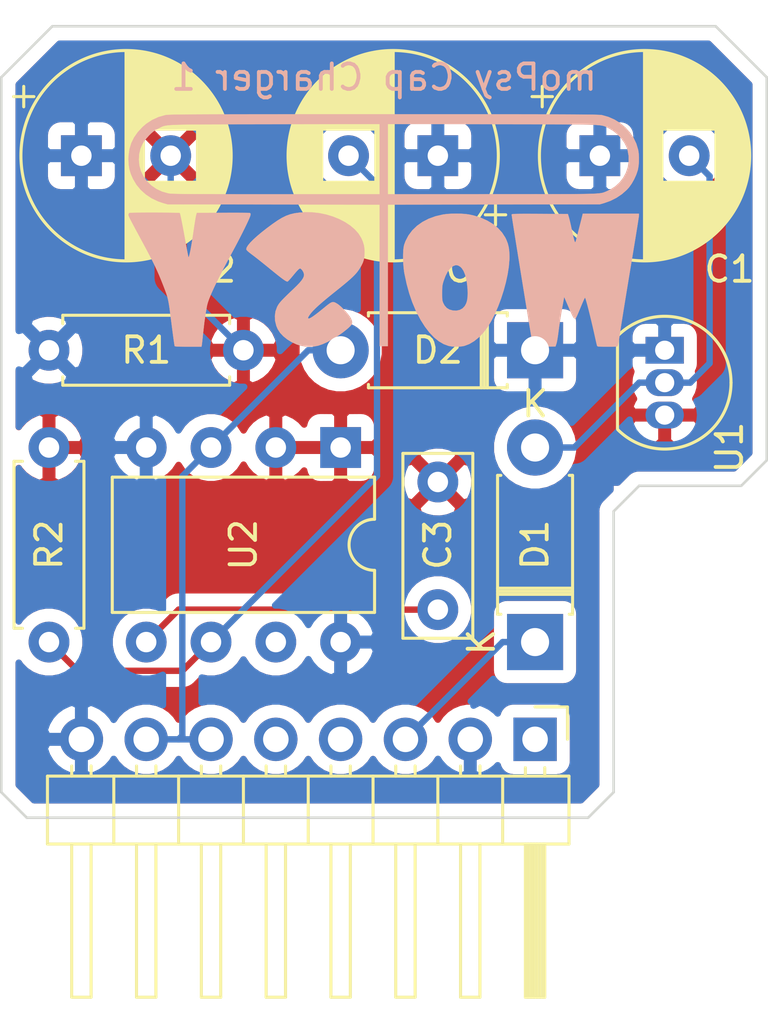
<source format=kicad_pcb>
(kicad_pcb (version 20171130) (host pcbnew 5.1.9+dfsg1-1)

  (general
    (thickness 1.6)
    (drawings 13)
    (tracks 28)
    (zones 0)
    (modules 12)
    (nets 8)
  )

  (page A4)
  (layers
    (0 F.Cu signal)
    (31 B.Cu signal)
    (32 B.Adhes user)
    (33 F.Adhes user)
    (34 B.Paste user)
    (35 F.Paste user)
    (36 B.SilkS user)
    (37 F.SilkS user)
    (38 B.Mask user)
    (39 F.Mask user)
    (40 Dwgs.User user)
    (41 Cmts.User user)
    (42 Eco1.User user)
    (43 Eco2.User user)
    (44 Edge.Cuts user)
    (45 Margin user)
    (46 B.CrtYd user)
    (47 F.CrtYd user)
    (48 B.Fab user)
    (49 F.Fab user)
  )

  (setup
    (last_trace_width 0.25)
    (trace_clearance 0.2)
    (zone_clearance 0.508)
    (zone_45_only no)
    (trace_min 0.2)
    (via_size 0.8)
    (via_drill 0.4)
    (via_min_size 0.4)
    (via_min_drill 0.3)
    (uvia_size 0.3)
    (uvia_drill 0.1)
    (uvias_allowed no)
    (uvia_min_size 0.2)
    (uvia_min_drill 0.1)
    (edge_width 0.1)
    (segment_width 0.2)
    (pcb_text_width 0.3)
    (pcb_text_size 1.5 1.5)
    (mod_edge_width 0.15)
    (mod_text_size 1 1)
    (mod_text_width 0.15)
    (pad_size 1.524 1.524)
    (pad_drill 0.762)
    (pad_to_mask_clearance 0)
    (aux_axis_origin 0 0)
    (visible_elements FFFFFF7F)
    (pcbplotparams
      (layerselection 0x010fc_ffffffff)
      (usegerberextensions false)
      (usegerberattributes true)
      (usegerberadvancedattributes true)
      (creategerberjobfile true)
      (excludeedgelayer true)
      (linewidth 0.100000)
      (plotframeref false)
      (viasonmask false)
      (mode 1)
      (useauxorigin false)
      (hpglpennumber 1)
      (hpglpenspeed 20)
      (hpglpendiameter 15.000000)
      (psnegative false)
      (psa4output false)
      (plotreference true)
      (plotvalue true)
      (plotinvisibletext false)
      (padsonsilk false)
      (subtractmaskfromsilk false)
      (outputformat 1)
      (mirror false)
      (drillshape 1)
      (scaleselection 1)
      (outputdirectory ""))
  )

  (net 0 "")
  (net 1 REL_RETURN)
  (net 2 "Net-(C1-Pad2)")
  (net 3 -12V)
  (net 4 "Net-(C3-Pad1)")
  (net 5 "Net-(C4-Pad2)")
  (net 6 -15V)
  (net 7 REL_Charge)

  (net_class Default "This is the default net class."
    (clearance 0.2)
    (trace_width 0.25)
    (via_dia 0.8)
    (via_drill 0.4)
    (uvia_dia 0.3)
    (uvia_drill 0.1)
    (add_net -12V)
    (add_net -15V)
    (add_net "Net-(C1-Pad2)")
    (add_net "Net-(C3-Pad1)")
    (add_net "Net-(C4-Pad2)")
    (add_net REL_Charge)
    (add_net REL_RETURN)
  )

  (module moPsy_KiCad:moPsy_logo_kicad_20x09_FSilk (layer B.Cu) (tedit 0) (tstamp 6147FA05)
    (at 116 55 180)
    (fp_text reference Ref** (at 0 0) (layer B.SilkS) hide
      (effects (font (size 1.27 1.27) (thickness 0.15)) (justify mirror))
    )
    (fp_text value Val** (at 0 0) (layer B.SilkS) hide
      (effects (font (size 1.27 1.27) (thickness 0.15)) (justify mirror))
    )
    (fp_poly (pts (xy -7.776642 0.597958) (xy -7.767352 0.559956) (xy -7.749398 0.48827) (xy -7.72463 0.390222)
      (xy -7.694898 0.273133) (xy -7.662054 0.144328) (xy -7.657625 0.127) (xy -7.623775 -0.0055)
      (xy -7.592065 -0.129787) (xy -7.56454 -0.237832) (xy -7.543247 -0.321606) (xy -7.53023 -0.37308)
      (xy -7.529571 -0.375708) (xy -7.512883 -0.430171) (xy -7.497203 -0.462143) (xy -7.492223 -0.465667)
      (xy -7.477067 -0.444943) (xy -7.45564 -0.383517) (xy -7.428237 -0.282509) (xy -7.395155 -0.143037)
      (xy -7.356692 0.03378) (xy -7.345698 0.086448) (xy -7.319699 0.207885) (xy -7.29291 0.326016)
      (xy -7.26808 0.429163) (xy -7.247955 0.505647) (xy -7.243638 0.520364) (xy -7.205518 0.645583)
      (xy -6.110418 0.651066) (xy -5.863439 0.65217) (xy -5.655524 0.652755) (xy -5.483404 0.652744)
      (xy -5.343813 0.652065) (xy -5.233482 0.650642) (xy -5.149145 0.6484) (xy -5.087533 0.645267)
      (xy -5.045379 0.641167) (xy -5.019416 0.636025) (xy -5.006375 0.629768) (xy -5.003537 0.625849)
      (xy -5.005867 0.602802) (xy -5.014577 0.541083) (xy -5.029166 0.443792) (xy -5.049131 0.314027)
      (xy -5.073969 0.154888) (xy -5.103179 -0.030527) (xy -5.136257 -0.23912) (xy -5.172702 -0.46779)
      (xy -5.212011 -0.71344) (xy -5.253682 -0.972971) (xy -5.297212 -1.243283) (xy -5.342099 -1.521278)
      (xy -5.387841 -1.803857) (xy -5.433935 -2.087922) (xy -5.479879 -2.370373) (xy -5.525171 -2.648112)
      (xy -5.569307 -2.918039) (xy -5.611787 -3.177056) (xy -5.652107 -3.422065) (xy -5.689765 -3.649966)
      (xy -5.724259 -3.85766) (xy -5.755086 -4.042049) (xy -5.781744 -4.200034) (xy -5.803731 -4.328516)
      (xy -5.820544 -4.424396) (xy -5.831681 -4.484575) (xy -5.833388 -4.493049) (xy -5.84555 -4.551681)
      (xy -6.282983 -4.545966) (xy -6.720416 -4.54025) (xy -6.757021 -4.429932) (xy -6.771864 -4.371607)
      (xy -6.789477 -4.280942) (xy -6.808206 -4.1677) (xy -6.826401 -4.041641) (xy -6.837613 -3.953682)
      (xy -6.855263 -3.818653) (xy -6.878892 -3.655014) (xy -6.906493 -3.475729) (xy -6.93606 -3.293762)
      (xy -6.965586 -3.122075) (xy -6.970943 -3.09215) (xy -7.060285 -2.596551) (xy -7.242 -3.018067)
      (xy -7.304285 -3.161066) (xy -7.353153 -3.269292) (xy -7.390995 -3.347244) (xy -7.420197 -3.399419)
      (xy -7.443149 -3.430317) (xy -7.46224 -3.444438) (xy -7.469427 -3.446411) (xy -7.483823 -3.448614)
      (xy -7.496194 -3.447558) (xy -7.508741 -3.438975) (xy -7.523668 -3.418597) (xy -7.543175 -3.382158)
      (xy -7.569466 -3.325388) (xy -7.604743 -3.244022) (xy -7.651208 -3.133792) (xy -7.711063 -2.99043)
      (xy -7.7377 -2.926563) (xy -7.781781 -2.82286) (xy -7.820886 -2.734538) (xy -7.851924 -2.668299)
      (xy -7.871801 -2.630842) (xy -7.876881 -2.624938) (xy -7.888681 -2.64476) (xy -7.908594 -2.701757)
      (xy -7.935558 -2.791776) (xy -7.968512 -2.910661) (xy -8.006396 -3.054262) (xy -8.04815 -3.218423)
      (xy -8.092711 -3.398992) (xy -8.139021 -3.591816) (xy -8.186018 -3.79274) (xy -8.232641 -3.997613)
      (xy -8.266833 -4.151853) (xy -8.292371 -4.266929) (xy -8.315658 -4.369024) (xy -8.334843 -4.450238)
      (xy -8.348077 -4.50267) (xy -8.352371 -4.516978) (xy -8.361809 -4.529078) (xy -8.383262 -4.537957)
      (xy -8.422399 -4.544091) (xy -8.484895 -4.547957) (xy -8.57642 -4.550031) (xy -8.702646 -4.55079)
      (xy -8.755205 -4.550833) (xy -8.892425 -4.550684) (xy -8.993266 -4.549773) (xy -9.063682 -4.547403)
      (xy -9.109626 -4.542879) (xy -9.137052 -4.535505) (xy -9.151915 -4.524583) (xy -9.160169 -4.509419)
      (xy -9.162514 -4.503208) (xy -9.17253 -4.4637) (xy -9.1864 -4.392786) (xy -9.202188 -4.300996)
      (xy -9.216007 -4.212167) (xy -9.244517 -4.023149) (xy -9.280026 -3.793978) (xy -9.322284 -3.526206)
      (xy -9.371038 -3.221386) (xy -9.426038 -2.881073) (xy -9.487032 -2.506819) (xy -9.553767 -2.100178)
      (xy -9.625994 -1.662703) (xy -9.703461 -1.195949) (xy -9.727166 -1.053562) (xy -9.769478 -0.798751)
      (xy -9.809688 -0.554983) (xy -9.847254 -0.325643) (xy -9.881634 -0.114117) (xy -9.912286 0.076209)
      (xy -9.938668 0.241949) (xy -9.960237 0.379717) (xy -9.976452 0.486127) (xy -9.986771 0.557793)
      (xy -9.99065 0.59133) (xy -9.990666 0.592146) (xy -9.990666 0.656167) (xy -7.79014 0.656167)
      (xy -7.776642 0.597958)) (layer B.SilkS) (width 0.01))
    (fp_poly (pts (xy -2.65037 0.656821) (xy -2.475449 0.646011) (xy -2.325596 0.627783) (xy -2.313967 0.625809)
      (xy -2.019058 0.557144) (xy -1.749274 0.459275) (xy -1.506498 0.333671) (xy -1.292614 0.1818)
      (xy -1.109507 0.005132) (xy -0.95906 -0.194865) (xy -0.843157 -0.416723) (xy -0.790243 -0.562102)
      (xy -0.769934 -0.658438) (xy -0.756446 -0.78753) (xy -0.749695 -0.94037) (xy -0.749596 -1.107947)
      (xy -0.756062 -1.281253) (xy -0.76901 -1.451276) (xy -0.788354 -1.609009) (xy -0.80083 -1.68275)
      (xy -0.888328 -2.091032) (xy -0.990716 -2.465509) (xy -1.110051 -2.812718) (xy -1.248391 -3.139195)
      (xy -1.280543 -3.20675) (xy -1.43842 -3.504849) (xy -1.605478 -3.768227) (xy -1.780508 -3.995616)
      (xy -1.962305 -4.18575) (xy -2.14966 -4.337361) (xy -2.341365 -4.449182) (xy -2.530524 -4.518482)
      (xy -2.641725 -4.537946) (xy -2.776448 -4.547411) (xy -2.918161 -4.546889) (xy -3.050333 -4.536388)
      (xy -3.148527 -4.518128) (xy -3.339435 -4.446122) (xy -3.528559 -4.334676) (xy -3.712395 -4.186646)
      (xy -3.887439 -4.004891) (xy -4.050186 -3.792267) (xy -4.06427 -3.771475) (xy -4.206364 -3.537242)
      (xy -4.342133 -3.270589) (xy -4.469164 -2.979265) (xy -4.585045 -2.671018) (xy -4.653103 -2.459885)
      (xy -3.280748 -2.459885) (xy -3.27511 -2.619467) (xy -3.25652 -2.747986) (xy -3.222661 -2.855358)
      (xy -3.171219 -2.951493) (xy -3.163055 -2.963777) (xy -3.078259 -3.052783) (xy -2.968783 -3.112369)
      (xy -2.841861 -3.140933) (xy -2.704725 -3.136872) (xy -2.564609 -3.098583) (xy -2.561166 -3.097188)
      (xy -2.456196 -3.033996) (xy -2.372016 -2.93724) (xy -2.324578 -2.84972) (xy -2.304623 -2.801596)
      (xy -2.290943 -2.754672) (xy -2.282421 -2.699573) (xy -2.277943 -2.626928) (xy -2.276396 -2.527363)
      (xy -2.27643 -2.44475) (xy -2.277676 -2.320233) (xy -2.281407 -2.22646) (xy -2.289091 -2.151851)
      (xy -2.302194 -2.084828) (xy -2.322184 -2.013814) (xy -2.336763 -1.9685) (xy -2.41052 -1.773506)
      (xy -2.490661 -1.617801) (xy -2.578709 -1.498617) (xy -2.615805 -1.461173) (xy -2.715169 -1.387474)
      (xy -2.809213 -1.35557) (xy -2.899681 -1.365518) (xy -2.988315 -1.417372) (xy -3.046964 -1.47493)
      (xy -3.116044 -1.578471) (xy -3.174851 -1.717683) (xy -3.22203 -1.886856) (xy -3.256226 -2.080277)
      (xy -3.276082 -2.292236) (xy -3.280748 -2.459885) (xy -4.653103 -2.459885) (xy -4.687366 -2.353597)
      (xy -4.773713 -2.03475) (xy -4.841676 -1.722225) (xy -4.888842 -1.423771) (xy -4.912799 -1.147136)
      (xy -4.915365 -1.037167) (xy -4.909153 -0.835939) (xy -4.888249 -0.663731) (xy -4.850162 -0.509023)
      (xy -4.792403 -0.3603) (xy -4.750777 -0.275791) (xy -4.625629 -0.082146) (xy -4.464253 0.094173)
      (xy -4.269912 0.251091) (xy -4.04587 0.38653) (xy -3.79539 0.498414) (xy -3.521735 0.584666)
      (xy -3.33375 0.62586) (xy -3.192049 0.644732) (xy -3.022019 0.656182) (xy -2.83701 0.660211)
      (xy -2.65037 0.656821)) (layer B.SilkS) (width 0.01))
    (fp_poly (pts (xy 3.1115 0.713489) (xy 3.322801 0.699127) (xy 3.508065 0.673515) (xy 3.676312 0.633356)
      (xy 3.836563 0.575352) (xy 3.997839 0.496205) (xy 4.169161 0.392618) (xy 4.359549 0.261293)
      (xy 4.370917 0.25308) (xy 4.597394 0.084934) (xy 4.799269 -0.073564) (xy 4.97482 -0.220768)
      (xy 5.122327 -0.355028) (xy 5.24007 -0.474698) (xy 5.326326 -0.57813) (xy 5.379377 -0.663677)
      (xy 5.3975 -0.729691) (xy 5.3975 -0.729822) (xy 5.387673 -0.757277) (xy 5.355582 -0.794947)
      (xy 5.297312 -0.846502) (xy 5.208947 -0.915613) (xy 5.161229 -0.951267) (xy 5.077688 -1.014512)
      (xy 4.969344 -1.098678) (xy 4.843947 -1.197622) (xy 4.709248 -1.305202) (xy 4.572997 -1.415276)
      (xy 4.482574 -1.489106) (xy 4.309607 -1.630199) (xy 4.166004 -1.745376) (xy 4.049182 -1.8365)
      (xy 3.956561 -1.905433) (xy 3.885559 -1.954039) (xy 3.833595 -1.98418) (xy 3.798087 -1.997719)
      (xy 3.778301 -1.997341) (xy 3.753844 -1.977206) (xy 3.709212 -1.930765) (xy 3.650625 -1.864806)
      (xy 3.584306 -1.78612) (xy 3.580368 -1.781327) (xy 3.48806 -1.67007) (xy 3.417548 -1.588745)
      (xy 3.364825 -1.533723) (xy 3.325882 -1.501376) (xy 3.296712 -1.488075) (xy 3.273306 -1.490192)
      (xy 3.264007 -1.494944) (xy 3.206162 -1.550167) (xy 3.159452 -1.628526) (xy 3.134395 -1.710831)
      (xy 3.132667 -1.734653) (xy 3.1422 -1.798504) (xy 3.172624 -1.869532) (xy 3.226675 -1.951439)
      (xy 3.307086 -2.047925) (xy 3.416595 -2.162688) (xy 3.532205 -2.275103) (xy 3.684106 -2.419845)
      (xy 3.808302 -2.539682) (xy 3.908233 -2.638381) (xy 3.987341 -2.719709) (xy 4.049065 -2.787434)
      (xy 4.096844 -2.845323) (xy 4.134119 -2.897144) (xy 4.164331 -2.946665) (xy 4.189718 -2.995206)
      (xy 4.251561 -3.167544) (xy 4.276789 -3.353354) (xy 4.265617 -3.545236) (xy 4.218262 -3.735792)
      (xy 4.164459 -3.862917) (xy 4.072051 -4.005561) (xy 3.944173 -4.141852) (xy 3.787665 -4.266802)
      (xy 3.609368 -4.375428) (xy 3.416124 -4.462742) (xy 3.280441 -4.507186) (xy 3.10634 -4.539923)
      (xy 2.914905 -4.54984) (xy 2.72445 -4.53695) (xy 2.57175 -4.506628) (xy 2.404655 -4.448679)
      (xy 2.218274 -4.364227) (xy 2.021387 -4.258458) (xy 1.822772 -4.136561) (xy 1.631212 -4.003724)
      (xy 1.455484 -3.865134) (xy 1.391709 -3.809354) (xy 1.311961 -3.731797) (xy 1.264942 -3.667386)
      (xy 1.248242 -3.60566) (xy 1.259448 -3.536156) (xy 1.296151 -3.448413) (xy 1.304585 -3.431266)
      (xy 1.349694 -3.358995) (xy 1.419234 -3.268987) (xy 1.504821 -3.170251) (xy 1.59807 -3.071794)
      (xy 1.690597 -2.982624) (xy 1.774017 -2.91175) (xy 1.815827 -2.881998) (xy 1.883741 -2.840244)
      (xy 1.939731 -2.813168) (xy 1.990352 -2.802632) (xy 2.042158 -2.810501) (xy 2.101702 -2.838638)
      (xy 2.175538 -2.888906) (xy 2.270221 -2.963169) (xy 2.360084 -3.036745) (xy 2.532607 -3.176537)
      (xy 2.675341 -3.287161) (xy 2.788818 -3.368992) (xy 2.873568 -3.422407) (xy 2.930124 -3.447781)
      (xy 2.945475 -3.450167) (xy 2.975415 -3.443341) (xy 2.980635 -3.419468) (xy 2.96012 -3.37345)
      (xy 2.916715 -3.305814) (xy 2.856718 -3.22695) (xy 2.776936 -3.137681) (xy 2.674988 -3.035834)
      (xy 2.548493 -2.919234) (xy 2.395067 -2.785708) (xy 2.212329 -2.633083) (xy 1.997898 -2.459184)
      (xy 1.926167 -2.401851) (xy 1.732223 -2.24642) (xy 1.568652 -2.113136) (xy 1.431958 -1.998746)
      (xy 1.318646 -1.899998) (xy 1.225221 -1.81364) (xy 1.148189 -1.736419) (xy 1.084053 -1.665082)
      (xy 1.029321 -1.596377) (xy 0.980495 -1.527051) (xy 0.971517 -1.513417) (xy 0.888695 -1.377674)
      (xy 0.831099 -1.259294) (xy 0.794198 -1.145527) (xy 0.77346 -1.023627) (xy 0.766666 -0.937148)
      (xy 0.766271 -0.751431) (xy 0.788704 -0.586981) (xy 0.837218 -0.42753) (xy 0.894461 -0.297781)
      (xy 1.001716 -0.124333) (xy 1.145939 0.038531) (xy 1.322633 0.18876) (xy 1.527303 0.324302)
      (xy 1.755452 0.443108) (xy 2.002583 0.543125) (xy 2.2642 0.622304) (xy 2.535807 0.678592)
      (xy 2.812908 0.70994) (xy 3.091005 0.714296) (xy 3.1115 0.713489)) (layer B.SilkS) (width 0.01))
    (fp_poly (pts (xy 9.315038 0.697712) (xy 9.478989 0.696993) (xy 9.628256 0.695825) (xy 9.757655 0.694201)
      (xy 9.862003 0.69211) (xy 9.936116 0.689544) (xy 9.974812 0.686494) (xy 9.978352 0.685652)
      (xy 10.003895 0.656906) (xy 10.011834 0.61948) (xy 10.011359 0.606426) (xy 10.008912 0.591578)
      (xy 10.002959 0.571945) (xy 9.991962 0.544537) (xy 9.974389 0.506364) (xy 9.948704 0.454437)
      (xy 9.913371 0.385764) (xy 9.866856 0.297355) (xy 9.807624 0.186221) (xy 9.73414 0.049371)
      (xy 9.644869 -0.116184) (xy 9.538276 -0.313436) (xy 9.433043 -0.508) (xy 9.293289 -0.768435)
      (xy 9.172147 -0.999145) (xy 9.066463 -1.206714) (xy 8.973086 -1.397728) (xy 8.888865 -1.578772)
      (xy 8.810646 -1.756432) (xy 8.735279 -1.937292) (xy 8.668125 -2.106083) (xy 8.617012 -2.2372)
      (xy 8.574233 -2.348972) (xy 8.538522 -2.447042) (xy 8.508617 -2.53705) (xy 8.483254 -2.624639)
      (xy 8.461167 -2.715452) (xy 8.441094 -2.815129) (xy 8.42177 -2.929313) (xy 8.401931 -3.063646)
      (xy 8.380314 -3.22377) (xy 8.355653 -3.415327) (xy 8.330721 -3.612087) (xy 8.306398 -3.802174)
      (xy 8.283202 -3.979507) (xy 8.261756 -4.139619) (xy 8.242681 -4.278042) (xy 8.226599 -4.390311)
      (xy 8.214129 -4.471957) (xy 8.205894 -4.518513) (xy 8.203395 -4.527545) (xy 8.179308 -4.535898)
      (xy 8.117784 -4.542351) (xy 8.017642 -4.546955) (xy 7.877703 -4.549761) (xy 7.696786 -4.550821)
      (xy 7.672071 -4.550833) (xy 7.15514 -4.550833) (xy 7.14489 -4.503208) (xy 7.139711 -4.468248)
      (xy 7.131203 -4.398314) (xy 7.120171 -4.30056) (xy 7.107417 -4.182145) (xy 7.093744 -4.050223)
      (xy 7.09085 -4.021667) (xy 7.043447 -3.606205) (xy 6.989056 -3.230592) (xy 6.935215 -2.931583)
      (xy 6.904624 -2.817486) (xy 6.85159 -2.668794) (xy 6.776584 -2.486507) (xy 6.680083 -2.271623)
      (xy 6.562558 -2.025143) (xy 6.424485 -1.748064) (xy 6.266335 -1.441387) (xy 6.088584 -1.10611)
      (xy 5.9367 -0.8255) (xy 5.836351 -0.639554) (xy 5.736979 -0.451568) (xy 5.640731 -0.265908)
      (xy 5.549755 -0.08694) (xy 5.466199 0.080968) (xy 5.392211 0.23345) (xy 5.329938 0.366139)
      (xy 5.281529 0.474668) (xy 5.249131 0.554671) (xy 5.234988 0.601165) (xy 5.230546 0.652054)
      (xy 5.243841 0.676618) (xy 5.273194 0.687438) (xy 5.304038 0.689783) (xy 5.372823 0.691736)
      (xy 5.475155 0.69327) (xy 5.606643 0.694359) (xy 5.762894 0.694977) (xy 5.939517 0.695096)
      (xy 6.13212 0.694692) (xy 6.327906 0.693786) (xy 7.332395 0.687917) (xy 7.357709 0.600475)
      (xy 7.367659 0.555651) (xy 7.382291 0.47571) (xy 7.400488 0.367468) (xy 7.421128 0.237743)
      (xy 7.443093 0.09335) (xy 7.460261 -0.023941) (xy 7.491687 -0.23516) (xy 7.522604 -0.429222)
      (xy 7.552353 -0.602851) (xy 7.580272 -0.752772) (xy 7.6057 -0.875709) (xy 7.627977 -0.968385)
      (xy 7.646442 -1.027524) (xy 7.660433 -1.04985) (xy 7.666196 -1.044745) (xy 7.67337 -1.015822)
      (xy 7.687066 -0.949905) (xy 7.706389 -0.85168) (xy 7.730447 -0.725833) (xy 7.758348 -0.577048)
      (xy 7.789199 -0.410012) (xy 7.822108 -0.229409) (xy 7.832949 -0.169402) (xy 7.86644 0.013471)
      (xy 7.898553 0.183301) (xy 7.928358 0.335568) (xy 7.954925 0.465754) (xy 7.977324 0.569338)
      (xy 7.994625 0.641803) (xy 8.005898 0.678628) (xy 8.008202 0.682233) (xy 8.033917 0.6855)
      (xy 8.09678 0.68841) (xy 8.191609 0.690953) (xy 8.313219 0.693119) (xy 8.456429 0.6949)
      (xy 8.616053 0.696287) (xy 8.786909 0.69727) (xy 8.963815 0.697842) (xy 9.141585 0.697992)
      (xy 9.315038 0.697712)) (layer B.SilkS) (width 0.01))
    (fp_poly (pts (xy 0.724968 4.550822) (xy 1.398249 4.550786) (xy 2.031656 4.550719) (xy 2.626418 4.550617)
      (xy 3.183764 4.550475) (xy 3.704925 4.550288) (xy 4.191129 4.550052) (xy 4.643606 4.549761)
      (xy 5.063586 4.549412) (xy 5.452298 4.548998) (xy 5.810971 4.548515) (xy 6.140836 4.547959)
      (xy 6.44312 4.547325) (xy 6.719055 4.546608) (xy 6.96987 4.545802) (xy 7.196793 4.544904)
      (xy 7.401055 4.543908) (xy 7.583884 4.542809) (xy 7.746512 4.541604) (xy 7.890166 4.540286)
      (xy 8.016076 4.538852) (xy 8.125472 4.537296) (xy 8.219584 4.535613) (xy 8.299641 4.533799)
      (xy 8.366871 4.531849) (xy 8.422506 4.529759) (xy 8.467774 4.527522) (xy 8.503905 4.525135)
      (xy 8.532128 4.522593) (xy 8.553673 4.519891) (xy 8.568101 4.517373) (xy 8.836178 4.441458)
      (xy 9.085615 4.327934) (xy 9.314307 4.177896) (xy 9.455944 4.056474) (xy 9.64441 3.854743)
      (xy 9.792302 3.644835) (xy 9.901104 3.423378) (xy 9.9723 3.187) (xy 10.007375 2.932328)
      (xy 10.011834 2.794) (xy 10.002632 2.5833) (xy 9.972594 2.395483) (xy 9.918072 2.214743)
      (xy 9.835419 2.025275) (xy 9.833518 2.021417) (xy 9.698449 1.795003) (xy 9.529402 1.591415)
      (xy 9.329547 1.413186) (xy 9.102056 1.262844) (xy 8.850101 1.142921) (xy 8.646584 1.074349)
      (xy 8.47725 1.026638) (xy 0.169334 1.015178) (xy 0.169334 -4.529667) (xy -0.148166 -4.529667)
      (xy -0.148166 1.015178) (xy -4.302125 1.020908) (xy -8.456083 1.026638) (xy -8.625416 1.074349)
      (xy -8.872109 1.161995) (xy -9.107646 1.280861) (xy -9.323812 1.425765) (xy -9.512393 1.591525)
      (xy -9.601974 1.690424) (xy -9.705138 1.834167) (xy -9.801754 2.004025) (xy -9.88368 2.183811)
      (xy -9.942772 2.357335) (xy -9.948543 2.379344) (xy -9.973956 2.520766) (xy -9.987775 2.686754)
      (xy -9.987829 2.691583) (xy -9.589963 2.691583) (xy -9.553112 2.469097) (xy -9.479937 2.257607)
      (xy -9.372436 2.061039) (xy -9.232611 1.88332) (xy -9.062461 1.728376) (xy -8.863987 1.600136)
      (xy -8.721106 1.533108) (xy -8.689441 1.519993) (xy -8.660489 1.507947) (xy -8.632419 1.496925)
      (xy -8.603399 1.48688) (xy -8.571599 1.477767) (xy -8.535188 1.469539) (xy -8.492335 1.462149)
      (xy -8.441208 1.455553) (xy -8.379977 1.449703) (xy -8.306811 1.444554) (xy -8.21988 1.440059)
      (xy -8.117351 1.436173) (xy -7.997394 1.432848) (xy -7.858178 1.43004) (xy -7.697872 1.427702)
      (xy -7.514646 1.425787) (xy -7.306668 1.424251) (xy -7.072107 1.423045) (xy -6.809132 1.422125)
      (xy -6.515912 1.421444) (xy -6.190617 1.420957) (xy -5.831415 1.420616) (xy -5.436476 1.420376)
      (xy -5.003968 1.420191) (xy -4.532061 1.420014) (xy -4.228041 1.419892) (xy -0.148166 1.418167)
      (xy 0.169334 1.418167) (xy 4.234226 1.418167) (xy 4.726698 1.418194) (xy 5.178637 1.418284)
      (xy 5.591841 1.418451) (xy 5.968111 1.41871) (xy 6.309246 1.419074) (xy 6.617046 1.419559)
      (xy 6.89331 1.420178) (xy 7.139838 1.420945) (xy 7.35843 1.421875) (xy 7.550884 1.422982)
      (xy 7.719002 1.42428) (xy 7.864582 1.425783) (xy 7.989423 1.427507) (xy 8.095327 1.429464)
      (xy 8.184091 1.431669) (xy 8.257517 1.434136) (xy 8.317403 1.43688) (xy 8.365548 1.439915)
      (xy 8.403754 1.443255) (xy 8.433818 1.446914) (xy 8.457542 1.450907) (xy 8.460935 1.451591)
      (xy 8.704233 1.521507) (xy 8.925761 1.625481) (xy 9.122401 1.761713) (xy 9.291036 1.928406)
      (xy 9.294301 1.932276) (xy 9.433647 2.125963) (xy 9.532329 2.328434) (xy 9.591701 2.5433)
      (xy 9.613115 2.774172) (xy 9.613199 2.783417) (xy 9.598932 3.003302) (xy 9.551697 3.204024)
      (xy 9.46911 3.391128) (xy 9.348784 3.570163) (xy 9.206854 3.728379) (xy 9.111789 3.819742)
      (xy 9.030902 3.887529) (xy 8.951701 3.941046) (xy 8.861698 3.989595) (xy 8.845766 3.997376)
      (xy 8.80809 4.016225) (xy 8.775105 4.033543) (xy 8.74498 4.049396) (xy 8.715886 4.063852)
      (xy 8.685993 4.076977) (xy 8.653471 4.088839) (xy 8.61649 4.099504) (xy 8.573221 4.10904)
      (xy 8.521833 4.117513) (xy 8.460497 4.12499) (xy 8.387384 4.131539) (xy 8.300662 4.137225)
      (xy 8.198503 4.142117) (xy 8.079077 4.14628) (xy 7.940553 4.149782) (xy 7.781103 4.15269)
      (xy 7.598895 4.155071) (xy 7.392102 4.156991) (xy 7.158892 4.158518) (xy 6.897435 4.159719)
      (xy 6.605903 4.160659) (xy 6.282465 4.161408) (xy 5.925292 4.16203) (xy 5.532553 4.162594)
      (xy 5.102419 4.163166) (xy 4.63306 4.163813) (xy 4.280959 4.164345) (xy 0.169334 4.170864)
      (xy 0.169334 1.418167) (xy -0.148166 1.418167) (xy -0.148166 4.170864) (xy -4.259791 4.164345)
      (xy -4.757854 4.163606) (xy -5.215412 4.16299) (xy -5.634294 4.162429) (xy -6.016329 4.161856)
      (xy -6.363344 4.161202) (xy -6.677168 4.160399) (xy -6.959629 4.159381) (xy -7.212556 4.15808)
      (xy -7.437777 4.156427) (xy -7.637121 4.154356) (xy -7.812416 4.151797) (xy -7.96549 4.148684)
      (xy -8.098172 4.144949) (xy -8.21229 4.140525) (xy -8.309672 4.135342) (xy -8.392147 4.129335)
      (xy -8.461544 4.122434) (xy -8.51969 4.114573) (xy -8.568414 4.105684) (xy -8.609544 4.095698)
      (xy -8.64491 4.084548) (xy -8.676338 4.072167) (xy -8.705658 4.058487) (xy -8.734698 4.04344)
      (xy -8.765286 4.026958) (xy -8.799251 4.008973) (xy -8.8265 3.995215) (xy -8.995733 3.893211)
      (xy -9.155237 3.761595) (xy -9.298183 3.608347) (xy -9.417741 3.441446) (xy -9.50708 3.268872)
      (xy -9.546687 3.153833) (xy -9.588488 2.921137) (xy -9.589963 2.691583) (xy -9.987829 2.691583)
      (xy -9.989756 2.861094) (xy -9.979657 3.027571) (xy -9.960153 3.156745) (xy -9.887298 3.400781)
      (xy -9.777105 3.630875) (xy -9.633279 3.843459) (xy -9.459522 4.034968) (xy -9.25954 4.201835)
      (xy -9.037035 4.340494) (xy -8.795712 4.44738) (xy -8.546934 4.517373) (xy -8.530254 4.520221)
      (xy -8.50798 4.522904) (xy -8.478881 4.525427) (xy -8.441729 4.527796) (xy -8.395293 4.530015)
      (xy -8.338344 4.532088) (xy -8.269653 4.534022) (xy -8.18799 4.53582) (xy -8.092125 4.537487)
      (xy -7.98083 4.539028) (xy -7.852875 4.540449) (xy -7.70703 4.541753) (xy -7.542066 4.542945)
      (xy -7.356752 4.544031) (xy -7.149861 4.545015) (xy -6.920162 4.545902) (xy -6.666426 4.546697)
      (xy -6.387423 4.547405) (xy -6.081924 4.54803) (xy -5.7487 4.548577) (xy -5.38652 4.549051)
      (xy -4.994155 4.549456) (xy -4.570377 4.549799) (xy -4.113955 4.550083) (xy -3.62366 4.550313)
      (xy -3.098262 4.550494) (xy -2.536532 4.550631) (xy -1.937241 4.550728) (xy -1.299158 4.550792)
      (xy -0.621055 4.550825) (xy 0.010584 4.550833) (xy 0.724968 4.550822)) (layer B.SilkS) (width 0.01))
  )

  (module Capacitor_THT:CP_Radial_D8.0mm_P3.50mm (layer F.Cu) (tedit 5AE50EF0) (tstamp 6147F348)
    (at 124.46 52.07)
    (descr "CP, Radial series, Radial, pin pitch=3.50mm, , diameter=8mm, Electrolytic Capacitor")
    (tags "CP Radial series Radial pin pitch 3.50mm  diameter 8mm Electrolytic Capacitor")
    (path /61297317)
    (fp_text reference C1 (at 5.08 4.445) (layer F.SilkS)
      (effects (font (size 1 1) (thickness 0.15)))
    )
    (fp_text value 33u (at 1.75 5.25) (layer F.Fab)
      (effects (font (size 1 1) (thickness 0.15)))
    )
    (fp_line (start -2.259698 -2.715) (end -2.259698 -1.915) (layer F.SilkS) (width 0.12))
    (fp_line (start -2.659698 -2.315) (end -1.859698 -2.315) (layer F.SilkS) (width 0.12))
    (fp_line (start 5.831 -0.533) (end 5.831 0.533) (layer F.SilkS) (width 0.12))
    (fp_line (start 5.791 -0.768) (end 5.791 0.768) (layer F.SilkS) (width 0.12))
    (fp_line (start 5.751 -0.948) (end 5.751 0.948) (layer F.SilkS) (width 0.12))
    (fp_line (start 5.711 -1.098) (end 5.711 1.098) (layer F.SilkS) (width 0.12))
    (fp_line (start 5.671 -1.229) (end 5.671 1.229) (layer F.SilkS) (width 0.12))
    (fp_line (start 5.631 -1.346) (end 5.631 1.346) (layer F.SilkS) (width 0.12))
    (fp_line (start 5.591 -1.453) (end 5.591 1.453) (layer F.SilkS) (width 0.12))
    (fp_line (start 5.551 -1.552) (end 5.551 1.552) (layer F.SilkS) (width 0.12))
    (fp_line (start 5.511 -1.645) (end 5.511 1.645) (layer F.SilkS) (width 0.12))
    (fp_line (start 5.471 -1.731) (end 5.471 1.731) (layer F.SilkS) (width 0.12))
    (fp_line (start 5.431 -1.813) (end 5.431 1.813) (layer F.SilkS) (width 0.12))
    (fp_line (start 5.391 -1.89) (end 5.391 1.89) (layer F.SilkS) (width 0.12))
    (fp_line (start 5.351 -1.964) (end 5.351 1.964) (layer F.SilkS) (width 0.12))
    (fp_line (start 5.311 -2.034) (end 5.311 2.034) (layer F.SilkS) (width 0.12))
    (fp_line (start 5.271 -2.102) (end 5.271 2.102) (layer F.SilkS) (width 0.12))
    (fp_line (start 5.231 -2.166) (end 5.231 2.166) (layer F.SilkS) (width 0.12))
    (fp_line (start 5.191 -2.228) (end 5.191 2.228) (layer F.SilkS) (width 0.12))
    (fp_line (start 5.151 -2.287) (end 5.151 2.287) (layer F.SilkS) (width 0.12))
    (fp_line (start 5.111 -2.345) (end 5.111 2.345) (layer F.SilkS) (width 0.12))
    (fp_line (start 5.071 -2.4) (end 5.071 2.4) (layer F.SilkS) (width 0.12))
    (fp_line (start 5.031 -2.454) (end 5.031 2.454) (layer F.SilkS) (width 0.12))
    (fp_line (start 4.991 -2.505) (end 4.991 2.505) (layer F.SilkS) (width 0.12))
    (fp_line (start 4.951 -2.556) (end 4.951 2.556) (layer F.SilkS) (width 0.12))
    (fp_line (start 4.911 -2.604) (end 4.911 2.604) (layer F.SilkS) (width 0.12))
    (fp_line (start 4.871 -2.651) (end 4.871 2.651) (layer F.SilkS) (width 0.12))
    (fp_line (start 4.831 -2.697) (end 4.831 2.697) (layer F.SilkS) (width 0.12))
    (fp_line (start 4.791 -2.741) (end 4.791 2.741) (layer F.SilkS) (width 0.12))
    (fp_line (start 4.751 -2.784) (end 4.751 2.784) (layer F.SilkS) (width 0.12))
    (fp_line (start 4.711 -2.826) (end 4.711 2.826) (layer F.SilkS) (width 0.12))
    (fp_line (start 4.671 -2.867) (end 4.671 2.867) (layer F.SilkS) (width 0.12))
    (fp_line (start 4.631 -2.907) (end 4.631 2.907) (layer F.SilkS) (width 0.12))
    (fp_line (start 4.591 -2.945) (end 4.591 2.945) (layer F.SilkS) (width 0.12))
    (fp_line (start 4.551 -2.983) (end 4.551 2.983) (layer F.SilkS) (width 0.12))
    (fp_line (start 4.511 1.04) (end 4.511 3.019) (layer F.SilkS) (width 0.12))
    (fp_line (start 4.511 -3.019) (end 4.511 -1.04) (layer F.SilkS) (width 0.12))
    (fp_line (start 4.471 1.04) (end 4.471 3.055) (layer F.SilkS) (width 0.12))
    (fp_line (start 4.471 -3.055) (end 4.471 -1.04) (layer F.SilkS) (width 0.12))
    (fp_line (start 4.431 1.04) (end 4.431 3.09) (layer F.SilkS) (width 0.12))
    (fp_line (start 4.431 -3.09) (end 4.431 -1.04) (layer F.SilkS) (width 0.12))
    (fp_line (start 4.391 1.04) (end 4.391 3.124) (layer F.SilkS) (width 0.12))
    (fp_line (start 4.391 -3.124) (end 4.391 -1.04) (layer F.SilkS) (width 0.12))
    (fp_line (start 4.351 1.04) (end 4.351 3.156) (layer F.SilkS) (width 0.12))
    (fp_line (start 4.351 -3.156) (end 4.351 -1.04) (layer F.SilkS) (width 0.12))
    (fp_line (start 4.311 1.04) (end 4.311 3.189) (layer F.SilkS) (width 0.12))
    (fp_line (start 4.311 -3.189) (end 4.311 -1.04) (layer F.SilkS) (width 0.12))
    (fp_line (start 4.271 1.04) (end 4.271 3.22) (layer F.SilkS) (width 0.12))
    (fp_line (start 4.271 -3.22) (end 4.271 -1.04) (layer F.SilkS) (width 0.12))
    (fp_line (start 4.231 1.04) (end 4.231 3.25) (layer F.SilkS) (width 0.12))
    (fp_line (start 4.231 -3.25) (end 4.231 -1.04) (layer F.SilkS) (width 0.12))
    (fp_line (start 4.191 1.04) (end 4.191 3.28) (layer F.SilkS) (width 0.12))
    (fp_line (start 4.191 -3.28) (end 4.191 -1.04) (layer F.SilkS) (width 0.12))
    (fp_line (start 4.151 1.04) (end 4.151 3.309) (layer F.SilkS) (width 0.12))
    (fp_line (start 4.151 -3.309) (end 4.151 -1.04) (layer F.SilkS) (width 0.12))
    (fp_line (start 4.111 1.04) (end 4.111 3.338) (layer F.SilkS) (width 0.12))
    (fp_line (start 4.111 -3.338) (end 4.111 -1.04) (layer F.SilkS) (width 0.12))
    (fp_line (start 4.071 1.04) (end 4.071 3.365) (layer F.SilkS) (width 0.12))
    (fp_line (start 4.071 -3.365) (end 4.071 -1.04) (layer F.SilkS) (width 0.12))
    (fp_line (start 4.031 1.04) (end 4.031 3.392) (layer F.SilkS) (width 0.12))
    (fp_line (start 4.031 -3.392) (end 4.031 -1.04) (layer F.SilkS) (width 0.12))
    (fp_line (start 3.991 1.04) (end 3.991 3.418) (layer F.SilkS) (width 0.12))
    (fp_line (start 3.991 -3.418) (end 3.991 -1.04) (layer F.SilkS) (width 0.12))
    (fp_line (start 3.951 1.04) (end 3.951 3.444) (layer F.SilkS) (width 0.12))
    (fp_line (start 3.951 -3.444) (end 3.951 -1.04) (layer F.SilkS) (width 0.12))
    (fp_line (start 3.911 1.04) (end 3.911 3.469) (layer F.SilkS) (width 0.12))
    (fp_line (start 3.911 -3.469) (end 3.911 -1.04) (layer F.SilkS) (width 0.12))
    (fp_line (start 3.871 1.04) (end 3.871 3.493) (layer F.SilkS) (width 0.12))
    (fp_line (start 3.871 -3.493) (end 3.871 -1.04) (layer F.SilkS) (width 0.12))
    (fp_line (start 3.831 1.04) (end 3.831 3.517) (layer F.SilkS) (width 0.12))
    (fp_line (start 3.831 -3.517) (end 3.831 -1.04) (layer F.SilkS) (width 0.12))
    (fp_line (start 3.791 1.04) (end 3.791 3.54) (layer F.SilkS) (width 0.12))
    (fp_line (start 3.791 -3.54) (end 3.791 -1.04) (layer F.SilkS) (width 0.12))
    (fp_line (start 3.751 1.04) (end 3.751 3.562) (layer F.SilkS) (width 0.12))
    (fp_line (start 3.751 -3.562) (end 3.751 -1.04) (layer F.SilkS) (width 0.12))
    (fp_line (start 3.711 1.04) (end 3.711 3.584) (layer F.SilkS) (width 0.12))
    (fp_line (start 3.711 -3.584) (end 3.711 -1.04) (layer F.SilkS) (width 0.12))
    (fp_line (start 3.671 1.04) (end 3.671 3.606) (layer F.SilkS) (width 0.12))
    (fp_line (start 3.671 -3.606) (end 3.671 -1.04) (layer F.SilkS) (width 0.12))
    (fp_line (start 3.631 1.04) (end 3.631 3.627) (layer F.SilkS) (width 0.12))
    (fp_line (start 3.631 -3.627) (end 3.631 -1.04) (layer F.SilkS) (width 0.12))
    (fp_line (start 3.591 1.04) (end 3.591 3.647) (layer F.SilkS) (width 0.12))
    (fp_line (start 3.591 -3.647) (end 3.591 -1.04) (layer F.SilkS) (width 0.12))
    (fp_line (start 3.551 1.04) (end 3.551 3.666) (layer F.SilkS) (width 0.12))
    (fp_line (start 3.551 -3.666) (end 3.551 -1.04) (layer F.SilkS) (width 0.12))
    (fp_line (start 3.511 1.04) (end 3.511 3.686) (layer F.SilkS) (width 0.12))
    (fp_line (start 3.511 -3.686) (end 3.511 -1.04) (layer F.SilkS) (width 0.12))
    (fp_line (start 3.471 1.04) (end 3.471 3.704) (layer F.SilkS) (width 0.12))
    (fp_line (start 3.471 -3.704) (end 3.471 -1.04) (layer F.SilkS) (width 0.12))
    (fp_line (start 3.431 1.04) (end 3.431 3.722) (layer F.SilkS) (width 0.12))
    (fp_line (start 3.431 -3.722) (end 3.431 -1.04) (layer F.SilkS) (width 0.12))
    (fp_line (start 3.391 1.04) (end 3.391 3.74) (layer F.SilkS) (width 0.12))
    (fp_line (start 3.391 -3.74) (end 3.391 -1.04) (layer F.SilkS) (width 0.12))
    (fp_line (start 3.351 1.04) (end 3.351 3.757) (layer F.SilkS) (width 0.12))
    (fp_line (start 3.351 -3.757) (end 3.351 -1.04) (layer F.SilkS) (width 0.12))
    (fp_line (start 3.311 1.04) (end 3.311 3.774) (layer F.SilkS) (width 0.12))
    (fp_line (start 3.311 -3.774) (end 3.311 -1.04) (layer F.SilkS) (width 0.12))
    (fp_line (start 3.271 1.04) (end 3.271 3.79) (layer F.SilkS) (width 0.12))
    (fp_line (start 3.271 -3.79) (end 3.271 -1.04) (layer F.SilkS) (width 0.12))
    (fp_line (start 3.231 1.04) (end 3.231 3.805) (layer F.SilkS) (width 0.12))
    (fp_line (start 3.231 -3.805) (end 3.231 -1.04) (layer F.SilkS) (width 0.12))
    (fp_line (start 3.191 1.04) (end 3.191 3.821) (layer F.SilkS) (width 0.12))
    (fp_line (start 3.191 -3.821) (end 3.191 -1.04) (layer F.SilkS) (width 0.12))
    (fp_line (start 3.151 1.04) (end 3.151 3.835) (layer F.SilkS) (width 0.12))
    (fp_line (start 3.151 -3.835) (end 3.151 -1.04) (layer F.SilkS) (width 0.12))
    (fp_line (start 3.111 1.04) (end 3.111 3.85) (layer F.SilkS) (width 0.12))
    (fp_line (start 3.111 -3.85) (end 3.111 -1.04) (layer F.SilkS) (width 0.12))
    (fp_line (start 3.071 1.04) (end 3.071 3.863) (layer F.SilkS) (width 0.12))
    (fp_line (start 3.071 -3.863) (end 3.071 -1.04) (layer F.SilkS) (width 0.12))
    (fp_line (start 3.031 1.04) (end 3.031 3.877) (layer F.SilkS) (width 0.12))
    (fp_line (start 3.031 -3.877) (end 3.031 -1.04) (layer F.SilkS) (width 0.12))
    (fp_line (start 2.991 1.04) (end 2.991 3.889) (layer F.SilkS) (width 0.12))
    (fp_line (start 2.991 -3.889) (end 2.991 -1.04) (layer F.SilkS) (width 0.12))
    (fp_line (start 2.951 1.04) (end 2.951 3.902) (layer F.SilkS) (width 0.12))
    (fp_line (start 2.951 -3.902) (end 2.951 -1.04) (layer F.SilkS) (width 0.12))
    (fp_line (start 2.911 1.04) (end 2.911 3.914) (layer F.SilkS) (width 0.12))
    (fp_line (start 2.911 -3.914) (end 2.911 -1.04) (layer F.SilkS) (width 0.12))
    (fp_line (start 2.871 1.04) (end 2.871 3.925) (layer F.SilkS) (width 0.12))
    (fp_line (start 2.871 -3.925) (end 2.871 -1.04) (layer F.SilkS) (width 0.12))
    (fp_line (start 2.831 1.04) (end 2.831 3.936) (layer F.SilkS) (width 0.12))
    (fp_line (start 2.831 -3.936) (end 2.831 -1.04) (layer F.SilkS) (width 0.12))
    (fp_line (start 2.791 1.04) (end 2.791 3.947) (layer F.SilkS) (width 0.12))
    (fp_line (start 2.791 -3.947) (end 2.791 -1.04) (layer F.SilkS) (width 0.12))
    (fp_line (start 2.751 1.04) (end 2.751 3.957) (layer F.SilkS) (width 0.12))
    (fp_line (start 2.751 -3.957) (end 2.751 -1.04) (layer F.SilkS) (width 0.12))
    (fp_line (start 2.711 1.04) (end 2.711 3.967) (layer F.SilkS) (width 0.12))
    (fp_line (start 2.711 -3.967) (end 2.711 -1.04) (layer F.SilkS) (width 0.12))
    (fp_line (start 2.671 1.04) (end 2.671 3.976) (layer F.SilkS) (width 0.12))
    (fp_line (start 2.671 -3.976) (end 2.671 -1.04) (layer F.SilkS) (width 0.12))
    (fp_line (start 2.631 1.04) (end 2.631 3.985) (layer F.SilkS) (width 0.12))
    (fp_line (start 2.631 -3.985) (end 2.631 -1.04) (layer F.SilkS) (width 0.12))
    (fp_line (start 2.591 1.04) (end 2.591 3.994) (layer F.SilkS) (width 0.12))
    (fp_line (start 2.591 -3.994) (end 2.591 -1.04) (layer F.SilkS) (width 0.12))
    (fp_line (start 2.551 1.04) (end 2.551 4.002) (layer F.SilkS) (width 0.12))
    (fp_line (start 2.551 -4.002) (end 2.551 -1.04) (layer F.SilkS) (width 0.12))
    (fp_line (start 2.511 1.04) (end 2.511 4.01) (layer F.SilkS) (width 0.12))
    (fp_line (start 2.511 -4.01) (end 2.511 -1.04) (layer F.SilkS) (width 0.12))
    (fp_line (start 2.471 1.04) (end 2.471 4.017) (layer F.SilkS) (width 0.12))
    (fp_line (start 2.471 -4.017) (end 2.471 -1.04) (layer F.SilkS) (width 0.12))
    (fp_line (start 2.43 -4.024) (end 2.43 4.024) (layer F.SilkS) (width 0.12))
    (fp_line (start 2.39 -4.03) (end 2.39 4.03) (layer F.SilkS) (width 0.12))
    (fp_line (start 2.35 -4.037) (end 2.35 4.037) (layer F.SilkS) (width 0.12))
    (fp_line (start 2.31 -4.042) (end 2.31 4.042) (layer F.SilkS) (width 0.12))
    (fp_line (start 2.27 -4.048) (end 2.27 4.048) (layer F.SilkS) (width 0.12))
    (fp_line (start 2.23 -4.052) (end 2.23 4.052) (layer F.SilkS) (width 0.12))
    (fp_line (start 2.19 -4.057) (end 2.19 4.057) (layer F.SilkS) (width 0.12))
    (fp_line (start 2.15 -4.061) (end 2.15 4.061) (layer F.SilkS) (width 0.12))
    (fp_line (start 2.11 -4.065) (end 2.11 4.065) (layer F.SilkS) (width 0.12))
    (fp_line (start 2.07 -4.068) (end 2.07 4.068) (layer F.SilkS) (width 0.12))
    (fp_line (start 2.03 -4.071) (end 2.03 4.071) (layer F.SilkS) (width 0.12))
    (fp_line (start 1.99 -4.074) (end 1.99 4.074) (layer F.SilkS) (width 0.12))
    (fp_line (start 1.95 -4.076) (end 1.95 4.076) (layer F.SilkS) (width 0.12))
    (fp_line (start 1.91 -4.077) (end 1.91 4.077) (layer F.SilkS) (width 0.12))
    (fp_line (start 1.87 -4.079) (end 1.87 4.079) (layer F.SilkS) (width 0.12))
    (fp_line (start 1.83 -4.08) (end 1.83 4.08) (layer F.SilkS) (width 0.12))
    (fp_line (start 1.79 -4.08) (end 1.79 4.08) (layer F.SilkS) (width 0.12))
    (fp_line (start 1.75 -4.08) (end 1.75 4.08) (layer F.SilkS) (width 0.12))
    (fp_line (start -1.276759 -2.1475) (end -1.276759 -1.3475) (layer F.Fab) (width 0.1))
    (fp_line (start -1.676759 -1.7475) (end -0.876759 -1.7475) (layer F.Fab) (width 0.1))
    (fp_circle (center 1.75 0) (end 6 0) (layer F.CrtYd) (width 0.05))
    (fp_circle (center 1.75 0) (end 5.87 0) (layer F.SilkS) (width 0.12))
    (fp_circle (center 1.75 0) (end 5.75 0) (layer F.Fab) (width 0.1))
    (fp_text user %R (at 1.75 0) (layer F.Fab)
      (effects (font (size 1 1) (thickness 0.15)))
    )
    (pad 1 thru_hole rect (at 0 0) (size 1.6 1.6) (drill 0.8) (layers *.Cu *.Mask)
      (net 1 REL_RETURN))
    (pad 2 thru_hole circle (at 3.5 0) (size 1.6 1.6) (drill 0.8) (layers *.Cu *.Mask)
      (net 2 "Net-(C1-Pad2)"))
    (model ${KISYS3DMOD}/Capacitor_THT.3dshapes/CP_Radial_D8.0mm_P3.50mm.wrl
      (at (xyz 0 0 0))
      (scale (xyz 1 1 1))
      (rotate (xyz 0 0 0))
    )
  )

  (module Capacitor_THT:CP_Radial_D8.0mm_P3.50mm (layer F.Cu) (tedit 5AE50EF0) (tstamp 6147B2E5)
    (at 104.14 52.07)
    (descr "CP, Radial series, Radial, pin pitch=3.50mm, , diameter=8mm, Electrolytic Capacitor")
    (tags "CP Radial series Radial pin pitch 3.50mm  diameter 8mm Electrolytic Capacitor")
    (path /61297BEC)
    (fp_text reference C2 (at 5.08 4.445) (layer F.SilkS)
      (effects (font (size 1 1) (thickness 0.15)))
    )
    (fp_text value 100n (at 1.75 5.25) (layer F.Fab)
      (effects (font (size 1 1) (thickness 0.15)))
    )
    (fp_text user %R (at 1.75 0) (layer F.Fab)
      (effects (font (size 1 1) (thickness 0.15)))
    )
    (fp_circle (center 1.75 0) (end 5.75 0) (layer F.Fab) (width 0.1))
    (fp_circle (center 1.75 0) (end 5.87 0) (layer F.SilkS) (width 0.12))
    (fp_circle (center 1.75 0) (end 6 0) (layer F.CrtYd) (width 0.05))
    (fp_line (start -1.676759 -1.7475) (end -0.876759 -1.7475) (layer F.Fab) (width 0.1))
    (fp_line (start -1.276759 -2.1475) (end -1.276759 -1.3475) (layer F.Fab) (width 0.1))
    (fp_line (start 1.75 -4.08) (end 1.75 4.08) (layer F.SilkS) (width 0.12))
    (fp_line (start 1.79 -4.08) (end 1.79 4.08) (layer F.SilkS) (width 0.12))
    (fp_line (start 1.83 -4.08) (end 1.83 4.08) (layer F.SilkS) (width 0.12))
    (fp_line (start 1.87 -4.079) (end 1.87 4.079) (layer F.SilkS) (width 0.12))
    (fp_line (start 1.91 -4.077) (end 1.91 4.077) (layer F.SilkS) (width 0.12))
    (fp_line (start 1.95 -4.076) (end 1.95 4.076) (layer F.SilkS) (width 0.12))
    (fp_line (start 1.99 -4.074) (end 1.99 4.074) (layer F.SilkS) (width 0.12))
    (fp_line (start 2.03 -4.071) (end 2.03 4.071) (layer F.SilkS) (width 0.12))
    (fp_line (start 2.07 -4.068) (end 2.07 4.068) (layer F.SilkS) (width 0.12))
    (fp_line (start 2.11 -4.065) (end 2.11 4.065) (layer F.SilkS) (width 0.12))
    (fp_line (start 2.15 -4.061) (end 2.15 4.061) (layer F.SilkS) (width 0.12))
    (fp_line (start 2.19 -4.057) (end 2.19 4.057) (layer F.SilkS) (width 0.12))
    (fp_line (start 2.23 -4.052) (end 2.23 4.052) (layer F.SilkS) (width 0.12))
    (fp_line (start 2.27 -4.048) (end 2.27 4.048) (layer F.SilkS) (width 0.12))
    (fp_line (start 2.31 -4.042) (end 2.31 4.042) (layer F.SilkS) (width 0.12))
    (fp_line (start 2.35 -4.037) (end 2.35 4.037) (layer F.SilkS) (width 0.12))
    (fp_line (start 2.39 -4.03) (end 2.39 4.03) (layer F.SilkS) (width 0.12))
    (fp_line (start 2.43 -4.024) (end 2.43 4.024) (layer F.SilkS) (width 0.12))
    (fp_line (start 2.471 -4.017) (end 2.471 -1.04) (layer F.SilkS) (width 0.12))
    (fp_line (start 2.471 1.04) (end 2.471 4.017) (layer F.SilkS) (width 0.12))
    (fp_line (start 2.511 -4.01) (end 2.511 -1.04) (layer F.SilkS) (width 0.12))
    (fp_line (start 2.511 1.04) (end 2.511 4.01) (layer F.SilkS) (width 0.12))
    (fp_line (start 2.551 -4.002) (end 2.551 -1.04) (layer F.SilkS) (width 0.12))
    (fp_line (start 2.551 1.04) (end 2.551 4.002) (layer F.SilkS) (width 0.12))
    (fp_line (start 2.591 -3.994) (end 2.591 -1.04) (layer F.SilkS) (width 0.12))
    (fp_line (start 2.591 1.04) (end 2.591 3.994) (layer F.SilkS) (width 0.12))
    (fp_line (start 2.631 -3.985) (end 2.631 -1.04) (layer F.SilkS) (width 0.12))
    (fp_line (start 2.631 1.04) (end 2.631 3.985) (layer F.SilkS) (width 0.12))
    (fp_line (start 2.671 -3.976) (end 2.671 -1.04) (layer F.SilkS) (width 0.12))
    (fp_line (start 2.671 1.04) (end 2.671 3.976) (layer F.SilkS) (width 0.12))
    (fp_line (start 2.711 -3.967) (end 2.711 -1.04) (layer F.SilkS) (width 0.12))
    (fp_line (start 2.711 1.04) (end 2.711 3.967) (layer F.SilkS) (width 0.12))
    (fp_line (start 2.751 -3.957) (end 2.751 -1.04) (layer F.SilkS) (width 0.12))
    (fp_line (start 2.751 1.04) (end 2.751 3.957) (layer F.SilkS) (width 0.12))
    (fp_line (start 2.791 -3.947) (end 2.791 -1.04) (layer F.SilkS) (width 0.12))
    (fp_line (start 2.791 1.04) (end 2.791 3.947) (layer F.SilkS) (width 0.12))
    (fp_line (start 2.831 -3.936) (end 2.831 -1.04) (layer F.SilkS) (width 0.12))
    (fp_line (start 2.831 1.04) (end 2.831 3.936) (layer F.SilkS) (width 0.12))
    (fp_line (start 2.871 -3.925) (end 2.871 -1.04) (layer F.SilkS) (width 0.12))
    (fp_line (start 2.871 1.04) (end 2.871 3.925) (layer F.SilkS) (width 0.12))
    (fp_line (start 2.911 -3.914) (end 2.911 -1.04) (layer F.SilkS) (width 0.12))
    (fp_line (start 2.911 1.04) (end 2.911 3.914) (layer F.SilkS) (width 0.12))
    (fp_line (start 2.951 -3.902) (end 2.951 -1.04) (layer F.SilkS) (width 0.12))
    (fp_line (start 2.951 1.04) (end 2.951 3.902) (layer F.SilkS) (width 0.12))
    (fp_line (start 2.991 -3.889) (end 2.991 -1.04) (layer F.SilkS) (width 0.12))
    (fp_line (start 2.991 1.04) (end 2.991 3.889) (layer F.SilkS) (width 0.12))
    (fp_line (start 3.031 -3.877) (end 3.031 -1.04) (layer F.SilkS) (width 0.12))
    (fp_line (start 3.031 1.04) (end 3.031 3.877) (layer F.SilkS) (width 0.12))
    (fp_line (start 3.071 -3.863) (end 3.071 -1.04) (layer F.SilkS) (width 0.12))
    (fp_line (start 3.071 1.04) (end 3.071 3.863) (layer F.SilkS) (width 0.12))
    (fp_line (start 3.111 -3.85) (end 3.111 -1.04) (layer F.SilkS) (width 0.12))
    (fp_line (start 3.111 1.04) (end 3.111 3.85) (layer F.SilkS) (width 0.12))
    (fp_line (start 3.151 -3.835) (end 3.151 -1.04) (layer F.SilkS) (width 0.12))
    (fp_line (start 3.151 1.04) (end 3.151 3.835) (layer F.SilkS) (width 0.12))
    (fp_line (start 3.191 -3.821) (end 3.191 -1.04) (layer F.SilkS) (width 0.12))
    (fp_line (start 3.191 1.04) (end 3.191 3.821) (layer F.SilkS) (width 0.12))
    (fp_line (start 3.231 -3.805) (end 3.231 -1.04) (layer F.SilkS) (width 0.12))
    (fp_line (start 3.231 1.04) (end 3.231 3.805) (layer F.SilkS) (width 0.12))
    (fp_line (start 3.271 -3.79) (end 3.271 -1.04) (layer F.SilkS) (width 0.12))
    (fp_line (start 3.271 1.04) (end 3.271 3.79) (layer F.SilkS) (width 0.12))
    (fp_line (start 3.311 -3.774) (end 3.311 -1.04) (layer F.SilkS) (width 0.12))
    (fp_line (start 3.311 1.04) (end 3.311 3.774) (layer F.SilkS) (width 0.12))
    (fp_line (start 3.351 -3.757) (end 3.351 -1.04) (layer F.SilkS) (width 0.12))
    (fp_line (start 3.351 1.04) (end 3.351 3.757) (layer F.SilkS) (width 0.12))
    (fp_line (start 3.391 -3.74) (end 3.391 -1.04) (layer F.SilkS) (width 0.12))
    (fp_line (start 3.391 1.04) (end 3.391 3.74) (layer F.SilkS) (width 0.12))
    (fp_line (start 3.431 -3.722) (end 3.431 -1.04) (layer F.SilkS) (width 0.12))
    (fp_line (start 3.431 1.04) (end 3.431 3.722) (layer F.SilkS) (width 0.12))
    (fp_line (start 3.471 -3.704) (end 3.471 -1.04) (layer F.SilkS) (width 0.12))
    (fp_line (start 3.471 1.04) (end 3.471 3.704) (layer F.SilkS) (width 0.12))
    (fp_line (start 3.511 -3.686) (end 3.511 -1.04) (layer F.SilkS) (width 0.12))
    (fp_line (start 3.511 1.04) (end 3.511 3.686) (layer F.SilkS) (width 0.12))
    (fp_line (start 3.551 -3.666) (end 3.551 -1.04) (layer F.SilkS) (width 0.12))
    (fp_line (start 3.551 1.04) (end 3.551 3.666) (layer F.SilkS) (width 0.12))
    (fp_line (start 3.591 -3.647) (end 3.591 -1.04) (layer F.SilkS) (width 0.12))
    (fp_line (start 3.591 1.04) (end 3.591 3.647) (layer F.SilkS) (width 0.12))
    (fp_line (start 3.631 -3.627) (end 3.631 -1.04) (layer F.SilkS) (width 0.12))
    (fp_line (start 3.631 1.04) (end 3.631 3.627) (layer F.SilkS) (width 0.12))
    (fp_line (start 3.671 -3.606) (end 3.671 -1.04) (layer F.SilkS) (width 0.12))
    (fp_line (start 3.671 1.04) (end 3.671 3.606) (layer F.SilkS) (width 0.12))
    (fp_line (start 3.711 -3.584) (end 3.711 -1.04) (layer F.SilkS) (width 0.12))
    (fp_line (start 3.711 1.04) (end 3.711 3.584) (layer F.SilkS) (width 0.12))
    (fp_line (start 3.751 -3.562) (end 3.751 -1.04) (layer F.SilkS) (width 0.12))
    (fp_line (start 3.751 1.04) (end 3.751 3.562) (layer F.SilkS) (width 0.12))
    (fp_line (start 3.791 -3.54) (end 3.791 -1.04) (layer F.SilkS) (width 0.12))
    (fp_line (start 3.791 1.04) (end 3.791 3.54) (layer F.SilkS) (width 0.12))
    (fp_line (start 3.831 -3.517) (end 3.831 -1.04) (layer F.SilkS) (width 0.12))
    (fp_line (start 3.831 1.04) (end 3.831 3.517) (layer F.SilkS) (width 0.12))
    (fp_line (start 3.871 -3.493) (end 3.871 -1.04) (layer F.SilkS) (width 0.12))
    (fp_line (start 3.871 1.04) (end 3.871 3.493) (layer F.SilkS) (width 0.12))
    (fp_line (start 3.911 -3.469) (end 3.911 -1.04) (layer F.SilkS) (width 0.12))
    (fp_line (start 3.911 1.04) (end 3.911 3.469) (layer F.SilkS) (width 0.12))
    (fp_line (start 3.951 -3.444) (end 3.951 -1.04) (layer F.SilkS) (width 0.12))
    (fp_line (start 3.951 1.04) (end 3.951 3.444) (layer F.SilkS) (width 0.12))
    (fp_line (start 3.991 -3.418) (end 3.991 -1.04) (layer F.SilkS) (width 0.12))
    (fp_line (start 3.991 1.04) (end 3.991 3.418) (layer F.SilkS) (width 0.12))
    (fp_line (start 4.031 -3.392) (end 4.031 -1.04) (layer F.SilkS) (width 0.12))
    (fp_line (start 4.031 1.04) (end 4.031 3.392) (layer F.SilkS) (width 0.12))
    (fp_line (start 4.071 -3.365) (end 4.071 -1.04) (layer F.SilkS) (width 0.12))
    (fp_line (start 4.071 1.04) (end 4.071 3.365) (layer F.SilkS) (width 0.12))
    (fp_line (start 4.111 -3.338) (end 4.111 -1.04) (layer F.SilkS) (width 0.12))
    (fp_line (start 4.111 1.04) (end 4.111 3.338) (layer F.SilkS) (width 0.12))
    (fp_line (start 4.151 -3.309) (end 4.151 -1.04) (layer F.SilkS) (width 0.12))
    (fp_line (start 4.151 1.04) (end 4.151 3.309) (layer F.SilkS) (width 0.12))
    (fp_line (start 4.191 -3.28) (end 4.191 -1.04) (layer F.SilkS) (width 0.12))
    (fp_line (start 4.191 1.04) (end 4.191 3.28) (layer F.SilkS) (width 0.12))
    (fp_line (start 4.231 -3.25) (end 4.231 -1.04) (layer F.SilkS) (width 0.12))
    (fp_line (start 4.231 1.04) (end 4.231 3.25) (layer F.SilkS) (width 0.12))
    (fp_line (start 4.271 -3.22) (end 4.271 -1.04) (layer F.SilkS) (width 0.12))
    (fp_line (start 4.271 1.04) (end 4.271 3.22) (layer F.SilkS) (width 0.12))
    (fp_line (start 4.311 -3.189) (end 4.311 -1.04) (layer F.SilkS) (width 0.12))
    (fp_line (start 4.311 1.04) (end 4.311 3.189) (layer F.SilkS) (width 0.12))
    (fp_line (start 4.351 -3.156) (end 4.351 -1.04) (layer F.SilkS) (width 0.12))
    (fp_line (start 4.351 1.04) (end 4.351 3.156) (layer F.SilkS) (width 0.12))
    (fp_line (start 4.391 -3.124) (end 4.391 -1.04) (layer F.SilkS) (width 0.12))
    (fp_line (start 4.391 1.04) (end 4.391 3.124) (layer F.SilkS) (width 0.12))
    (fp_line (start 4.431 -3.09) (end 4.431 -1.04) (layer F.SilkS) (width 0.12))
    (fp_line (start 4.431 1.04) (end 4.431 3.09) (layer F.SilkS) (width 0.12))
    (fp_line (start 4.471 -3.055) (end 4.471 -1.04) (layer F.SilkS) (width 0.12))
    (fp_line (start 4.471 1.04) (end 4.471 3.055) (layer F.SilkS) (width 0.12))
    (fp_line (start 4.511 -3.019) (end 4.511 -1.04) (layer F.SilkS) (width 0.12))
    (fp_line (start 4.511 1.04) (end 4.511 3.019) (layer F.SilkS) (width 0.12))
    (fp_line (start 4.551 -2.983) (end 4.551 2.983) (layer F.SilkS) (width 0.12))
    (fp_line (start 4.591 -2.945) (end 4.591 2.945) (layer F.SilkS) (width 0.12))
    (fp_line (start 4.631 -2.907) (end 4.631 2.907) (layer F.SilkS) (width 0.12))
    (fp_line (start 4.671 -2.867) (end 4.671 2.867) (layer F.SilkS) (width 0.12))
    (fp_line (start 4.711 -2.826) (end 4.711 2.826) (layer F.SilkS) (width 0.12))
    (fp_line (start 4.751 -2.784) (end 4.751 2.784) (layer F.SilkS) (width 0.12))
    (fp_line (start 4.791 -2.741) (end 4.791 2.741) (layer F.SilkS) (width 0.12))
    (fp_line (start 4.831 -2.697) (end 4.831 2.697) (layer F.SilkS) (width 0.12))
    (fp_line (start 4.871 -2.651) (end 4.871 2.651) (layer F.SilkS) (width 0.12))
    (fp_line (start 4.911 -2.604) (end 4.911 2.604) (layer F.SilkS) (width 0.12))
    (fp_line (start 4.951 -2.556) (end 4.951 2.556) (layer F.SilkS) (width 0.12))
    (fp_line (start 4.991 -2.505) (end 4.991 2.505) (layer F.SilkS) (width 0.12))
    (fp_line (start 5.031 -2.454) (end 5.031 2.454) (layer F.SilkS) (width 0.12))
    (fp_line (start 5.071 -2.4) (end 5.071 2.4) (layer F.SilkS) (width 0.12))
    (fp_line (start 5.111 -2.345) (end 5.111 2.345) (layer F.SilkS) (width 0.12))
    (fp_line (start 5.151 -2.287) (end 5.151 2.287) (layer F.SilkS) (width 0.12))
    (fp_line (start 5.191 -2.228) (end 5.191 2.228) (layer F.SilkS) (width 0.12))
    (fp_line (start 5.231 -2.166) (end 5.231 2.166) (layer F.SilkS) (width 0.12))
    (fp_line (start 5.271 -2.102) (end 5.271 2.102) (layer F.SilkS) (width 0.12))
    (fp_line (start 5.311 -2.034) (end 5.311 2.034) (layer F.SilkS) (width 0.12))
    (fp_line (start 5.351 -1.964) (end 5.351 1.964) (layer F.SilkS) (width 0.12))
    (fp_line (start 5.391 -1.89) (end 5.391 1.89) (layer F.SilkS) (width 0.12))
    (fp_line (start 5.431 -1.813) (end 5.431 1.813) (layer F.SilkS) (width 0.12))
    (fp_line (start 5.471 -1.731) (end 5.471 1.731) (layer F.SilkS) (width 0.12))
    (fp_line (start 5.511 -1.645) (end 5.511 1.645) (layer F.SilkS) (width 0.12))
    (fp_line (start 5.551 -1.552) (end 5.551 1.552) (layer F.SilkS) (width 0.12))
    (fp_line (start 5.591 -1.453) (end 5.591 1.453) (layer F.SilkS) (width 0.12))
    (fp_line (start 5.631 -1.346) (end 5.631 1.346) (layer F.SilkS) (width 0.12))
    (fp_line (start 5.671 -1.229) (end 5.671 1.229) (layer F.SilkS) (width 0.12))
    (fp_line (start 5.711 -1.098) (end 5.711 1.098) (layer F.SilkS) (width 0.12))
    (fp_line (start 5.751 -0.948) (end 5.751 0.948) (layer F.SilkS) (width 0.12))
    (fp_line (start 5.791 -0.768) (end 5.791 0.768) (layer F.SilkS) (width 0.12))
    (fp_line (start 5.831 -0.533) (end 5.831 0.533) (layer F.SilkS) (width 0.12))
    (fp_line (start -2.659698 -2.315) (end -1.859698 -2.315) (layer F.SilkS) (width 0.12))
    (fp_line (start -2.259698 -2.715) (end -2.259698 -1.915) (layer F.SilkS) (width 0.12))
    (pad 2 thru_hole circle (at 3.5 0) (size 1.6 1.6) (drill 0.8) (layers *.Cu *.Mask)
      (net 3 -12V))
    (pad 1 thru_hole rect (at 0 0) (size 1.6 1.6) (drill 0.8) (layers *.Cu *.Mask)
      (net 1 REL_RETURN))
    (model ${KISYS3DMOD}/Capacitor_THT.3dshapes/CP_Radial_D8.0mm_P3.50mm.wrl
      (at (xyz 0 0 0))
      (scale (xyz 1 1 1))
      (rotate (xyz 0 0 0))
    )
  )

  (module Capacitor_THT:C_Rect_L7.0mm_W2.5mm_P5.00mm (layer F.Cu) (tedit 5AE50EF0) (tstamp 6147C7CC)
    (at 118.11 69.85 90)
    (descr "C, Rect series, Radial, pin pitch=5.00mm, , length*width=7*2.5mm^2, Capacitor")
    (tags "C Rect series Radial pin pitch 5.00mm  length 7mm width 2.5mm Capacitor")
    (path /61397E46)
    (fp_text reference C3 (at 2.54 0 90) (layer F.SilkS)
      (effects (font (size 1 1) (thickness 0.15)))
    )
    (fp_text value 10n (at 2.5 2.5 90) (layer F.Fab)
      (effects (font (size 1 1) (thickness 0.15)))
    )
    (fp_line (start 6.25 -1.5) (end -1.25 -1.5) (layer F.CrtYd) (width 0.05))
    (fp_line (start 6.25 1.5) (end 6.25 -1.5) (layer F.CrtYd) (width 0.05))
    (fp_line (start -1.25 1.5) (end 6.25 1.5) (layer F.CrtYd) (width 0.05))
    (fp_line (start -1.25 -1.5) (end -1.25 1.5) (layer F.CrtYd) (width 0.05))
    (fp_line (start 6.12 -1.37) (end 6.12 1.37) (layer F.SilkS) (width 0.12))
    (fp_line (start -1.12 -1.37) (end -1.12 1.37) (layer F.SilkS) (width 0.12))
    (fp_line (start -1.12 1.37) (end 6.12 1.37) (layer F.SilkS) (width 0.12))
    (fp_line (start -1.12 -1.37) (end 6.12 -1.37) (layer F.SilkS) (width 0.12))
    (fp_line (start 6 -1.25) (end -1 -1.25) (layer F.Fab) (width 0.1))
    (fp_line (start 6 1.25) (end 6 -1.25) (layer F.Fab) (width 0.1))
    (fp_line (start -1 1.25) (end 6 1.25) (layer F.Fab) (width 0.1))
    (fp_line (start -1 -1.25) (end -1 1.25) (layer F.Fab) (width 0.1))
    (fp_text user %R (at 2.5 0 90) (layer F.Fab)
      (effects (font (size 1 1) (thickness 0.15)))
    )
    (pad 1 thru_hole circle (at 0 0 90) (size 1.6 1.6) (drill 0.8) (layers *.Cu *.Mask)
      (net 4 "Net-(C3-Pad1)"))
    (pad 2 thru_hole circle (at 5 0 90) (size 1.6 1.6) (drill 0.8) (layers *.Cu *.Mask)
      (net 3 -12V))
    (model ${KISYS3DMOD}/Capacitor_THT.3dshapes/C_Rect_L7.0mm_W2.5mm_P5.00mm.wrl
      (at (xyz 0 0 0))
      (scale (xyz 1 1 1))
      (rotate (xyz 0 0 0))
    )
  )

  (module Capacitor_THT:CP_Radial_D8.0mm_P3.50mm (layer F.Cu) (tedit 5AE50EF0) (tstamp 6147B3A1)
    (at 118.11 52.07 180)
    (descr "CP, Radial series, Radial, pin pitch=3.50mm, , diameter=8mm, Electrolytic Capacitor")
    (tags "CP Radial series Radial pin pitch 3.50mm  diameter 8mm Electrolytic Capacitor")
    (path /612E7D4E)
    (fp_text reference C4 (at -1.27 -4.445) (layer F.SilkS)
      (effects (font (size 1 1) (thickness 0.15)))
    )
    (fp_text value 100u (at 1.75 5.25) (layer F.Fab)
      (effects (font (size 1 1) (thickness 0.15)))
    )
    (fp_line (start -2.259698 -2.715) (end -2.259698 -1.915) (layer F.SilkS) (width 0.12))
    (fp_line (start -2.659698 -2.315) (end -1.859698 -2.315) (layer F.SilkS) (width 0.12))
    (fp_line (start 5.831 -0.533) (end 5.831 0.533) (layer F.SilkS) (width 0.12))
    (fp_line (start 5.791 -0.768) (end 5.791 0.768) (layer F.SilkS) (width 0.12))
    (fp_line (start 5.751 -0.948) (end 5.751 0.948) (layer F.SilkS) (width 0.12))
    (fp_line (start 5.711 -1.098) (end 5.711 1.098) (layer F.SilkS) (width 0.12))
    (fp_line (start 5.671 -1.229) (end 5.671 1.229) (layer F.SilkS) (width 0.12))
    (fp_line (start 5.631 -1.346) (end 5.631 1.346) (layer F.SilkS) (width 0.12))
    (fp_line (start 5.591 -1.453) (end 5.591 1.453) (layer F.SilkS) (width 0.12))
    (fp_line (start 5.551 -1.552) (end 5.551 1.552) (layer F.SilkS) (width 0.12))
    (fp_line (start 5.511 -1.645) (end 5.511 1.645) (layer F.SilkS) (width 0.12))
    (fp_line (start 5.471 -1.731) (end 5.471 1.731) (layer F.SilkS) (width 0.12))
    (fp_line (start 5.431 -1.813) (end 5.431 1.813) (layer F.SilkS) (width 0.12))
    (fp_line (start 5.391 -1.89) (end 5.391 1.89) (layer F.SilkS) (width 0.12))
    (fp_line (start 5.351 -1.964) (end 5.351 1.964) (layer F.SilkS) (width 0.12))
    (fp_line (start 5.311 -2.034) (end 5.311 2.034) (layer F.SilkS) (width 0.12))
    (fp_line (start 5.271 -2.102) (end 5.271 2.102) (layer F.SilkS) (width 0.12))
    (fp_line (start 5.231 -2.166) (end 5.231 2.166) (layer F.SilkS) (width 0.12))
    (fp_line (start 5.191 -2.228) (end 5.191 2.228) (layer F.SilkS) (width 0.12))
    (fp_line (start 5.151 -2.287) (end 5.151 2.287) (layer F.SilkS) (width 0.12))
    (fp_line (start 5.111 -2.345) (end 5.111 2.345) (layer F.SilkS) (width 0.12))
    (fp_line (start 5.071 -2.4) (end 5.071 2.4) (layer F.SilkS) (width 0.12))
    (fp_line (start 5.031 -2.454) (end 5.031 2.454) (layer F.SilkS) (width 0.12))
    (fp_line (start 4.991 -2.505) (end 4.991 2.505) (layer F.SilkS) (width 0.12))
    (fp_line (start 4.951 -2.556) (end 4.951 2.556) (layer F.SilkS) (width 0.12))
    (fp_line (start 4.911 -2.604) (end 4.911 2.604) (layer F.SilkS) (width 0.12))
    (fp_line (start 4.871 -2.651) (end 4.871 2.651) (layer F.SilkS) (width 0.12))
    (fp_line (start 4.831 -2.697) (end 4.831 2.697) (layer F.SilkS) (width 0.12))
    (fp_line (start 4.791 -2.741) (end 4.791 2.741) (layer F.SilkS) (width 0.12))
    (fp_line (start 4.751 -2.784) (end 4.751 2.784) (layer F.SilkS) (width 0.12))
    (fp_line (start 4.711 -2.826) (end 4.711 2.826) (layer F.SilkS) (width 0.12))
    (fp_line (start 4.671 -2.867) (end 4.671 2.867) (layer F.SilkS) (width 0.12))
    (fp_line (start 4.631 -2.907) (end 4.631 2.907) (layer F.SilkS) (width 0.12))
    (fp_line (start 4.591 -2.945) (end 4.591 2.945) (layer F.SilkS) (width 0.12))
    (fp_line (start 4.551 -2.983) (end 4.551 2.983) (layer F.SilkS) (width 0.12))
    (fp_line (start 4.511 1.04) (end 4.511 3.019) (layer F.SilkS) (width 0.12))
    (fp_line (start 4.511 -3.019) (end 4.511 -1.04) (layer F.SilkS) (width 0.12))
    (fp_line (start 4.471 1.04) (end 4.471 3.055) (layer F.SilkS) (width 0.12))
    (fp_line (start 4.471 -3.055) (end 4.471 -1.04) (layer F.SilkS) (width 0.12))
    (fp_line (start 4.431 1.04) (end 4.431 3.09) (layer F.SilkS) (width 0.12))
    (fp_line (start 4.431 -3.09) (end 4.431 -1.04) (layer F.SilkS) (width 0.12))
    (fp_line (start 4.391 1.04) (end 4.391 3.124) (layer F.SilkS) (width 0.12))
    (fp_line (start 4.391 -3.124) (end 4.391 -1.04) (layer F.SilkS) (width 0.12))
    (fp_line (start 4.351 1.04) (end 4.351 3.156) (layer F.SilkS) (width 0.12))
    (fp_line (start 4.351 -3.156) (end 4.351 -1.04) (layer F.SilkS) (width 0.12))
    (fp_line (start 4.311 1.04) (end 4.311 3.189) (layer F.SilkS) (width 0.12))
    (fp_line (start 4.311 -3.189) (end 4.311 -1.04) (layer F.SilkS) (width 0.12))
    (fp_line (start 4.271 1.04) (end 4.271 3.22) (layer F.SilkS) (width 0.12))
    (fp_line (start 4.271 -3.22) (end 4.271 -1.04) (layer F.SilkS) (width 0.12))
    (fp_line (start 4.231 1.04) (end 4.231 3.25) (layer F.SilkS) (width 0.12))
    (fp_line (start 4.231 -3.25) (end 4.231 -1.04) (layer F.SilkS) (width 0.12))
    (fp_line (start 4.191 1.04) (end 4.191 3.28) (layer F.SilkS) (width 0.12))
    (fp_line (start 4.191 -3.28) (end 4.191 -1.04) (layer F.SilkS) (width 0.12))
    (fp_line (start 4.151 1.04) (end 4.151 3.309) (layer F.SilkS) (width 0.12))
    (fp_line (start 4.151 -3.309) (end 4.151 -1.04) (layer F.SilkS) (width 0.12))
    (fp_line (start 4.111 1.04) (end 4.111 3.338) (layer F.SilkS) (width 0.12))
    (fp_line (start 4.111 -3.338) (end 4.111 -1.04) (layer F.SilkS) (width 0.12))
    (fp_line (start 4.071 1.04) (end 4.071 3.365) (layer F.SilkS) (width 0.12))
    (fp_line (start 4.071 -3.365) (end 4.071 -1.04) (layer F.SilkS) (width 0.12))
    (fp_line (start 4.031 1.04) (end 4.031 3.392) (layer F.SilkS) (width 0.12))
    (fp_line (start 4.031 -3.392) (end 4.031 -1.04) (layer F.SilkS) (width 0.12))
    (fp_line (start 3.991 1.04) (end 3.991 3.418) (layer F.SilkS) (width 0.12))
    (fp_line (start 3.991 -3.418) (end 3.991 -1.04) (layer F.SilkS) (width 0.12))
    (fp_line (start 3.951 1.04) (end 3.951 3.444) (layer F.SilkS) (width 0.12))
    (fp_line (start 3.951 -3.444) (end 3.951 -1.04) (layer F.SilkS) (width 0.12))
    (fp_line (start 3.911 1.04) (end 3.911 3.469) (layer F.SilkS) (width 0.12))
    (fp_line (start 3.911 -3.469) (end 3.911 -1.04) (layer F.SilkS) (width 0.12))
    (fp_line (start 3.871 1.04) (end 3.871 3.493) (layer F.SilkS) (width 0.12))
    (fp_line (start 3.871 -3.493) (end 3.871 -1.04) (layer F.SilkS) (width 0.12))
    (fp_line (start 3.831 1.04) (end 3.831 3.517) (layer F.SilkS) (width 0.12))
    (fp_line (start 3.831 -3.517) (end 3.831 -1.04) (layer F.SilkS) (width 0.12))
    (fp_line (start 3.791 1.04) (end 3.791 3.54) (layer F.SilkS) (width 0.12))
    (fp_line (start 3.791 -3.54) (end 3.791 -1.04) (layer F.SilkS) (width 0.12))
    (fp_line (start 3.751 1.04) (end 3.751 3.562) (layer F.SilkS) (width 0.12))
    (fp_line (start 3.751 -3.562) (end 3.751 -1.04) (layer F.SilkS) (width 0.12))
    (fp_line (start 3.711 1.04) (end 3.711 3.584) (layer F.SilkS) (width 0.12))
    (fp_line (start 3.711 -3.584) (end 3.711 -1.04) (layer F.SilkS) (width 0.12))
    (fp_line (start 3.671 1.04) (end 3.671 3.606) (layer F.SilkS) (width 0.12))
    (fp_line (start 3.671 -3.606) (end 3.671 -1.04) (layer F.SilkS) (width 0.12))
    (fp_line (start 3.631 1.04) (end 3.631 3.627) (layer F.SilkS) (width 0.12))
    (fp_line (start 3.631 -3.627) (end 3.631 -1.04) (layer F.SilkS) (width 0.12))
    (fp_line (start 3.591 1.04) (end 3.591 3.647) (layer F.SilkS) (width 0.12))
    (fp_line (start 3.591 -3.647) (end 3.591 -1.04) (layer F.SilkS) (width 0.12))
    (fp_line (start 3.551 1.04) (end 3.551 3.666) (layer F.SilkS) (width 0.12))
    (fp_line (start 3.551 -3.666) (end 3.551 -1.04) (layer F.SilkS) (width 0.12))
    (fp_line (start 3.511 1.04) (end 3.511 3.686) (layer F.SilkS) (width 0.12))
    (fp_line (start 3.511 -3.686) (end 3.511 -1.04) (layer F.SilkS) (width 0.12))
    (fp_line (start 3.471 1.04) (end 3.471 3.704) (layer F.SilkS) (width 0.12))
    (fp_line (start 3.471 -3.704) (end 3.471 -1.04) (layer F.SilkS) (width 0.12))
    (fp_line (start 3.431 1.04) (end 3.431 3.722) (layer F.SilkS) (width 0.12))
    (fp_line (start 3.431 -3.722) (end 3.431 -1.04) (layer F.SilkS) (width 0.12))
    (fp_line (start 3.391 1.04) (end 3.391 3.74) (layer F.SilkS) (width 0.12))
    (fp_line (start 3.391 -3.74) (end 3.391 -1.04) (layer F.SilkS) (width 0.12))
    (fp_line (start 3.351 1.04) (end 3.351 3.757) (layer F.SilkS) (width 0.12))
    (fp_line (start 3.351 -3.757) (end 3.351 -1.04) (layer F.SilkS) (width 0.12))
    (fp_line (start 3.311 1.04) (end 3.311 3.774) (layer F.SilkS) (width 0.12))
    (fp_line (start 3.311 -3.774) (end 3.311 -1.04) (layer F.SilkS) (width 0.12))
    (fp_line (start 3.271 1.04) (end 3.271 3.79) (layer F.SilkS) (width 0.12))
    (fp_line (start 3.271 -3.79) (end 3.271 -1.04) (layer F.SilkS) (width 0.12))
    (fp_line (start 3.231 1.04) (end 3.231 3.805) (layer F.SilkS) (width 0.12))
    (fp_line (start 3.231 -3.805) (end 3.231 -1.04) (layer F.SilkS) (width 0.12))
    (fp_line (start 3.191 1.04) (end 3.191 3.821) (layer F.SilkS) (width 0.12))
    (fp_line (start 3.191 -3.821) (end 3.191 -1.04) (layer F.SilkS) (width 0.12))
    (fp_line (start 3.151 1.04) (end 3.151 3.835) (layer F.SilkS) (width 0.12))
    (fp_line (start 3.151 -3.835) (end 3.151 -1.04) (layer F.SilkS) (width 0.12))
    (fp_line (start 3.111 1.04) (end 3.111 3.85) (layer F.SilkS) (width 0.12))
    (fp_line (start 3.111 -3.85) (end 3.111 -1.04) (layer F.SilkS) (width 0.12))
    (fp_line (start 3.071 1.04) (end 3.071 3.863) (layer F.SilkS) (width 0.12))
    (fp_line (start 3.071 -3.863) (end 3.071 -1.04) (layer F.SilkS) (width 0.12))
    (fp_line (start 3.031 1.04) (end 3.031 3.877) (layer F.SilkS) (width 0.12))
    (fp_line (start 3.031 -3.877) (end 3.031 -1.04) (layer F.SilkS) (width 0.12))
    (fp_line (start 2.991 1.04) (end 2.991 3.889) (layer F.SilkS) (width 0.12))
    (fp_line (start 2.991 -3.889) (end 2.991 -1.04) (layer F.SilkS) (width 0.12))
    (fp_line (start 2.951 1.04) (end 2.951 3.902) (layer F.SilkS) (width 0.12))
    (fp_line (start 2.951 -3.902) (end 2.951 -1.04) (layer F.SilkS) (width 0.12))
    (fp_line (start 2.911 1.04) (end 2.911 3.914) (layer F.SilkS) (width 0.12))
    (fp_line (start 2.911 -3.914) (end 2.911 -1.04) (layer F.SilkS) (width 0.12))
    (fp_line (start 2.871 1.04) (end 2.871 3.925) (layer F.SilkS) (width 0.12))
    (fp_line (start 2.871 -3.925) (end 2.871 -1.04) (layer F.SilkS) (width 0.12))
    (fp_line (start 2.831 1.04) (end 2.831 3.936) (layer F.SilkS) (width 0.12))
    (fp_line (start 2.831 -3.936) (end 2.831 -1.04) (layer F.SilkS) (width 0.12))
    (fp_line (start 2.791 1.04) (end 2.791 3.947) (layer F.SilkS) (width 0.12))
    (fp_line (start 2.791 -3.947) (end 2.791 -1.04) (layer F.SilkS) (width 0.12))
    (fp_line (start 2.751 1.04) (end 2.751 3.957) (layer F.SilkS) (width 0.12))
    (fp_line (start 2.751 -3.957) (end 2.751 -1.04) (layer F.SilkS) (width 0.12))
    (fp_line (start 2.711 1.04) (end 2.711 3.967) (layer F.SilkS) (width 0.12))
    (fp_line (start 2.711 -3.967) (end 2.711 -1.04) (layer F.SilkS) (width 0.12))
    (fp_line (start 2.671 1.04) (end 2.671 3.976) (layer F.SilkS) (width 0.12))
    (fp_line (start 2.671 -3.976) (end 2.671 -1.04) (layer F.SilkS) (width 0.12))
    (fp_line (start 2.631 1.04) (end 2.631 3.985) (layer F.SilkS) (width 0.12))
    (fp_line (start 2.631 -3.985) (end 2.631 -1.04) (layer F.SilkS) (width 0.12))
    (fp_line (start 2.591 1.04) (end 2.591 3.994) (layer F.SilkS) (width 0.12))
    (fp_line (start 2.591 -3.994) (end 2.591 -1.04) (layer F.SilkS) (width 0.12))
    (fp_line (start 2.551 1.04) (end 2.551 4.002) (layer F.SilkS) (width 0.12))
    (fp_line (start 2.551 -4.002) (end 2.551 -1.04) (layer F.SilkS) (width 0.12))
    (fp_line (start 2.511 1.04) (end 2.511 4.01) (layer F.SilkS) (width 0.12))
    (fp_line (start 2.511 -4.01) (end 2.511 -1.04) (layer F.SilkS) (width 0.12))
    (fp_line (start 2.471 1.04) (end 2.471 4.017) (layer F.SilkS) (width 0.12))
    (fp_line (start 2.471 -4.017) (end 2.471 -1.04) (layer F.SilkS) (width 0.12))
    (fp_line (start 2.43 -4.024) (end 2.43 4.024) (layer F.SilkS) (width 0.12))
    (fp_line (start 2.39 -4.03) (end 2.39 4.03) (layer F.SilkS) (width 0.12))
    (fp_line (start 2.35 -4.037) (end 2.35 4.037) (layer F.SilkS) (width 0.12))
    (fp_line (start 2.31 -4.042) (end 2.31 4.042) (layer F.SilkS) (width 0.12))
    (fp_line (start 2.27 -4.048) (end 2.27 4.048) (layer F.SilkS) (width 0.12))
    (fp_line (start 2.23 -4.052) (end 2.23 4.052) (layer F.SilkS) (width 0.12))
    (fp_line (start 2.19 -4.057) (end 2.19 4.057) (layer F.SilkS) (width 0.12))
    (fp_line (start 2.15 -4.061) (end 2.15 4.061) (layer F.SilkS) (width 0.12))
    (fp_line (start 2.11 -4.065) (end 2.11 4.065) (layer F.SilkS) (width 0.12))
    (fp_line (start 2.07 -4.068) (end 2.07 4.068) (layer F.SilkS) (width 0.12))
    (fp_line (start 2.03 -4.071) (end 2.03 4.071) (layer F.SilkS) (width 0.12))
    (fp_line (start 1.99 -4.074) (end 1.99 4.074) (layer F.SilkS) (width 0.12))
    (fp_line (start 1.95 -4.076) (end 1.95 4.076) (layer F.SilkS) (width 0.12))
    (fp_line (start 1.91 -4.077) (end 1.91 4.077) (layer F.SilkS) (width 0.12))
    (fp_line (start 1.87 -4.079) (end 1.87 4.079) (layer F.SilkS) (width 0.12))
    (fp_line (start 1.83 -4.08) (end 1.83 4.08) (layer F.SilkS) (width 0.12))
    (fp_line (start 1.79 -4.08) (end 1.79 4.08) (layer F.SilkS) (width 0.12))
    (fp_line (start 1.75 -4.08) (end 1.75 4.08) (layer F.SilkS) (width 0.12))
    (fp_line (start -1.276759 -2.1475) (end -1.276759 -1.3475) (layer F.Fab) (width 0.1))
    (fp_line (start -1.676759 -1.7475) (end -0.876759 -1.7475) (layer F.Fab) (width 0.1))
    (fp_circle (center 1.75 0) (end 6 0) (layer F.CrtYd) (width 0.05))
    (fp_circle (center 1.75 0) (end 5.87 0) (layer F.SilkS) (width 0.12))
    (fp_circle (center 1.75 0) (end 5.75 0) (layer F.Fab) (width 0.1))
    (fp_text user %R (at 1.75 0) (layer F.Fab)
      (effects (font (size 1 1) (thickness 0.15)))
    )
    (pad 1 thru_hole rect (at 0 0 180) (size 1.6 1.6) (drill 0.8) (layers *.Cu *.Mask)
      (net 1 REL_RETURN))
    (pad 2 thru_hole circle (at 3.5 0 180) (size 1.6 1.6) (drill 0.8) (layers *.Cu *.Mask)
      (net 5 "Net-(C4-Pad2)"))
    (model ${KISYS3DMOD}/Capacitor_THT.3dshapes/CP_Radial_D8.0mm_P3.50mm.wrl
      (at (xyz 0 0 0))
      (scale (xyz 1 1 1))
      (rotate (xyz 0 0 0))
    )
  )

  (module Diode_THT:D_DO-41_SOD81_P7.62mm_Horizontal (layer F.Cu) (tedit 5AE50CD5) (tstamp 6147C433)
    (at 121.92 71.12 90)
    (descr "Diode, DO-41_SOD81 series, Axial, Horizontal, pin pitch=7.62mm, , length*diameter=5.2*2.7mm^2, , http://www.diodes.com/_files/packages/DO-41%20(Plastic).pdf")
    (tags "Diode DO-41_SOD81 series Axial Horizontal pin pitch 7.62mm  length 5.2mm diameter 2.7mm")
    (path /6143C414)
    (fp_text reference D1 (at 3.81 0 90) (layer F.SilkS)
      (effects (font (size 1 1) (thickness 0.15)))
    )
    (fp_text value 1N4001 (at 3.81 2.47 90) (layer F.Fab)
      (effects (font (size 1 1) (thickness 0.15)))
    )
    (fp_text user K (at 0 -2.1 90) (layer F.SilkS)
      (effects (font (size 1 1) (thickness 0.15)))
    )
    (fp_text user K (at 0 -2.1 90) (layer F.Fab)
      (effects (font (size 1 1) (thickness 0.15)))
    )
    (fp_text user %R (at 4.2 0 90) (layer F.Fab)
      (effects (font (size 1 1) (thickness 0.15)))
    )
    (fp_line (start 1.21 -1.35) (end 1.21 1.35) (layer F.Fab) (width 0.1))
    (fp_line (start 1.21 1.35) (end 6.41 1.35) (layer F.Fab) (width 0.1))
    (fp_line (start 6.41 1.35) (end 6.41 -1.35) (layer F.Fab) (width 0.1))
    (fp_line (start 6.41 -1.35) (end 1.21 -1.35) (layer F.Fab) (width 0.1))
    (fp_line (start 0 0) (end 1.21 0) (layer F.Fab) (width 0.1))
    (fp_line (start 7.62 0) (end 6.41 0) (layer F.Fab) (width 0.1))
    (fp_line (start 1.99 -1.35) (end 1.99 1.35) (layer F.Fab) (width 0.1))
    (fp_line (start 2.09 -1.35) (end 2.09 1.35) (layer F.Fab) (width 0.1))
    (fp_line (start 1.89 -1.35) (end 1.89 1.35) (layer F.Fab) (width 0.1))
    (fp_line (start 1.09 -1.34) (end 1.09 -1.47) (layer F.SilkS) (width 0.12))
    (fp_line (start 1.09 -1.47) (end 6.53 -1.47) (layer F.SilkS) (width 0.12))
    (fp_line (start 6.53 -1.47) (end 6.53 -1.34) (layer F.SilkS) (width 0.12))
    (fp_line (start 1.09 1.34) (end 1.09 1.47) (layer F.SilkS) (width 0.12))
    (fp_line (start 1.09 1.47) (end 6.53 1.47) (layer F.SilkS) (width 0.12))
    (fp_line (start 6.53 1.47) (end 6.53 1.34) (layer F.SilkS) (width 0.12))
    (fp_line (start 1.99 -1.47) (end 1.99 1.47) (layer F.SilkS) (width 0.12))
    (fp_line (start 2.11 -1.47) (end 2.11 1.47) (layer F.SilkS) (width 0.12))
    (fp_line (start 1.87 -1.47) (end 1.87 1.47) (layer F.SilkS) (width 0.12))
    (fp_line (start -1.35 -1.6) (end -1.35 1.6) (layer F.CrtYd) (width 0.05))
    (fp_line (start -1.35 1.6) (end 8.97 1.6) (layer F.CrtYd) (width 0.05))
    (fp_line (start 8.97 1.6) (end 8.97 -1.6) (layer F.CrtYd) (width 0.05))
    (fp_line (start 8.97 -1.6) (end -1.35 -1.6) (layer F.CrtYd) (width 0.05))
    (pad 2 thru_hole oval (at 7.62 0 90) (size 2.2 2.2) (drill 1.1) (layers *.Cu *.Mask)
      (net 2 "Net-(C1-Pad2)"))
    (pad 1 thru_hole rect (at 0 0 90) (size 2.2 2.2) (drill 1.1) (layers *.Cu *.Mask)
      (net 6 -15V))
    (model ${KISYS3DMOD}/Diode_THT.3dshapes/D_DO-41_SOD81_P7.62mm_Horizontal.wrl
      (at (xyz 0 0 0))
      (scale (xyz 1 1 1))
      (rotate (xyz 0 0 0))
    )
  )

  (module Diode_THT:D_DO-41_SOD81_P7.62mm_Horizontal (layer F.Cu) (tedit 5AE50CD5) (tstamp 6147B3DF)
    (at 121.92 59.69 180)
    (descr "Diode, DO-41_SOD81 series, Axial, Horizontal, pin pitch=7.62mm, , length*diameter=5.2*2.7mm^2, , http://www.diodes.com/_files/packages/DO-41%20(Plastic).pdf")
    (tags "Diode DO-41_SOD81 series Axial Horizontal pin pitch 7.62mm  length 5.2mm diameter 2.7mm")
    (path /6115D740)
    (fp_text reference D2 (at 3.81 0) (layer F.SilkS)
      (effects (font (size 1 1) (thickness 0.15)))
    )
    (fp_text value 1N4148 (at 3.81 2.47) (layer F.Fab)
      (effects (font (size 1 1) (thickness 0.15)))
    )
    (fp_line (start 8.97 -1.6) (end -1.35 -1.6) (layer F.CrtYd) (width 0.05))
    (fp_line (start 8.97 1.6) (end 8.97 -1.6) (layer F.CrtYd) (width 0.05))
    (fp_line (start -1.35 1.6) (end 8.97 1.6) (layer F.CrtYd) (width 0.05))
    (fp_line (start -1.35 -1.6) (end -1.35 1.6) (layer F.CrtYd) (width 0.05))
    (fp_line (start 1.87 -1.47) (end 1.87 1.47) (layer F.SilkS) (width 0.12))
    (fp_line (start 2.11 -1.47) (end 2.11 1.47) (layer F.SilkS) (width 0.12))
    (fp_line (start 1.99 -1.47) (end 1.99 1.47) (layer F.SilkS) (width 0.12))
    (fp_line (start 6.53 1.47) (end 6.53 1.34) (layer F.SilkS) (width 0.12))
    (fp_line (start 1.09 1.47) (end 6.53 1.47) (layer F.SilkS) (width 0.12))
    (fp_line (start 1.09 1.34) (end 1.09 1.47) (layer F.SilkS) (width 0.12))
    (fp_line (start 6.53 -1.47) (end 6.53 -1.34) (layer F.SilkS) (width 0.12))
    (fp_line (start 1.09 -1.47) (end 6.53 -1.47) (layer F.SilkS) (width 0.12))
    (fp_line (start 1.09 -1.34) (end 1.09 -1.47) (layer F.SilkS) (width 0.12))
    (fp_line (start 1.89 -1.35) (end 1.89 1.35) (layer F.Fab) (width 0.1))
    (fp_line (start 2.09 -1.35) (end 2.09 1.35) (layer F.Fab) (width 0.1))
    (fp_line (start 1.99 -1.35) (end 1.99 1.35) (layer F.Fab) (width 0.1))
    (fp_line (start 7.62 0) (end 6.41 0) (layer F.Fab) (width 0.1))
    (fp_line (start 0 0) (end 1.21 0) (layer F.Fab) (width 0.1))
    (fp_line (start 6.41 -1.35) (end 1.21 -1.35) (layer F.Fab) (width 0.1))
    (fp_line (start 6.41 1.35) (end 6.41 -1.35) (layer F.Fab) (width 0.1))
    (fp_line (start 1.21 1.35) (end 6.41 1.35) (layer F.Fab) (width 0.1))
    (fp_line (start 1.21 -1.35) (end 1.21 1.35) (layer F.Fab) (width 0.1))
    (fp_text user %R (at 4.2 0) (layer F.Fab)
      (effects (font (size 1 1) (thickness 0.15)))
    )
    (fp_text user K (at 0 -2.1) (layer F.Fab)
      (effects (font (size 1 1) (thickness 0.15)))
    )
    (fp_text user K (at 0 -2.1) (layer F.SilkS)
      (effects (font (size 1 1) (thickness 0.15)))
    )
    (pad 1 thru_hole rect (at 0 0 180) (size 2.2 2.2) (drill 1.1) (layers *.Cu *.Mask)
      (net 1 REL_RETURN))
    (pad 2 thru_hole oval (at 7.62 0 180) (size 2.2 2.2) (drill 1.1) (layers *.Cu *.Mask)
      (net 7 REL_Charge))
    (model ${KISYS3DMOD}/Diode_THT.3dshapes/D_DO-41_SOD81_P7.62mm_Horizontal.wrl
      (at (xyz 0 0 0))
      (scale (xyz 1 1 1))
      (rotate (xyz 0 0 0))
    )
  )

  (module Connector_PinHeader_2.54mm:PinHeader_1x08_P2.54mm_Horizontal (layer F.Cu) (tedit 59FED5CB) (tstamp 6147B460)
    (at 121.92 74.93 270)
    (descr "Through hole angled pin header, 1x08, 2.54mm pitch, 6mm pin length, single row")
    (tags "Through hole angled pin header THT 1x08 2.54mm single row")
    (path /613C2AA5)
    (fp_text reference J1 (at 4.385 -2.27 90) (layer F.SilkS) hide
      (effects (font (size 1 1) (thickness 0.15)))
    )
    (fp_text value Conn_01x08_Male (at 4.385 20.05 90) (layer F.Fab)
      (effects (font (size 1 1) (thickness 0.15)))
    )
    (fp_line (start 10.55 -1.8) (end -1.8 -1.8) (layer F.CrtYd) (width 0.05))
    (fp_line (start 10.55 19.55) (end 10.55 -1.8) (layer F.CrtYd) (width 0.05))
    (fp_line (start -1.8 19.55) (end 10.55 19.55) (layer F.CrtYd) (width 0.05))
    (fp_line (start -1.8 -1.8) (end -1.8 19.55) (layer F.CrtYd) (width 0.05))
    (fp_line (start -1.27 -1.27) (end 0 -1.27) (layer F.SilkS) (width 0.12))
    (fp_line (start -1.27 0) (end -1.27 -1.27) (layer F.SilkS) (width 0.12))
    (fp_line (start 1.042929 18.16) (end 1.44 18.16) (layer F.SilkS) (width 0.12))
    (fp_line (start 1.042929 17.4) (end 1.44 17.4) (layer F.SilkS) (width 0.12))
    (fp_line (start 10.1 18.16) (end 4.1 18.16) (layer F.SilkS) (width 0.12))
    (fp_line (start 10.1 17.4) (end 10.1 18.16) (layer F.SilkS) (width 0.12))
    (fp_line (start 4.1 17.4) (end 10.1 17.4) (layer F.SilkS) (width 0.12))
    (fp_line (start 1.44 16.51) (end 4.1 16.51) (layer F.SilkS) (width 0.12))
    (fp_line (start 1.042929 15.62) (end 1.44 15.62) (layer F.SilkS) (width 0.12))
    (fp_line (start 1.042929 14.86) (end 1.44 14.86) (layer F.SilkS) (width 0.12))
    (fp_line (start 10.1 15.62) (end 4.1 15.62) (layer F.SilkS) (width 0.12))
    (fp_line (start 10.1 14.86) (end 10.1 15.62) (layer F.SilkS) (width 0.12))
    (fp_line (start 4.1 14.86) (end 10.1 14.86) (layer F.SilkS) (width 0.12))
    (fp_line (start 1.44 13.97) (end 4.1 13.97) (layer F.SilkS) (width 0.12))
    (fp_line (start 1.042929 13.08) (end 1.44 13.08) (layer F.SilkS) (width 0.12))
    (fp_line (start 1.042929 12.32) (end 1.44 12.32) (layer F.SilkS) (width 0.12))
    (fp_line (start 10.1 13.08) (end 4.1 13.08) (layer F.SilkS) (width 0.12))
    (fp_line (start 10.1 12.32) (end 10.1 13.08) (layer F.SilkS) (width 0.12))
    (fp_line (start 4.1 12.32) (end 10.1 12.32) (layer F.SilkS) (width 0.12))
    (fp_line (start 1.44 11.43) (end 4.1 11.43) (layer F.SilkS) (width 0.12))
    (fp_line (start 1.042929 10.54) (end 1.44 10.54) (layer F.SilkS) (width 0.12))
    (fp_line (start 1.042929 9.78) (end 1.44 9.78) (layer F.SilkS) (width 0.12))
    (fp_line (start 10.1 10.54) (end 4.1 10.54) (layer F.SilkS) (width 0.12))
    (fp_line (start 10.1 9.78) (end 10.1 10.54) (layer F.SilkS) (width 0.12))
    (fp_line (start 4.1 9.78) (end 10.1 9.78) (layer F.SilkS) (width 0.12))
    (fp_line (start 1.44 8.89) (end 4.1 8.89) (layer F.SilkS) (width 0.12))
    (fp_line (start 1.042929 8) (end 1.44 8) (layer F.SilkS) (width 0.12))
    (fp_line (start 1.042929 7.24) (end 1.44 7.24) (layer F.SilkS) (width 0.12))
    (fp_line (start 10.1 8) (end 4.1 8) (layer F.SilkS) (width 0.12))
    (fp_line (start 10.1 7.24) (end 10.1 8) (layer F.SilkS) (width 0.12))
    (fp_line (start 4.1 7.24) (end 10.1 7.24) (layer F.SilkS) (width 0.12))
    (fp_line (start 1.44 6.35) (end 4.1 6.35) (layer F.SilkS) (width 0.12))
    (fp_line (start 1.042929 5.46) (end 1.44 5.46) (layer F.SilkS) (width 0.12))
    (fp_line (start 1.042929 4.7) (end 1.44 4.7) (layer F.SilkS) (width 0.12))
    (fp_line (start 10.1 5.46) (end 4.1 5.46) (layer F.SilkS) (width 0.12))
    (fp_line (start 10.1 4.7) (end 10.1 5.46) (layer F.SilkS) (width 0.12))
    (fp_line (start 4.1 4.7) (end 10.1 4.7) (layer F.SilkS) (width 0.12))
    (fp_line (start 1.44 3.81) (end 4.1 3.81) (layer F.SilkS) (width 0.12))
    (fp_line (start 1.042929 2.92) (end 1.44 2.92) (layer F.SilkS) (width 0.12))
    (fp_line (start 1.042929 2.16) (end 1.44 2.16) (layer F.SilkS) (width 0.12))
    (fp_line (start 10.1 2.92) (end 4.1 2.92) (layer F.SilkS) (width 0.12))
    (fp_line (start 10.1 2.16) (end 10.1 2.92) (layer F.SilkS) (width 0.12))
    (fp_line (start 4.1 2.16) (end 10.1 2.16) (layer F.SilkS) (width 0.12))
    (fp_line (start 1.44 1.27) (end 4.1 1.27) (layer F.SilkS) (width 0.12))
    (fp_line (start 1.11 0.38) (end 1.44 0.38) (layer F.SilkS) (width 0.12))
    (fp_line (start 1.11 -0.38) (end 1.44 -0.38) (layer F.SilkS) (width 0.12))
    (fp_line (start 4.1 0.28) (end 10.1 0.28) (layer F.SilkS) (width 0.12))
    (fp_line (start 4.1 0.16) (end 10.1 0.16) (layer F.SilkS) (width 0.12))
    (fp_line (start 4.1 0.04) (end 10.1 0.04) (layer F.SilkS) (width 0.12))
    (fp_line (start 4.1 -0.08) (end 10.1 -0.08) (layer F.SilkS) (width 0.12))
    (fp_line (start 4.1 -0.2) (end 10.1 -0.2) (layer F.SilkS) (width 0.12))
    (fp_line (start 4.1 -0.32) (end 10.1 -0.32) (layer F.SilkS) (width 0.12))
    (fp_line (start 10.1 0.38) (end 4.1 0.38) (layer F.SilkS) (width 0.12))
    (fp_line (start 10.1 -0.38) (end 10.1 0.38) (layer F.SilkS) (width 0.12))
    (fp_line (start 4.1 -0.38) (end 10.1 -0.38) (layer F.SilkS) (width 0.12))
    (fp_line (start 4.1 -1.33) (end 1.44 -1.33) (layer F.SilkS) (width 0.12))
    (fp_line (start 4.1 19.11) (end 4.1 -1.33) (layer F.SilkS) (width 0.12))
    (fp_line (start 1.44 19.11) (end 4.1 19.11) (layer F.SilkS) (width 0.12))
    (fp_line (start 1.44 -1.33) (end 1.44 19.11) (layer F.SilkS) (width 0.12))
    (fp_line (start 4.04 18.1) (end 10.04 18.1) (layer F.Fab) (width 0.1))
    (fp_line (start 10.04 17.46) (end 10.04 18.1) (layer F.Fab) (width 0.1))
    (fp_line (start 4.04 17.46) (end 10.04 17.46) (layer F.Fab) (width 0.1))
    (fp_line (start -0.32 18.1) (end 1.5 18.1) (layer F.Fab) (width 0.1))
    (fp_line (start -0.32 17.46) (end -0.32 18.1) (layer F.Fab) (width 0.1))
    (fp_line (start -0.32 17.46) (end 1.5 17.46) (layer F.Fab) (width 0.1))
    (fp_line (start 4.04 15.56) (end 10.04 15.56) (layer F.Fab) (width 0.1))
    (fp_line (start 10.04 14.92) (end 10.04 15.56) (layer F.Fab) (width 0.1))
    (fp_line (start 4.04 14.92) (end 10.04 14.92) (layer F.Fab) (width 0.1))
    (fp_line (start -0.32 15.56) (end 1.5 15.56) (layer F.Fab) (width 0.1))
    (fp_line (start -0.32 14.92) (end -0.32 15.56) (layer F.Fab) (width 0.1))
    (fp_line (start -0.32 14.92) (end 1.5 14.92) (layer F.Fab) (width 0.1))
    (fp_line (start 4.04 13.02) (end 10.04 13.02) (layer F.Fab) (width 0.1))
    (fp_line (start 10.04 12.38) (end 10.04 13.02) (layer F.Fab) (width 0.1))
    (fp_line (start 4.04 12.38) (end 10.04 12.38) (layer F.Fab) (width 0.1))
    (fp_line (start -0.32 13.02) (end 1.5 13.02) (layer F.Fab) (width 0.1))
    (fp_line (start -0.32 12.38) (end -0.32 13.02) (layer F.Fab) (width 0.1))
    (fp_line (start -0.32 12.38) (end 1.5 12.38) (layer F.Fab) (width 0.1))
    (fp_line (start 4.04 10.48) (end 10.04 10.48) (layer F.Fab) (width 0.1))
    (fp_line (start 10.04 9.84) (end 10.04 10.48) (layer F.Fab) (width 0.1))
    (fp_line (start 4.04 9.84) (end 10.04 9.84) (layer F.Fab) (width 0.1))
    (fp_line (start -0.32 10.48) (end 1.5 10.48) (layer F.Fab) (width 0.1))
    (fp_line (start -0.32 9.84) (end -0.32 10.48) (layer F.Fab) (width 0.1))
    (fp_line (start -0.32 9.84) (end 1.5 9.84) (layer F.Fab) (width 0.1))
    (fp_line (start 4.04 7.94) (end 10.04 7.94) (layer F.Fab) (width 0.1))
    (fp_line (start 10.04 7.3) (end 10.04 7.94) (layer F.Fab) (width 0.1))
    (fp_line (start 4.04 7.3) (end 10.04 7.3) (layer F.Fab) (width 0.1))
    (fp_line (start -0.32 7.94) (end 1.5 7.94) (layer F.Fab) (width 0.1))
    (fp_line (start -0.32 7.3) (end -0.32 7.94) (layer F.Fab) (width 0.1))
    (fp_line (start -0.32 7.3) (end 1.5 7.3) (layer F.Fab) (width 0.1))
    (fp_line (start 4.04 5.4) (end 10.04 5.4) (layer F.Fab) (width 0.1))
    (fp_line (start 10.04 4.76) (end 10.04 5.4) (layer F.Fab) (width 0.1))
    (fp_line (start 4.04 4.76) (end 10.04 4.76) (layer F.Fab) (width 0.1))
    (fp_line (start -0.32 5.4) (end 1.5 5.4) (layer F.Fab) (width 0.1))
    (fp_line (start -0.32 4.76) (end -0.32 5.4) (layer F.Fab) (width 0.1))
    (fp_line (start -0.32 4.76) (end 1.5 4.76) (layer F.Fab) (width 0.1))
    (fp_line (start 4.04 2.86) (end 10.04 2.86) (layer F.Fab) (width 0.1))
    (fp_line (start 10.04 2.22) (end 10.04 2.86) (layer F.Fab) (width 0.1))
    (fp_line (start 4.04 2.22) (end 10.04 2.22) (layer F.Fab) (width 0.1))
    (fp_line (start -0.32 2.86) (end 1.5 2.86) (layer F.Fab) (width 0.1))
    (fp_line (start -0.32 2.22) (end -0.32 2.86) (layer F.Fab) (width 0.1))
    (fp_line (start -0.32 2.22) (end 1.5 2.22) (layer F.Fab) (width 0.1))
    (fp_line (start 4.04 0.32) (end 10.04 0.32) (layer F.Fab) (width 0.1))
    (fp_line (start 10.04 -0.32) (end 10.04 0.32) (layer F.Fab) (width 0.1))
    (fp_line (start 4.04 -0.32) (end 10.04 -0.32) (layer F.Fab) (width 0.1))
    (fp_line (start -0.32 0.32) (end 1.5 0.32) (layer F.Fab) (width 0.1))
    (fp_line (start -0.32 -0.32) (end -0.32 0.32) (layer F.Fab) (width 0.1))
    (fp_line (start -0.32 -0.32) (end 1.5 -0.32) (layer F.Fab) (width 0.1))
    (fp_line (start 1.5 -0.635) (end 2.135 -1.27) (layer F.Fab) (width 0.1))
    (fp_line (start 1.5 19.05) (end 1.5 -0.635) (layer F.Fab) (width 0.1))
    (fp_line (start 4.04 19.05) (end 1.5 19.05) (layer F.Fab) (width 0.1))
    (fp_line (start 4.04 -1.27) (end 4.04 19.05) (layer F.Fab) (width 0.1))
    (fp_line (start 2.135 -1.27) (end 4.04 -1.27) (layer F.Fab) (width 0.1))
    (fp_text user %R (at 2.77 8.89) (layer F.Fab)
      (effects (font (size 1 1) (thickness 0.15)))
    )
    (pad 1 thru_hole rect (at 0 0 270) (size 1.7 1.7) (drill 1) (layers *.Cu *.Mask))
    (pad 2 thru_hole oval (at 0 2.54 270) (size 1.7 1.7) (drill 1) (layers *.Cu *.Mask)
      (net 1 REL_RETURN))
    (pad 3 thru_hole oval (at 0 5.08 270) (size 1.7 1.7) (drill 1) (layers *.Cu *.Mask)
      (net 6 -15V))
    (pad 4 thru_hole oval (at 0 7.62 270) (size 1.7 1.7) (drill 1) (layers *.Cu *.Mask))
    (pad 5 thru_hole oval (at 0 10.16 270) (size 1.7 1.7) (drill 1) (layers *.Cu *.Mask))
    (pad 6 thru_hole oval (at 0 12.7 270) (size 1.7 1.7) (drill 1) (layers *.Cu *.Mask)
      (net 7 REL_Charge))
    (pad 7 thru_hole oval (at 0 15.24 270) (size 1.7 1.7) (drill 1) (layers *.Cu *.Mask)
      (net 7 REL_Charge))
    (pad 8 thru_hole oval (at 0 17.78 270) (size 1.7 1.7) (drill 1) (layers *.Cu *.Mask)
      (net 1 REL_RETURN))
    (model ${KISYS3DMOD}/Connector_PinHeader_2.54mm.3dshapes/PinHeader_1x08_P2.54mm_Horizontal.wrl
      (at (xyz 0 0 0))
      (scale (xyz 1 1 1))
      (rotate (xyz 0 0 0))
    )
  )

  (module Resistor_THT:R_Axial_DIN0207_L6.3mm_D2.5mm_P7.62mm_Horizontal (layer F.Cu) (tedit 5AE5139B) (tstamp 6147B477)
    (at 102.87 59.69)
    (descr "Resistor, Axial_DIN0207 series, Axial, Horizontal, pin pitch=7.62mm, 0.25W = 1/4W, length*diameter=6.3*2.5mm^2, http://cdn-reichelt.de/documents/datenblatt/B400/1_4W%23YAG.pdf")
    (tags "Resistor Axial_DIN0207 series Axial Horizontal pin pitch 7.62mm 0.25W = 1/4W length 6.3mm diameter 2.5mm")
    (path /6141C4B1)
    (fp_text reference R1 (at 3.81 0) (layer F.SilkS)
      (effects (font (size 1 1) (thickness 0.15)))
    )
    (fp_text value 10k (at 3.81 2.37) (layer F.Fab)
      (effects (font (size 1 1) (thickness 0.15)))
    )
    (fp_text user %R (at 3.81 0) (layer F.Fab)
      (effects (font (size 1 1) (thickness 0.15)))
    )
    (fp_line (start 0.66 -1.25) (end 0.66 1.25) (layer F.Fab) (width 0.1))
    (fp_line (start 0.66 1.25) (end 6.96 1.25) (layer F.Fab) (width 0.1))
    (fp_line (start 6.96 1.25) (end 6.96 -1.25) (layer F.Fab) (width 0.1))
    (fp_line (start 6.96 -1.25) (end 0.66 -1.25) (layer F.Fab) (width 0.1))
    (fp_line (start 0 0) (end 0.66 0) (layer F.Fab) (width 0.1))
    (fp_line (start 7.62 0) (end 6.96 0) (layer F.Fab) (width 0.1))
    (fp_line (start 0.54 -1.04) (end 0.54 -1.37) (layer F.SilkS) (width 0.12))
    (fp_line (start 0.54 -1.37) (end 7.08 -1.37) (layer F.SilkS) (width 0.12))
    (fp_line (start 7.08 -1.37) (end 7.08 -1.04) (layer F.SilkS) (width 0.12))
    (fp_line (start 0.54 1.04) (end 0.54 1.37) (layer F.SilkS) (width 0.12))
    (fp_line (start 0.54 1.37) (end 7.08 1.37) (layer F.SilkS) (width 0.12))
    (fp_line (start 7.08 1.37) (end 7.08 1.04) (layer F.SilkS) (width 0.12))
    (fp_line (start -1.05 -1.5) (end -1.05 1.5) (layer F.CrtYd) (width 0.05))
    (fp_line (start -1.05 1.5) (end 8.67 1.5) (layer F.CrtYd) (width 0.05))
    (fp_line (start 8.67 1.5) (end 8.67 -1.5) (layer F.CrtYd) (width 0.05))
    (fp_line (start 8.67 -1.5) (end -1.05 -1.5) (layer F.CrtYd) (width 0.05))
    (pad 2 thru_hole oval (at 7.62 0) (size 1.6 1.6) (drill 0.8) (layers *.Cu *.Mask)
      (net 3 -12V))
    (pad 1 thru_hole circle (at 0 0) (size 1.6 1.6) (drill 0.8) (layers *.Cu *.Mask)
      (net 1 REL_RETURN))
    (model ${KISYS3DMOD}/Resistor_THT.3dshapes/R_Axial_DIN0207_L6.3mm_D2.5mm_P7.62mm_Horizontal.wrl
      (at (xyz 0 0 0))
      (scale (xyz 1 1 1))
      (rotate (xyz 0 0 0))
    )
  )

  (module Resistor_THT:R_Axial_DIN0207_L6.3mm_D2.5mm_P7.62mm_Horizontal (layer F.Cu) (tedit 5AE5139B) (tstamp 6147C885)
    (at 102.87 71.12 90)
    (descr "Resistor, Axial_DIN0207 series, Axial, Horizontal, pin pitch=7.62mm, 0.25W = 1/4W, length*diameter=6.3*2.5mm^2, http://cdn-reichelt.de/documents/datenblatt/B400/1_4W%23YAG.pdf")
    (tags "Resistor Axial_DIN0207 series Axial Horizontal pin pitch 7.62mm 0.25W = 1/4W length 6.3mm diameter 2.5mm")
    (path /612E851C)
    (fp_text reference R2 (at 3.81 0 90) (layer F.SilkS)
      (effects (font (size 1 1) (thickness 0.15)))
    )
    (fp_text value 47k (at 3.81 2.37 90) (layer F.Fab)
      (effects (font (size 1 1) (thickness 0.15)))
    )
    (fp_line (start 8.67 -1.5) (end -1.05 -1.5) (layer F.CrtYd) (width 0.05))
    (fp_line (start 8.67 1.5) (end 8.67 -1.5) (layer F.CrtYd) (width 0.05))
    (fp_line (start -1.05 1.5) (end 8.67 1.5) (layer F.CrtYd) (width 0.05))
    (fp_line (start -1.05 -1.5) (end -1.05 1.5) (layer F.CrtYd) (width 0.05))
    (fp_line (start 7.08 1.37) (end 7.08 1.04) (layer F.SilkS) (width 0.12))
    (fp_line (start 0.54 1.37) (end 7.08 1.37) (layer F.SilkS) (width 0.12))
    (fp_line (start 0.54 1.04) (end 0.54 1.37) (layer F.SilkS) (width 0.12))
    (fp_line (start 7.08 -1.37) (end 7.08 -1.04) (layer F.SilkS) (width 0.12))
    (fp_line (start 0.54 -1.37) (end 7.08 -1.37) (layer F.SilkS) (width 0.12))
    (fp_line (start 0.54 -1.04) (end 0.54 -1.37) (layer F.SilkS) (width 0.12))
    (fp_line (start 7.62 0) (end 6.96 0) (layer F.Fab) (width 0.1))
    (fp_line (start 0 0) (end 0.66 0) (layer F.Fab) (width 0.1))
    (fp_line (start 6.96 -1.25) (end 0.66 -1.25) (layer F.Fab) (width 0.1))
    (fp_line (start 6.96 1.25) (end 6.96 -1.25) (layer F.Fab) (width 0.1))
    (fp_line (start 0.66 1.25) (end 6.96 1.25) (layer F.Fab) (width 0.1))
    (fp_line (start 0.66 -1.25) (end 0.66 1.25) (layer F.Fab) (width 0.1))
    (fp_text user %R (at 3.81 0 90) (layer F.Fab)
      (effects (font (size 1 1) (thickness 0.15)))
    )
    (pad 1 thru_hole circle (at 0 0 90) (size 1.6 1.6) (drill 0.8) (layers *.Cu *.Mask)
      (net 5 "Net-(C4-Pad2)"))
    (pad 2 thru_hole oval (at 7.62 0 90) (size 1.6 1.6) (drill 0.8) (layers *.Cu *.Mask)
      (net 3 -12V))
    (model ${KISYS3DMOD}/Resistor_THT.3dshapes/R_Axial_DIN0207_L6.3mm_D2.5mm_P7.62mm_Horizontal.wrl
      (at (xyz 0 0 0))
      (scale (xyz 1 1 1))
      (rotate (xyz 0 0 0))
    )
  )

  (module Package_TO_SOT_THT:TO-92_Inline (layer F.Cu) (tedit 5A1DD157) (tstamp 6147B4A0)
    (at 127 59.69 270)
    (descr "TO-92 leads in-line, narrow, oval pads, drill 0.75mm (see NXP sot054_po.pdf)")
    (tags "to-92 sc-43 sc-43a sot54 PA33 transistor")
    (path /61295FF0)
    (fp_text reference U1 (at 3.81 -2.54 90) (layer F.SilkS)
      (effects (font (size 1 1) (thickness 0.15)))
    )
    (fp_text value LM79L12_TO92 (at 1.27 2.79 90) (layer F.Fab)
      (effects (font (size 1 1) (thickness 0.15)))
    )
    (fp_line (start 4 2.01) (end -1.46 2.01) (layer F.CrtYd) (width 0.05))
    (fp_line (start 4 2.01) (end 4 -2.73) (layer F.CrtYd) (width 0.05))
    (fp_line (start -1.46 -2.73) (end -1.46 2.01) (layer F.CrtYd) (width 0.05))
    (fp_line (start -1.46 -2.73) (end 4 -2.73) (layer F.CrtYd) (width 0.05))
    (fp_line (start -0.5 1.75) (end 3 1.75) (layer F.Fab) (width 0.1))
    (fp_line (start -0.53 1.85) (end 3.07 1.85) (layer F.SilkS) (width 0.12))
    (fp_text user %R (at 1.27 0 90) (layer F.Fab)
      (effects (font (size 1 1) (thickness 0.15)))
    )
    (fp_arc (start 1.27 0) (end 1.27 -2.48) (angle 135) (layer F.Fab) (width 0.1))
    (fp_arc (start 1.27 0) (end 1.27 -2.6) (angle -135) (layer F.SilkS) (width 0.12))
    (fp_arc (start 1.27 0) (end 1.27 -2.48) (angle -135) (layer F.Fab) (width 0.1))
    (fp_arc (start 1.27 0) (end 1.27 -2.6) (angle 135) (layer F.SilkS) (width 0.12))
    (pad 2 thru_hole oval (at 1.27 0 270) (size 1.05 1.5) (drill 0.75) (layers *.Cu *.Mask)
      (net 2 "Net-(C1-Pad2)"))
    (pad 3 thru_hole oval (at 2.54 0 270) (size 1.05 1.5) (drill 0.75) (layers *.Cu *.Mask)
      (net 3 -12V))
    (pad 1 thru_hole rect (at 0 0 270) (size 1.05 1.5) (drill 0.75) (layers *.Cu *.Mask)
      (net 1 REL_RETURN))
    (model ${KISYS3DMOD}/Package_TO_SOT_THT.3dshapes/TO-92_Inline.wrl
      (at (xyz 0 0 0))
      (scale (xyz 1 1 1))
      (rotate (xyz 0 0 0))
    )
  )

  (module Package_DIP:DIP-8_W7.62mm (layer F.Cu) (tedit 5A02E8C5) (tstamp 6147C28D)
    (at 114.3 63.5 270)
    (descr "8-lead though-hole mounted DIP package, row spacing 7.62 mm (300 mils)")
    (tags "THT DIP DIL PDIP 2.54mm 7.62mm 300mil")
    (path /612CB09E)
    (fp_text reference U2 (at 3.81 3.81 90) (layer F.SilkS)
      (effects (font (size 1 1) (thickness 0.15)))
    )
    (fp_text value LM555xN (at 3.81 9.95 90) (layer F.Fab)
      (effects (font (size 1 1) (thickness 0.15)))
    )
    (fp_line (start 8.7 -1.55) (end -1.1 -1.55) (layer F.CrtYd) (width 0.05))
    (fp_line (start 8.7 9.15) (end 8.7 -1.55) (layer F.CrtYd) (width 0.05))
    (fp_line (start -1.1 9.15) (end 8.7 9.15) (layer F.CrtYd) (width 0.05))
    (fp_line (start -1.1 -1.55) (end -1.1 9.15) (layer F.CrtYd) (width 0.05))
    (fp_line (start 6.46 -1.33) (end 4.81 -1.33) (layer F.SilkS) (width 0.12))
    (fp_line (start 6.46 8.95) (end 6.46 -1.33) (layer F.SilkS) (width 0.12))
    (fp_line (start 1.16 8.95) (end 6.46 8.95) (layer F.SilkS) (width 0.12))
    (fp_line (start 1.16 -1.33) (end 1.16 8.95) (layer F.SilkS) (width 0.12))
    (fp_line (start 2.81 -1.33) (end 1.16 -1.33) (layer F.SilkS) (width 0.12))
    (fp_line (start 0.635 -0.27) (end 1.635 -1.27) (layer F.Fab) (width 0.1))
    (fp_line (start 0.635 8.89) (end 0.635 -0.27) (layer F.Fab) (width 0.1))
    (fp_line (start 6.985 8.89) (end 0.635 8.89) (layer F.Fab) (width 0.1))
    (fp_line (start 6.985 -1.27) (end 6.985 8.89) (layer F.Fab) (width 0.1))
    (fp_line (start 1.635 -1.27) (end 6.985 -1.27) (layer F.Fab) (width 0.1))
    (fp_arc (start 3.81 -1.33) (end 2.81 -1.33) (angle -180) (layer F.SilkS) (width 0.12))
    (fp_text user %R (at 3.81 3.81 90) (layer F.Fab)
      (effects (font (size 1 1) (thickness 0.15)))
    )
    (pad 1 thru_hole rect (at 0 0 270) (size 1.6 1.6) (drill 0.8) (layers *.Cu *.Mask)
      (net 3 -12V))
    (pad 5 thru_hole oval (at 7.62 7.62 270) (size 1.6 1.6) (drill 0.8) (layers *.Cu *.Mask)
      (net 4 "Net-(C3-Pad1)"))
    (pad 2 thru_hole oval (at 0 2.54 270) (size 1.6 1.6) (drill 0.8) (layers *.Cu *.Mask)
      (net 3 -12V))
    (pad 6 thru_hole oval (at 7.62 5.08 270) (size 1.6 1.6) (drill 0.8) (layers *.Cu *.Mask)
      (net 5 "Net-(C4-Pad2)"))
    (pad 3 thru_hole oval (at 0 5.08 270) (size 1.6 1.6) (drill 0.8) (layers *.Cu *.Mask)
      (net 7 REL_Charge))
    (pad 7 thru_hole oval (at 7.62 2.54 270) (size 1.6 1.6) (drill 0.8) (layers *.Cu *.Mask))
    (pad 4 thru_hole oval (at 0 7.62 270) (size 1.6 1.6) (drill 0.8) (layers *.Cu *.Mask)
      (net 1 REL_RETURN))
    (pad 8 thru_hole oval (at 7.62 0 270) (size 1.6 1.6) (drill 0.8) (layers *.Cu *.Mask)
      (net 1 REL_RETURN))
    (model ${KISYS3DMOD}/Package_DIP.3dshapes/DIP-8_W7.62mm.wrl
      (at (xyz 0 0 0))
      (scale (xyz 1 1 1))
      (rotate (xyz 0 0 0))
    )
  )

  (gr_text "moPsy Cap Charger 1" (at 116 49) (layer B.SilkS)
    (effects (font (size 1 1) (thickness 0.15)) (justify mirror))
  )
  (gr_line (start 101 77) (end 102 78) (layer Edge.Cuts) (width 0.1) (tstamp 6147F89C))
  (gr_line (start 125 77) (end 124 78) (layer Edge.Cuts) (width 0.1) (tstamp 6147F89B))
  (gr_line (start 103 47) (end 101 49) (layer Edge.Cuts) (width 0.1) (tstamp 6147F7AB))
  (gr_line (start 129 47) (end 131 49) (layer Edge.Cuts) (width 0.1) (tstamp 6147F7AA))
  (gr_line (start 126 65) (end 125 66) (layer Edge.Cuts) (width 0.1) (tstamp 6147F7A9))
  (gr_line (start 131 64) (end 130 65) (layer Edge.Cuts) (width 0.1) (tstamp 6147F7A8))
  (gr_line (start 124 78) (end 102 78) (layer Edge.Cuts) (width 0.1) (tstamp 6147EA0B))
  (gr_line (start 125 66) (end 125 77) (layer Edge.Cuts) (width 0.1))
  (gr_line (start 130 65) (end 126 65) (layer Edge.Cuts) (width 0.1))
  (gr_line (start 131 49) (end 131 64) (layer Edge.Cuts) (width 0.1))
  (gr_line (start 103 47) (end 129 47) (layer Edge.Cuts) (width 0.1))
  (gr_line (start 101 77) (end 101 49) (layer Edge.Cuts) (width 0.1))

  (segment (start 104.14 58.42) (end 102.87 59.69) (width 0.25) (layer B.Cu) (net 1))
  (segment (start 104.14 52.07) (end 104.14 58.42) (width 0.25) (layer B.Cu) (net 1))
  (segment (start 128 60.96) (end 127 60.96) (width 0.25) (layer B.Cu) (net 2))
  (segment (start 128.759999 60.200001) (end 128 60.96) (width 0.25) (layer B.Cu) (net 2))
  (segment (start 128.759999 52.869999) (end 128.759999 60.200001) (width 0.25) (layer B.Cu) (net 2))
  (segment (start 127.96 52.07) (end 128.759999 52.869999) (width 0.25) (layer B.Cu) (net 2))
  (segment (start 123.46 63.5) (end 121.92 63.5) (width 0.25) (layer B.Cu) (net 2))
  (segment (start 126 60.96) (end 123.46 63.5) (width 0.25) (layer B.Cu) (net 2))
  (segment (start 127 60.96) (end 126 60.96) (width 0.25) (layer B.Cu) (net 2))
  (segment (start 107.64 56.84) (end 110.49 59.69) (width 0.25) (layer B.Cu) (net 3))
  (segment (start 107.64 52.07) (end 107.64 56.84) (width 0.25) (layer B.Cu) (net 3))
  (segment (start 107.95 69.85) (end 118.11 69.85) (width 0.25) (layer F.Cu) (net 4))
  (segment (start 106.68 71.12) (end 107.95 69.85) (width 0.25) (layer F.Cu) (net 4))
  (segment (start 115.725001 64.614999) (end 109.22 71.12) (width 0.25) (layer B.Cu) (net 5))
  (segment (start 115.725001 53.185001) (end 115.725001 64.614999) (width 0.25) (layer B.Cu) (net 5))
  (segment (start 114.61 52.07) (end 115.725001 53.185001) (width 0.25) (layer B.Cu) (net 5))
  (segment (start 108.094999 72.245001) (end 109.22 71.12) (width 0.25) (layer F.Cu) (net 5))
  (segment (start 103.995001 72.245001) (end 108.094999 72.245001) (width 0.25) (layer F.Cu) (net 5))
  (segment (start 102.87 71.12) (end 103.995001 72.245001) (width 0.25) (layer F.Cu) (net 5))
  (segment (start 120.65 71.12) (end 121.92 71.12) (width 0.25) (layer B.Cu) (net 6))
  (segment (start 116.84 74.93) (end 120.65 71.12) (width 0.25) (layer B.Cu) (net 6))
  (segment (start 113.03 59.69) (end 109.22 63.5) (width 0.25) (layer B.Cu) (net 7))
  (segment (start 114.3 59.69) (end 113.03 59.69) (width 0.25) (layer B.Cu) (net 7))
  (segment (start 108.094999 74.785001) (end 107.95 74.93) (width 0.25) (layer B.Cu) (net 7))
  (segment (start 108.094999 64.625001) (end 108.094999 74.785001) (width 0.25) (layer B.Cu) (net 7))
  (segment (start 109.22 63.5) (end 108.094999 64.625001) (width 0.25) (layer B.Cu) (net 7))
  (segment (start 107.95 74.93) (end 106.68 74.93) (width 0.25) (layer B.Cu) (net 7))
  (segment (start 109.22 74.93) (end 107.95 74.93) (width 0.25) (layer B.Cu) (net 7))

  (zone (net 1) (net_name REL_RETURN) (layer B.Cu) (tstamp 0) (hatch edge 0.508)
    (connect_pads (clearance 0.508))
    (min_thickness 0.254)
    (fill yes (arc_segments 32) (thermal_gap 0.508) (thermal_bridge_width 0.508))
    (polygon
      (pts
        (xy 131 65) (xy 125 65) (xy 125 78) (xy 101 78) (xy 101 47)
        (xy 131 47)
      )
    )
    (filled_polygon
      (pts
        (xy 130.315 49.283737) (xy 130.315001 63.716263) (xy 129.716264 64.315) (xy 126.033639 64.315) (xy 126 64.311687)
        (xy 125.966361 64.315) (xy 125.966353 64.315) (xy 125.865717 64.324912) (xy 125.736593 64.364081) (xy 125.617593 64.427688)
        (xy 125.558706 64.476016) (xy 125.513289 64.513289) (xy 125.491842 64.539422) (xy 125.158264 64.873) (xy 125 64.873)
        (xy 124.975224 64.87544) (xy 124.951399 64.882667) (xy 124.929443 64.894403) (xy 124.910197 64.910197) (xy 124.894403 64.929443)
        (xy 124.882667 64.951399) (xy 124.87544 64.975224) (xy 124.873 65) (xy 124.873 65.158264) (xy 124.539418 65.491846)
        (xy 124.513289 65.51329) (xy 124.491846 65.539418) (xy 124.49184 65.539424) (xy 124.464851 65.572311) (xy 124.427688 65.617594)
        (xy 124.364081 65.736595) (xy 124.324912 65.865718) (xy 124.315 65.966354) (xy 124.315 65.966361) (xy 124.311687 66)
        (xy 124.315 66.033639) (xy 124.315001 76.716263) (xy 123.716264 77.315) (xy 102.283736 77.315) (xy 101.685 76.716264)
        (xy 101.685 75.286891) (xy 102.698519 75.286891) (xy 102.795843 75.561252) (xy 102.944822 75.811355) (xy 103.139731 76.027588)
        (xy 103.37308 76.201641) (xy 103.635901 76.326825) (xy 103.78311 76.371476) (xy 104.013 76.250155) (xy 104.013 75.057)
        (xy 102.819186 75.057) (xy 102.698519 75.286891) (xy 101.685 75.286891) (xy 101.685 74.573109) (xy 102.698519 74.573109)
        (xy 102.819186 74.803) (xy 104.013 74.803) (xy 104.013 73.609845) (xy 104.267 73.609845) (xy 104.267 74.803)
        (xy 104.287 74.803) (xy 104.287 75.057) (xy 104.267 75.057) (xy 104.267 76.250155) (xy 104.49689 76.371476)
        (xy 104.644099 76.326825) (xy 104.90692 76.201641) (xy 105.140269 76.027588) (xy 105.335178 75.811355) (xy 105.404805 75.694466)
        (xy 105.526525 75.876632) (xy 105.733368 76.083475) (xy 105.976589 76.24599) (xy 106.246842 76.357932) (xy 106.53374 76.415)
        (xy 106.82626 76.415) (xy 107.113158 76.357932) (xy 107.383411 76.24599) (xy 107.626632 76.083475) (xy 107.833475 75.876632)
        (xy 107.95 75.70224) (xy 108.066525 75.876632) (xy 108.273368 76.083475) (xy 108.516589 76.24599) (xy 108.786842 76.357932)
        (xy 109.07374 76.415) (xy 109.36626 76.415) (xy 109.653158 76.357932) (xy 109.923411 76.24599) (xy 110.166632 76.083475)
        (xy 110.373475 75.876632) (xy 110.49 75.70224) (xy 110.606525 75.876632) (xy 110.813368 76.083475) (xy 111.056589 76.24599)
        (xy 111.326842 76.357932) (xy 111.61374 76.415) (xy 111.90626 76.415) (xy 112.193158 76.357932) (xy 112.463411 76.24599)
        (xy 112.706632 76.083475) (xy 112.913475 75.876632) (xy 113.03 75.70224) (xy 113.146525 75.876632) (xy 113.353368 76.083475)
        (xy 113.596589 76.24599) (xy 113.866842 76.357932) (xy 114.15374 76.415) (xy 114.44626 76.415) (xy 114.733158 76.357932)
        (xy 115.003411 76.24599) (xy 115.246632 76.083475) (xy 115.453475 75.876632) (xy 115.57 75.70224) (xy 115.686525 75.876632)
        (xy 115.893368 76.083475) (xy 116.136589 76.24599) (xy 116.406842 76.357932) (xy 116.69374 76.415) (xy 116.98626 76.415)
        (xy 117.273158 76.357932) (xy 117.543411 76.24599) (xy 117.786632 76.083475) (xy 117.993475 75.876632) (xy 118.115195 75.694466)
        (xy 118.184822 75.811355) (xy 118.379731 76.027588) (xy 118.61308 76.201641) (xy 118.875901 76.326825) (xy 119.02311 76.371476)
        (xy 119.253 76.250155) (xy 119.253 75.057) (xy 119.233 75.057) (xy 119.233 74.803) (xy 119.253 74.803)
        (xy 119.253 74.783) (xy 119.507 74.783) (xy 119.507 74.803) (xy 119.527 74.803) (xy 119.527 75.057)
        (xy 119.507 75.057) (xy 119.507 76.250155) (xy 119.73689 76.371476) (xy 119.884099 76.326825) (xy 120.14692 76.201641)
        (xy 120.380269 76.027588) (xy 120.456034 75.943534) (xy 120.480498 76.02418) (xy 120.539463 76.134494) (xy 120.618815 76.231185)
        (xy 120.715506 76.310537) (xy 120.82582 76.369502) (xy 120.945518 76.405812) (xy 121.07 76.418072) (xy 122.77 76.418072)
        (xy 122.894482 76.405812) (xy 123.01418 76.369502) (xy 123.124494 76.310537) (xy 123.221185 76.231185) (xy 123.300537 76.134494)
        (xy 123.359502 76.02418) (xy 123.395812 75.904482) (xy 123.408072 75.78) (xy 123.408072 74.08) (xy 123.395812 73.955518)
        (xy 123.359502 73.83582) (xy 123.300537 73.725506) (xy 123.221185 73.628815) (xy 123.124494 73.549463) (xy 123.01418 73.490498)
        (xy 122.894482 73.454188) (xy 122.77 73.441928) (xy 121.07 73.441928) (xy 120.945518 73.454188) (xy 120.82582 73.490498)
        (xy 120.715506 73.549463) (xy 120.618815 73.628815) (xy 120.539463 73.725506) (xy 120.480498 73.83582) (xy 120.456034 73.916466)
        (xy 120.380269 73.832412) (xy 120.14692 73.658359) (xy 119.884099 73.533175) (xy 119.73689 73.488524) (xy 119.507002 73.609844)
        (xy 119.507002 73.445) (xy 119.399801 73.445) (xy 120.282791 72.562011) (xy 120.289463 72.574494) (xy 120.368815 72.671185)
        (xy 120.465506 72.750537) (xy 120.57582 72.809502) (xy 120.695518 72.845812) (xy 120.82 72.858072) (xy 123.02 72.858072)
        (xy 123.144482 72.845812) (xy 123.26418 72.809502) (xy 123.374494 72.750537) (xy 123.471185 72.671185) (xy 123.550537 72.574494)
        (xy 123.609502 72.46418) (xy 123.645812 72.344482) (xy 123.658072 72.22) (xy 123.658072 70.02) (xy 123.645812 69.895518)
        (xy 123.609502 69.77582) (xy 123.550537 69.665506) (xy 123.471185 69.568815) (xy 123.374494 69.489463) (xy 123.26418 69.430498)
        (xy 123.144482 69.394188) (xy 123.02 69.381928) (xy 120.82 69.381928) (xy 120.695518 69.394188) (xy 120.57582 69.430498)
        (xy 120.465506 69.489463) (xy 120.368815 69.568815) (xy 120.289463 69.665506) (xy 120.230498 69.77582) (xy 120.194188 69.895518)
        (xy 120.181928 70.02) (xy 120.181928 70.520968) (xy 120.109999 70.579999) (xy 120.086201 70.608997) (xy 117.206408 73.488791)
        (xy 116.98626 73.445) (xy 116.69374 73.445) (xy 116.406842 73.502068) (xy 116.136589 73.61401) (xy 115.893368 73.776525)
        (xy 115.686525 73.983368) (xy 115.57 74.15776) (xy 115.453475 73.983368) (xy 115.246632 73.776525) (xy 115.003411 73.61401)
        (xy 114.733158 73.502068) (xy 114.44626 73.445) (xy 114.15374 73.445) (xy 113.866842 73.502068) (xy 113.596589 73.61401)
        (xy 113.353368 73.776525) (xy 113.146525 73.983368) (xy 113.03 74.15776) (xy 112.913475 73.983368) (xy 112.706632 73.776525)
        (xy 112.463411 73.61401) (xy 112.193158 73.502068) (xy 111.90626 73.445) (xy 111.61374 73.445) (xy 111.326842 73.502068)
        (xy 111.056589 73.61401) (xy 110.813368 73.776525) (xy 110.606525 73.983368) (xy 110.49 74.15776) (xy 110.373475 73.983368)
        (xy 110.166632 73.776525) (xy 109.923411 73.61401) (xy 109.653158 73.502068) (xy 109.36626 73.445) (xy 109.07374 73.445)
        (xy 108.854999 73.488511) (xy 108.854999 72.510509) (xy 109.078665 72.555) (xy 109.361335 72.555) (xy 109.638574 72.499853)
        (xy 109.899727 72.39168) (xy 110.134759 72.234637) (xy 110.334637 72.034759) (xy 110.49 71.802241) (xy 110.645363 72.034759)
        (xy 110.845241 72.234637) (xy 111.080273 72.39168) (xy 111.341426 72.499853) (xy 111.618665 72.555) (xy 111.901335 72.555)
        (xy 112.178574 72.499853) (xy 112.439727 72.39168) (xy 112.674759 72.234637) (xy 112.874637 72.034759) (xy 113.03168 71.799727)
        (xy 113.036067 71.789135) (xy 113.147615 71.975131) (xy 113.336586 72.183519) (xy 113.56258 72.351037) (xy 113.816913 72.471246)
        (xy 113.950961 72.511904) (xy 114.173 72.389915) (xy 114.173 71.247) (xy 114.427 71.247) (xy 114.427 72.389915)
        (xy 114.649039 72.511904) (xy 114.783087 72.471246) (xy 115.03742 72.351037) (xy 115.263414 72.183519) (xy 115.452385 71.975131)
        (xy 115.59707 71.733881) (xy 115.691909 71.46904) (xy 115.570624 71.247) (xy 114.427 71.247) (xy 114.173 71.247)
        (xy 114.153 71.247) (xy 114.153 70.993) (xy 114.173 70.993) (xy 114.173 69.850085) (xy 114.427 69.850085)
        (xy 114.427 70.993) (xy 115.570624 70.993) (xy 115.691909 70.77096) (xy 115.59707 70.506119) (xy 115.452385 70.264869)
        (xy 115.263414 70.056481) (xy 115.03742 69.888963) (xy 114.783087 69.768754) (xy 114.649039 69.728096) (xy 114.427 69.850085)
        (xy 114.173 69.850085) (xy 113.950961 69.728096) (xy 113.816913 69.768754) (xy 113.56258 69.888963) (xy 113.336586 70.056481)
        (xy 113.147615 70.264869) (xy 113.036067 70.450865) (xy 113.03168 70.440273) (xy 112.874637 70.205241) (xy 112.674759 70.005363)
        (xy 112.439727 69.84832) (xy 112.178574 69.740147) (xy 112.020306 69.708665) (xy 116.675 69.708665) (xy 116.675 69.991335)
        (xy 116.730147 70.268574) (xy 116.83832 70.529727) (xy 116.995363 70.764759) (xy 117.195241 70.964637) (xy 117.430273 71.12168)
        (xy 117.691426 71.229853) (xy 117.968665 71.285) (xy 118.251335 71.285) (xy 118.528574 71.229853) (xy 118.789727 71.12168)
        (xy 119.024759 70.964637) (xy 119.224637 70.764759) (xy 119.38168 70.529727) (xy 119.489853 70.268574) (xy 119.545 69.991335)
        (xy 119.545 69.708665) (xy 119.489853 69.431426) (xy 119.38168 69.170273) (xy 119.224637 68.935241) (xy 119.024759 68.735363)
        (xy 118.789727 68.57832) (xy 118.528574 68.470147) (xy 118.251335 68.415) (xy 117.968665 68.415) (xy 117.691426 68.470147)
        (xy 117.430273 68.57832) (xy 117.195241 68.735363) (xy 116.995363 68.935241) (xy 116.83832 69.170273) (xy 116.730147 69.431426)
        (xy 116.675 69.708665) (xy 112.020306 69.708665) (xy 111.901335 69.685) (xy 111.729801 69.685) (xy 116.236004 65.178798)
        (xy 116.265002 65.155) (xy 116.359975 65.039275) (xy 116.430547 64.907246) (xy 116.474004 64.763985) (xy 116.479452 64.708665)
        (xy 116.675 64.708665) (xy 116.675 64.991335) (xy 116.730147 65.268574) (xy 116.83832 65.529727) (xy 116.995363 65.764759)
        (xy 117.195241 65.964637) (xy 117.430273 66.12168) (xy 117.691426 66.229853) (xy 117.968665 66.285) (xy 118.251335 66.285)
        (xy 118.528574 66.229853) (xy 118.789727 66.12168) (xy 119.024759 65.964637) (xy 119.224637 65.764759) (xy 119.38168 65.529727)
        (xy 119.489853 65.268574) (xy 119.545 64.991335) (xy 119.545 64.708665) (xy 119.489853 64.431426) (xy 119.38168 64.170273)
        (xy 119.224637 63.935241) (xy 119.024759 63.735363) (xy 118.789727 63.57832) (xy 118.528574 63.470147) (xy 118.251335 63.415)
        (xy 117.968665 63.415) (xy 117.691426 63.470147) (xy 117.430273 63.57832) (xy 117.195241 63.735363) (xy 116.995363 63.935241)
        (xy 116.83832 64.170273) (xy 116.730147 64.431426) (xy 116.675 64.708665) (xy 116.479452 64.708665) (xy 116.485001 64.652332)
        (xy 116.485001 64.652324) (xy 116.488677 64.614999) (xy 116.485001 64.577674) (xy 116.485001 63.329117) (xy 120.185 63.329117)
        (xy 120.185 63.670883) (xy 120.251675 64.006081) (xy 120.382463 64.321831) (xy 120.572337 64.605998) (xy 120.814002 64.847663)
        (xy 121.098169 65.037537) (xy 121.413919 65.168325) (xy 121.749117 65.235) (xy 122.090883 65.235) (xy 122.426081 65.168325)
        (xy 122.741831 65.037537) (xy 123.025998 64.847663) (xy 123.267663 64.605998) (xy 123.457537 64.321831) (xy 123.482545 64.261455)
        (xy 123.497322 64.26) (xy 123.497333 64.26) (xy 123.608986 64.249003) (xy 123.752247 64.205546) (xy 123.884276 64.134974)
        (xy 124.000001 64.040001) (xy 124.023804 64.010997) (xy 125.626909 62.407893) (xy 125.631785 62.4574) (xy 125.698115 62.67606)
        (xy 125.805829 62.877579) (xy 125.950788 63.054212) (xy 126.127421 63.199171) (xy 126.32894 63.306885) (xy 126.5476 63.373215)
        (xy 126.718021 63.39) (xy 127.281979 63.39) (xy 127.4524 63.373215) (xy 127.67106 63.306885) (xy 127.872579 63.199171)
        (xy 128.049212 63.054212) (xy 128.194171 62.877579) (xy 128.301885 62.67606) (xy 128.368215 62.4574) (xy 128.390612 62.23)
        (xy 128.368215 62.0026) (xy 128.301885 61.78394) (xy 128.246087 61.679548) (xy 128.292247 61.665546) (xy 128.424276 61.594974)
        (xy 128.540001 61.500001) (xy 128.563803 61.470998) (xy 129.271001 60.7638) (xy 129.3 60.740002) (xy 129.347025 60.682702)
        (xy 129.394973 60.624278) (xy 129.465545 60.492248) (xy 129.477245 60.453676) (xy 129.509002 60.348987) (xy 129.519999 60.237334)
        (xy 129.519999 60.237324) (xy 129.523675 60.200001) (xy 129.519999 60.162678) (xy 129.519999 52.907321) (xy 129.523675 52.869998)
        (xy 129.519999 52.832675) (xy 129.519999 52.832666) (xy 129.509002 52.721013) (xy 129.465545 52.577752) (xy 129.394973 52.445723)
        (xy 129.374949 52.421324) (xy 129.357467 52.400022) (xy 129.395 52.211335) (xy 129.395 51.928665) (xy 129.339853 51.651426)
        (xy 129.23168 51.390273) (xy 129.074637 51.155241) (xy 128.874759 50.955363) (xy 128.639727 50.79832) (xy 128.378574 50.690147)
        (xy 128.101335 50.635) (xy 127.818665 50.635) (xy 127.541426 50.690147) (xy 127.280273 50.79832) (xy 127.045241 50.955363)
        (xy 126.845363 51.155241) (xy 126.68832 51.390273) (xy 126.580147 51.651426) (xy 126.525 51.928665) (xy 126.525 52.211335)
        (xy 126.580147 52.488574) (xy 126.68832 52.749727) (xy 126.845363 52.984759) (xy 127.045241 53.184637) (xy 127.280273 53.34168)
        (xy 127.541426 53.449853) (xy 127.818665 53.505) (xy 127.999999 53.505) (xy 128 58.578609) (xy 127.99418 58.575498)
        (xy 127.874482 58.539188) (xy 127.75 58.526928) (xy 127.28575 58.53) (xy 127.127 58.68875) (xy 127.127 59.563)
        (xy 127.147 59.563) (xy 127.147 59.8) (xy 126.718021 59.8) (xy 126.5476 59.816785) (xy 126.546891 59.817)
        (xy 125.77375 59.817) (xy 125.615 59.97575) (xy 125.611928 60.215) (xy 125.620412 60.30114) (xy 125.575724 60.325026)
        (xy 125.575722 60.325027) (xy 125.575723 60.325027) (xy 125.488996 60.396201) (xy 125.488992 60.396205) (xy 125.459999 60.419999)
        (xy 125.436205 60.448992) (xy 123.357198 62.528001) (xy 123.267663 62.394002) (xy 123.025998 62.152337) (xy 122.741831 61.962463)
        (xy 122.426081 61.831675) (xy 122.090883 61.765) (xy 121.749117 61.765) (xy 121.413919 61.831675) (xy 121.098169 61.962463)
        (xy 120.814002 62.152337) (xy 120.572337 62.394002) (xy 120.382463 62.678169) (xy 120.251675 62.993919) (xy 120.185 63.329117)
        (xy 116.485001 63.329117) (xy 116.485001 60.79) (xy 120.181928 60.79) (xy 120.194188 60.914482) (xy 120.230498 61.03418)
        (xy 120.289463 61.144494) (xy 120.368815 61.241185) (xy 120.465506 61.320537) (xy 120.57582 61.379502) (xy 120.695518 61.415812)
        (xy 120.82 61.428072) (xy 121.63425 61.425) (xy 121.793 61.26625) (xy 121.793 59.817) (xy 122.047 59.817)
        (xy 122.047 61.26625) (xy 122.20575 61.425) (xy 123.02 61.428072) (xy 123.144482 61.415812) (xy 123.26418 61.379502)
        (xy 123.374494 61.320537) (xy 123.471185 61.241185) (xy 123.550537 61.144494) (xy 123.609502 61.03418) (xy 123.645812 60.914482)
        (xy 123.658072 60.79) (xy 123.655 59.97575) (xy 123.49625 59.817) (xy 122.047 59.817) (xy 121.793 59.817)
        (xy 120.34375 59.817) (xy 120.185 59.97575) (xy 120.181928 60.79) (xy 116.485001 60.79) (xy 116.485001 58.59)
        (xy 120.181928 58.59) (xy 120.185 59.40425) (xy 120.34375 59.563) (xy 121.793 59.563) (xy 121.793 58.11375)
        (xy 122.047 58.11375) (xy 122.047 59.563) (xy 123.49625 59.563) (xy 123.655 59.40425) (xy 123.655902 59.165)
        (xy 125.611928 59.165) (xy 125.615 59.40425) (xy 125.77375 59.563) (xy 126.873 59.563) (xy 126.873 58.68875)
        (xy 126.71425 58.53) (xy 126.25 58.526928) (xy 126.125518 58.539188) (xy 126.00582 58.575498) (xy 125.895506 58.634463)
        (xy 125.798815 58.713815) (xy 125.719463 58.810506) (xy 125.660498 58.92082) (xy 125.624188 59.040518) (xy 125.611928 59.165)
        (xy 123.655902 59.165) (xy 123.658072 58.59) (xy 123.645812 58.465518) (xy 123.609502 58.34582) (xy 123.550537 58.235506)
        (xy 123.471185 58.138815) (xy 123.374494 58.059463) (xy 123.26418 58.000498) (xy 123.144482 57.964188) (xy 123.02 57.951928)
        (xy 122.20575 57.955) (xy 122.047 58.11375) (xy 121.793 58.11375) (xy 121.63425 57.955) (xy 120.82 57.951928)
        (xy 120.695518 57.964188) (xy 120.57582 58.000498) (xy 120.465506 58.059463) (xy 120.368815 58.138815) (xy 120.289463 58.235506)
        (xy 120.230498 58.34582) (xy 120.194188 58.465518) (xy 120.181928 58.59) (xy 116.485001 58.59) (xy 116.485001 53.222334)
        (xy 116.488678 53.185001) (xy 116.474004 53.036015) (xy 116.430547 52.892754) (xy 116.418385 52.87) (xy 116.671928 52.87)
        (xy 116.684188 52.994482) (xy 116.720498 53.11418) (xy 116.779463 53.224494) (xy 116.858815 53.321185) (xy 116.955506 53.400537)
        (xy 117.06582 53.459502) (xy 117.185518 53.495812) (xy 117.31 53.508072) (xy 117.82425 53.505) (xy 117.983 53.34625)
        (xy 117.983 52.197) (xy 118.237 52.197) (xy 118.237 53.34625) (xy 118.39575 53.505) (xy 118.91 53.508072)
        (xy 119.034482 53.495812) (xy 119.15418 53.459502) (xy 119.264494 53.400537) (xy 119.361185 53.321185) (xy 119.440537 53.224494)
        (xy 119.499502 53.11418) (xy 119.535812 52.994482) (xy 119.548072 52.87) (xy 123.021928 52.87) (xy 123.034188 52.994482)
        (xy 123.070498 53.11418) (xy 123.129463 53.224494) (xy 123.208815 53.321185) (xy 123.305506 53.400537) (xy 123.41582 53.459502)
        (xy 123.535518 53.495812) (xy 123.66 53.508072) (xy 124.17425 53.505) (xy 124.333 53.34625) (xy 124.333 52.197)
        (xy 124.587 52.197) (xy 124.587 53.34625) (xy 124.74575 53.505) (xy 125.26 53.508072) (xy 125.384482 53.495812)
        (xy 125.50418 53.459502) (xy 125.614494 53.400537) (xy 125.711185 53.321185) (xy 125.790537 53.224494) (xy 125.849502 53.11418)
        (xy 125.885812 52.994482) (xy 125.898072 52.87) (xy 125.895 52.35575) (xy 125.73625 52.197) (xy 124.587 52.197)
        (xy 124.333 52.197) (xy 123.18375 52.197) (xy 123.025 52.35575) (xy 123.021928 52.87) (xy 119.548072 52.87)
        (xy 119.545 52.35575) (xy 119.38625 52.197) (xy 118.237 52.197) (xy 117.983 52.197) (xy 116.83375 52.197)
        (xy 116.675 52.35575) (xy 116.671928 52.87) (xy 116.418385 52.87) (xy 116.359975 52.760725) (xy 116.2888 52.673998)
        (xy 116.265002 52.645) (xy 116.236005 52.621203) (xy 116.008688 52.393886) (xy 116.045 52.211335) (xy 116.045 51.928665)
        (xy 115.989853 51.651426) (xy 115.88168 51.390273) (xy 115.801317 51.27) (xy 116.671928 51.27) (xy 116.675 51.78425)
        (xy 116.83375 51.943) (xy 117.983 51.943) (xy 117.983 50.79375) (xy 118.237 50.79375) (xy 118.237 51.943)
        (xy 119.38625 51.943) (xy 119.545 51.78425) (xy 119.548072 51.27) (xy 123.021928 51.27) (xy 123.025 51.78425)
        (xy 123.18375 51.943) (xy 124.333 51.943) (xy 124.333 50.79375) (xy 124.587 50.79375) (xy 124.587 51.943)
        (xy 125.73625 51.943) (xy 125.895 51.78425) (xy 125.898072 51.27) (xy 125.885812 51.145518) (xy 125.849502 51.02582)
        (xy 125.790537 50.915506) (xy 125.711185 50.818815) (xy 125.614494 50.739463) (xy 125.50418 50.680498) (xy 125.384482 50.644188)
        (xy 125.26 50.631928) (xy 124.74575 50.635) (xy 124.587 50.79375) (xy 124.333 50.79375) (xy 124.17425 50.635)
        (xy 123.66 50.631928) (xy 123.535518 50.644188) (xy 123.41582 50.680498) (xy 123.305506 50.739463) (xy 123.208815 50.818815)
        (xy 123.129463 50.915506) (xy 123.070498 51.02582) (xy 123.034188 51.145518) (xy 123.021928 51.27) (xy 119.548072 51.27)
        (xy 119.535812 51.145518) (xy 119.499502 51.02582) (xy 119.440537 50.915506) (xy 119.361185 50.818815) (xy 119.264494 50.739463)
        (xy 119.15418 50.680498) (xy 119.034482 50.644188) (xy 118.91 50.631928) (xy 118.39575 50.635) (xy 118.237 50.79375)
        (xy 117.983 50.79375) (xy 117.82425 50.635) (xy 117.31 50.631928) (xy 117.185518 50.644188) (xy 117.06582 50.680498)
        (xy 116.955506 50.739463) (xy 116.858815 50.818815) (xy 116.779463 50.915506) (xy 116.720498 51.02582) (xy 116.684188 51.145518)
        (xy 116.671928 51.27) (xy 115.801317 51.27) (xy 115.724637 51.155241) (xy 115.524759 50.955363) (xy 115.289727 50.79832)
        (xy 115.028574 50.690147) (xy 114.751335 50.635) (xy 114.468665 50.635) (xy 114.191426 50.690147) (xy 113.930273 50.79832)
        (xy 113.695241 50.955363) (xy 113.495363 51.155241) (xy 113.33832 51.390273) (xy 113.230147 51.651426) (xy 113.175 51.928665)
        (xy 113.175 52.211335) (xy 113.230147 52.488574) (xy 113.33832 52.749727) (xy 113.495363 52.984759) (xy 113.695241 53.184637)
        (xy 113.930273 53.34168) (xy 114.191426 53.449853) (xy 114.468665 53.505) (xy 114.751335 53.505) (xy 114.933886 53.468688)
        (xy 114.965001 53.499803) (xy 114.965001 58.087502) (xy 114.806081 58.021675) (xy 114.470883 57.955) (xy 114.129117 57.955)
        (xy 113.793919 58.021675) (xy 113.478169 58.152463) (xy 113.194002 58.342337) (xy 112.952337 58.584002) (xy 112.762463 58.868169)
        (xy 112.707626 59.000558) (xy 112.605724 59.055026) (xy 112.489999 59.149999) (xy 112.466201 59.178997) (xy 111.925 59.720198)
        (xy 111.925 59.548665) (xy 111.869853 59.271426) (xy 111.76168 59.010273) (xy 111.604637 58.775241) (xy 111.404759 58.575363)
        (xy 111.169727 58.41832) (xy 110.908574 58.310147) (xy 110.631335 58.255) (xy 110.348665 58.255) (xy 110.166114 58.291312)
        (xy 108.4 56.525199) (xy 108.4 53.288043) (xy 108.554759 53.184637) (xy 108.754637 52.984759) (xy 108.91168 52.749727)
        (xy 109.019853 52.488574) (xy 109.075 52.211335) (xy 109.075 51.928665) (xy 109.019853 51.651426) (xy 108.91168 51.390273)
        (xy 108.754637 51.155241) (xy 108.554759 50.955363) (xy 108.319727 50.79832) (xy 108.058574 50.690147) (xy 107.781335 50.635)
        (xy 107.498665 50.635) (xy 107.221426 50.690147) (xy 106.960273 50.79832) (xy 106.725241 50.955363) (xy 106.525363 51.155241)
        (xy 106.36832 51.390273) (xy 106.260147 51.651426) (xy 106.205 51.928665) (xy 106.205 52.211335) (xy 106.260147 52.488574)
        (xy 106.36832 52.749727) (xy 106.525363 52.984759) (xy 106.725241 53.184637) (xy 106.88 53.288044) (xy 106.880001 56.802668)
        (xy 106.876324 56.84) (xy 106.890998 56.988985) (xy 106.934454 57.132246) (xy 107.005026 57.264276) (xy 107.076201 57.351002)
        (xy 107.1 57.380001) (xy 107.128998 57.403799) (xy 109.091312 59.366114) (xy 109.055 59.548665) (xy 109.055 59.831335)
        (xy 109.110147 60.108574) (xy 109.21832 60.369727) (xy 109.375363 60.604759) (xy 109.575241 60.804637) (xy 109.810273 60.96168)
        (xy 110.071426 61.069853) (xy 110.348665 61.125) (xy 110.520199 61.125) (xy 109.543887 62.101312) (xy 109.361335 62.065)
        (xy 109.078665 62.065) (xy 108.801426 62.120147) (xy 108.540273 62.22832) (xy 108.305241 62.385363) (xy 108.105363 62.585241)
        (xy 107.94832 62.820273) (xy 107.943933 62.830865) (xy 107.832385 62.644869) (xy 107.643414 62.436481) (xy 107.41742 62.268963)
        (xy 107.163087 62.148754) (xy 107.029039 62.108096) (xy 106.807 62.230085) (xy 106.807 63.373) (xy 106.827 63.373)
        (xy 106.827 63.627) (xy 106.807 63.627) (xy 106.807 64.769915) (xy 107.029039 64.891904) (xy 107.163087 64.851246)
        (xy 107.334999 64.769993) (xy 107.335 69.838078) (xy 107.098574 69.740147) (xy 106.821335 69.685) (xy 106.538665 69.685)
        (xy 106.261426 69.740147) (xy 106.000273 69.84832) (xy 105.765241 70.005363) (xy 105.565363 70.205241) (xy 105.40832 70.440273)
        (xy 105.300147 70.701426) (xy 105.245 70.978665) (xy 105.245 71.261335) (xy 105.300147 71.538574) (xy 105.40832 71.799727)
        (xy 105.565363 72.034759) (xy 105.765241 72.234637) (xy 106.000273 72.39168) (xy 106.261426 72.499853) (xy 106.538665 72.555)
        (xy 106.821335 72.555) (xy 107.098574 72.499853) (xy 107.335 72.401922) (xy 107.335 73.593958) (xy 107.113158 73.502068)
        (xy 106.82626 73.445) (xy 106.53374 73.445) (xy 106.246842 73.502068) (xy 105.976589 73.61401) (xy 105.733368 73.776525)
        (xy 105.526525 73.983368) (xy 105.404805 74.165534) (xy 105.335178 74.048645) (xy 105.140269 73.832412) (xy 104.90692 73.658359)
        (xy 104.644099 73.533175) (xy 104.49689 73.488524) (xy 104.267 73.609845) (xy 104.013 73.609845) (xy 103.78311 73.488524)
        (xy 103.635901 73.533175) (xy 103.37308 73.658359) (xy 103.139731 73.832412) (xy 102.944822 74.048645) (xy 102.795843 74.298748)
        (xy 102.698519 74.573109) (xy 101.685 74.573109) (xy 101.685 71.929453) (xy 101.755363 72.034759) (xy 101.955241 72.234637)
        (xy 102.190273 72.39168) (xy 102.451426 72.499853) (xy 102.728665 72.555) (xy 103.011335 72.555) (xy 103.288574 72.499853)
        (xy 103.549727 72.39168) (xy 103.784759 72.234637) (xy 103.984637 72.034759) (xy 104.14168 71.799727) (xy 104.249853 71.538574)
        (xy 104.305 71.261335) (xy 104.305 70.978665) (xy 104.249853 70.701426) (xy 104.14168 70.440273) (xy 103.984637 70.205241)
        (xy 103.784759 70.005363) (xy 103.549727 69.84832) (xy 103.288574 69.740147) (xy 103.011335 69.685) (xy 102.728665 69.685)
        (xy 102.451426 69.740147) (xy 102.190273 69.84832) (xy 101.955241 70.005363) (xy 101.755363 70.205241) (xy 101.685 70.310547)
        (xy 101.685 64.309453) (xy 101.755363 64.414759) (xy 101.955241 64.614637) (xy 102.190273 64.77168) (xy 102.451426 64.879853)
        (xy 102.728665 64.935) (xy 103.011335 64.935) (xy 103.288574 64.879853) (xy 103.549727 64.77168) (xy 103.784759 64.614637)
        (xy 103.984637 64.414759) (xy 104.14168 64.179727) (xy 104.249853 63.918574) (xy 104.263684 63.84904) (xy 105.288091 63.84904)
        (xy 105.38293 64.113881) (xy 105.527615 64.355131) (xy 105.716586 64.563519) (xy 105.94258 64.731037) (xy 106.196913 64.851246)
        (xy 106.330961 64.891904) (xy 106.553 64.769915) (xy 106.553 63.627) (xy 105.409376 63.627) (xy 105.288091 63.84904)
        (xy 104.263684 63.84904) (xy 104.305 63.641335) (xy 104.305 63.358665) (xy 104.263685 63.15096) (xy 105.288091 63.15096)
        (xy 105.409376 63.373) (xy 106.553 63.373) (xy 106.553 62.230085) (xy 106.330961 62.108096) (xy 106.196913 62.148754)
        (xy 105.94258 62.268963) (xy 105.716586 62.436481) (xy 105.527615 62.644869) (xy 105.38293 62.886119) (xy 105.288091 63.15096)
        (xy 104.263685 63.15096) (xy 104.249853 63.081426) (xy 104.14168 62.820273) (xy 103.984637 62.585241) (xy 103.784759 62.385363)
        (xy 103.549727 62.22832) (xy 103.288574 62.120147) (xy 103.011335 62.065) (xy 102.728665 62.065) (xy 102.451426 62.120147)
        (xy 102.190273 62.22832) (xy 101.955241 62.385363) (xy 101.755363 62.585241) (xy 101.685 62.690547) (xy 101.685 60.682702)
        (xy 102.056903 60.682702) (xy 102.128486 60.926671) (xy 102.383996 61.047571) (xy 102.658184 61.1163) (xy 102.940512 61.130217)
        (xy 103.22013 61.088787) (xy 103.486292 60.993603) (xy 103.611514 60.926671) (xy 103.683097 60.682702) (xy 102.87 59.869605)
        (xy 102.056903 60.682702) (xy 101.685 60.682702) (xy 101.685 60.446675) (xy 101.877298 60.503097) (xy 102.690395 59.69)
        (xy 103.049605 59.69) (xy 103.862702 60.503097) (xy 104.106671 60.431514) (xy 104.227571 60.176004) (xy 104.2963 59.901816)
        (xy 104.310217 59.619488) (xy 104.268787 59.33987) (xy 104.173603 59.073708) (xy 104.106671 58.948486) (xy 103.862702 58.876903)
        (xy 103.049605 59.69) (xy 102.690395 59.69) (xy 101.877298 58.876903) (xy 101.685 58.933325) (xy 101.685 58.697298)
        (xy 102.056903 58.697298) (xy 102.87 59.510395) (xy 103.683097 58.697298) (xy 103.611514 58.453329) (xy 103.356004 58.332429)
        (xy 103.081816 58.2637) (xy 102.799488 58.249783) (xy 102.51987 58.291213) (xy 102.253708 58.386397) (xy 102.128486 58.453329)
        (xy 102.056903 58.697298) (xy 101.685 58.697298) (xy 101.685 52.87) (xy 102.701928 52.87) (xy 102.714188 52.994482)
        (xy 102.750498 53.11418) (xy 102.809463 53.224494) (xy 102.888815 53.321185) (xy 102.985506 53.400537) (xy 103.09582 53.459502)
        (xy 103.215518 53.495812) (xy 103.34 53.508072) (xy 103.85425 53.505) (xy 104.013 53.34625) (xy 104.013 52.197)
        (xy 104.267 52.197) (xy 104.267 53.34625) (xy 104.42575 53.505) (xy 104.94 53.508072) (xy 105.064482 53.495812)
        (xy 105.18418 53.459502) (xy 105.294494 53.400537) (xy 105.391185 53.321185) (xy 105.470537 53.224494) (xy 105.529502 53.11418)
        (xy 105.565812 52.994482) (xy 105.578072 52.87) (xy 105.575 52.35575) (xy 105.41625 52.197) (xy 104.267 52.197)
        (xy 104.013 52.197) (xy 102.86375 52.197) (xy 102.705 52.35575) (xy 102.701928 52.87) (xy 101.685 52.87)
        (xy 101.685 51.27) (xy 102.701928 51.27) (xy 102.705 51.78425) (xy 102.86375 51.943) (xy 104.013 51.943)
        (xy 104.013 50.79375) (xy 104.267 50.79375) (xy 104.267 51.943) (xy 105.41625 51.943) (xy 105.575 51.78425)
        (xy 105.578072 51.27) (xy 105.565812 51.145518) (xy 105.529502 51.02582) (xy 105.470537 50.915506) (xy 105.391185 50.818815)
        (xy 105.294494 50.739463) (xy 105.18418 50.680498) (xy 105.064482 50.644188) (xy 104.94 50.631928) (xy 104.42575 50.635)
        (xy 104.267 50.79375) (xy 104.013 50.79375) (xy 103.85425 50.635) (xy 103.34 50.631928) (xy 103.215518 50.644188)
        (xy 103.09582 50.680498) (xy 102.985506 50.739463) (xy 102.888815 50.818815) (xy 102.809463 50.915506) (xy 102.750498 51.02582)
        (xy 102.714188 51.145518) (xy 102.701928 51.27) (xy 101.685 51.27) (xy 101.685 49.283736) (xy 103.283737 47.685)
        (xy 128.716264 47.685)
      )
    )
  )
  (zone (net 3) (net_name -12V) (layer F.Cu) (tstamp 6147F15A) (hatch edge 0.508)
    (connect_pads (clearance 0.508))
    (min_thickness 0.254)
    (fill yes (arc_segments 32) (thermal_gap 0.508) (thermal_bridge_width 0.508))
    (polygon
      (pts
        (xy 131 65) (xy 125 65) (xy 125 78) (xy 101 78) (xy 101 47)
        (xy 131 47)
      )
    )
    (filled_polygon
      (pts
        (xy 130.315 49.283737) (xy 130.315001 63.716263) (xy 129.716264 64.315) (xy 126.033639 64.315) (xy 126 64.311687)
        (xy 125.966361 64.315) (xy 125.966353 64.315) (xy 125.865717 64.324912) (xy 125.736593 64.364081) (xy 125.623591 64.424482)
        (xy 125.617593 64.427688) (xy 125.513289 64.513289) (xy 125.491842 64.539422) (xy 125.158264 64.873) (xy 125 64.873)
        (xy 124.975224 64.87544) (xy 124.951399 64.882667) (xy 124.929443 64.894403) (xy 124.910197 64.910197) (xy 124.894403 64.929443)
        (xy 124.882667 64.951399) (xy 124.87544 64.975224) (xy 124.873 65) (xy 124.873 65.158264) (xy 124.539418 65.491846)
        (xy 124.513289 65.51329) (xy 124.491846 65.539418) (xy 124.49184 65.539424) (xy 124.464851 65.572311) (xy 124.427688 65.617594)
        (xy 124.364081 65.736595) (xy 124.324912 65.865718) (xy 124.315 65.966354) (xy 124.315 65.966361) (xy 124.311687 66)
        (xy 124.315 66.033639) (xy 124.315001 76.716263) (xy 123.716264 77.315) (xy 102.283736 77.315) (xy 101.685 76.716264)
        (xy 101.685 74.78374) (xy 102.655 74.78374) (xy 102.655 75.07626) (xy 102.712068 75.363158) (xy 102.82401 75.633411)
        (xy 102.986525 75.876632) (xy 103.193368 76.083475) (xy 103.436589 76.24599) (xy 103.706842 76.357932) (xy 103.99374 76.415)
        (xy 104.28626 76.415) (xy 104.573158 76.357932) (xy 104.843411 76.24599) (xy 105.086632 76.083475) (xy 105.293475 75.876632)
        (xy 105.41 75.70224) (xy 105.526525 75.876632) (xy 105.733368 76.083475) (xy 105.976589 76.24599) (xy 106.246842 76.357932)
        (xy 106.53374 76.415) (xy 106.82626 76.415) (xy 107.113158 76.357932) (xy 107.383411 76.24599) (xy 107.626632 76.083475)
        (xy 107.833475 75.876632) (xy 107.95 75.70224) (xy 108.066525 75.876632) (xy 108.273368 76.083475) (xy 108.516589 76.24599)
        (xy 108.786842 76.357932) (xy 109.07374 76.415) (xy 109.36626 76.415) (xy 109.653158 76.357932) (xy 109.923411 76.24599)
        (xy 110.166632 76.083475) (xy 110.373475 75.876632) (xy 110.49 75.70224) (xy 110.606525 75.876632) (xy 110.813368 76.083475)
        (xy 111.056589 76.24599) (xy 111.326842 76.357932) (xy 111.61374 76.415) (xy 111.90626 76.415) (xy 112.193158 76.357932)
        (xy 112.463411 76.24599) (xy 112.706632 76.083475) (xy 112.913475 75.876632) (xy 113.03 75.70224) (xy 113.146525 75.876632)
        (xy 113.353368 76.083475) (xy 113.596589 76.24599) (xy 113.866842 76.357932) (xy 114.15374 76.415) (xy 114.44626 76.415)
        (xy 114.733158 76.357932) (xy 115.003411 76.24599) (xy 115.246632 76.083475) (xy 115.453475 75.876632) (xy 115.57 75.70224)
        (xy 115.686525 75.876632) (xy 115.893368 76.083475) (xy 116.136589 76.24599) (xy 116.406842 76.357932) (xy 116.69374 76.415)
        (xy 116.98626 76.415) (xy 117.273158 76.357932) (xy 117.543411 76.24599) (xy 117.786632 76.083475) (xy 117.993475 75.876632)
        (xy 118.11 75.70224) (xy 118.226525 75.876632) (xy 118.433368 76.083475) (xy 118.676589 76.24599) (xy 118.946842 76.357932)
        (xy 119.23374 76.415) (xy 119.52626 76.415) (xy 119.813158 76.357932) (xy 120.083411 76.24599) (xy 120.326632 76.083475)
        (xy 120.458487 75.95162) (xy 120.480498 76.02418) (xy 120.539463 76.134494) (xy 120.618815 76.231185) (xy 120.715506 76.310537)
        (xy 120.82582 76.369502) (xy 120.945518 76.405812) (xy 121.07 76.418072) (xy 122.77 76.418072) (xy 122.894482 76.405812)
        (xy 123.01418 76.369502) (xy 123.124494 76.310537) (xy 123.221185 76.231185) (xy 123.300537 76.134494) (xy 123.359502 76.02418)
        (xy 123.395812 75.904482) (xy 123.408072 75.78) (xy 123.408072 74.08) (xy 123.395812 73.955518) (xy 123.359502 73.83582)
        (xy 123.300537 73.725506) (xy 123.221185 73.628815) (xy 123.124494 73.549463) (xy 123.01418 73.490498) (xy 122.894482 73.454188)
        (xy 122.77 73.441928) (xy 121.07 73.441928) (xy 120.945518 73.454188) (xy 120.82582 73.490498) (xy 120.715506 73.549463)
        (xy 120.618815 73.628815) (xy 120.539463 73.725506) (xy 120.480498 73.83582) (xy 120.458487 73.90838) (xy 120.326632 73.776525)
        (xy 120.083411 73.61401) (xy 119.813158 73.502068) (xy 119.52626 73.445) (xy 119.23374 73.445) (xy 118.946842 73.502068)
        (xy 118.676589 73.61401) (xy 118.433368 73.776525) (xy 118.226525 73.983368) (xy 118.11 74.15776) (xy 117.993475 73.983368)
        (xy 117.786632 73.776525) (xy 117.543411 73.61401) (xy 117.273158 73.502068) (xy 116.98626 73.445) (xy 116.69374 73.445)
        (xy 116.406842 73.502068) (xy 116.136589 73.61401) (xy 115.893368 73.776525) (xy 115.686525 73.983368) (xy 115.57 74.15776)
        (xy 115.453475 73.983368) (xy 115.246632 73.776525) (xy 115.003411 73.61401) (xy 114.733158 73.502068) (xy 114.44626 73.445)
        (xy 114.15374 73.445) (xy 113.866842 73.502068) (xy 113.596589 73.61401) (xy 113.353368 73.776525) (xy 113.146525 73.983368)
        (xy 113.03 74.15776) (xy 112.913475 73.983368) (xy 112.706632 73.776525) (xy 112.463411 73.61401) (xy 112.193158 73.502068)
        (xy 111.90626 73.445) (xy 111.61374 73.445) (xy 111.326842 73.502068) (xy 111.056589 73.61401) (xy 110.813368 73.776525)
        (xy 110.606525 73.983368) (xy 110.49 74.15776) (xy 110.373475 73.983368) (xy 110.166632 73.776525) (xy 109.923411 73.61401)
        (xy 109.653158 73.502068) (xy 109.36626 73.445) (xy 109.07374 73.445) (xy 108.786842 73.502068) (xy 108.516589 73.61401)
        (xy 108.273368 73.776525) (xy 108.066525 73.983368) (xy 107.95 74.15776) (xy 107.833475 73.983368) (xy 107.626632 73.776525)
        (xy 107.383411 73.61401) (xy 107.113158 73.502068) (xy 106.82626 73.445) (xy 106.53374 73.445) (xy 106.246842 73.502068)
        (xy 105.976589 73.61401) (xy 105.733368 73.776525) (xy 105.526525 73.983368) (xy 105.41 74.15776) (xy 105.293475 73.983368)
        (xy 105.086632 73.776525) (xy 104.843411 73.61401) (xy 104.573158 73.502068) (xy 104.28626 73.445) (xy 103.99374 73.445)
        (xy 103.706842 73.502068) (xy 103.436589 73.61401) (xy 103.193368 73.776525) (xy 102.986525 73.983368) (xy 102.82401 74.226589)
        (xy 102.712068 74.496842) (xy 102.655 74.78374) (xy 101.685 74.78374) (xy 101.685 71.929453) (xy 101.755363 72.034759)
        (xy 101.955241 72.234637) (xy 102.190273 72.39168) (xy 102.451426 72.499853) (xy 102.728665 72.555) (xy 103.011335 72.555)
        (xy 103.193886 72.518688) (xy 103.431202 72.756004) (xy 103.455 72.785002) (xy 103.570725 72.879975) (xy 103.702754 72.950547)
        (xy 103.846015 72.994004) (xy 103.957668 73.005001) (xy 103.957676 73.005001) (xy 103.995001 73.008677) (xy 104.032326 73.005001)
        (xy 108.057677 73.005001) (xy 108.094999 73.008677) (xy 108.132321 73.005001) (xy 108.132332 73.005001) (xy 108.243985 72.994004)
        (xy 108.387246 72.950547) (xy 108.519275 72.879975) (xy 108.635 72.785002) (xy 108.658803 72.755999) (xy 108.896113 72.518688)
        (xy 109.078665 72.555) (xy 109.361335 72.555) (xy 109.638574 72.499853) (xy 109.899727 72.39168) (xy 110.134759 72.234637)
        (xy 110.334637 72.034759) (xy 110.49 71.802241) (xy 110.645363 72.034759) (xy 110.845241 72.234637) (xy 111.080273 72.39168)
        (xy 111.341426 72.499853) (xy 111.618665 72.555) (xy 111.901335 72.555) (xy 112.178574 72.499853) (xy 112.439727 72.39168)
        (xy 112.674759 72.234637) (xy 112.874637 72.034759) (xy 113.03 71.802241) (xy 113.185363 72.034759) (xy 113.385241 72.234637)
        (xy 113.620273 72.39168) (xy 113.881426 72.499853) (xy 114.158665 72.555) (xy 114.441335 72.555) (xy 114.718574 72.499853)
        (xy 114.979727 72.39168) (xy 115.214759 72.234637) (xy 115.414637 72.034759) (xy 115.57168 71.799727) (xy 115.679853 71.538574)
        (xy 115.735 71.261335) (xy 115.735 70.978665) (xy 115.679853 70.701426) (xy 115.641983 70.61) (xy 116.891957 70.61)
        (xy 116.995363 70.764759) (xy 117.195241 70.964637) (xy 117.430273 71.12168) (xy 117.691426 71.229853) (xy 117.968665 71.285)
        (xy 118.251335 71.285) (xy 118.528574 71.229853) (xy 118.789727 71.12168) (xy 119.024759 70.964637) (xy 119.224637 70.764759)
        (xy 119.38168 70.529727) (xy 119.489853 70.268574) (xy 119.539298 70.02) (xy 120.181928 70.02) (xy 120.181928 72.22)
        (xy 120.194188 72.344482) (xy 120.230498 72.46418) (xy 120.289463 72.574494) (xy 120.368815 72.671185) (xy 120.465506 72.750537)
        (xy 120.57582 72.809502) (xy 120.695518 72.845812) (xy 120.82 72.858072) (xy 123.02 72.858072) (xy 123.144482 72.845812)
        (xy 123.26418 72.809502) (xy 123.374494 72.750537) (xy 123.471185 72.671185) (xy 123.550537 72.574494) (xy 123.609502 72.46418)
        (xy 123.645812 72.344482) (xy 123.658072 72.22) (xy 123.658072 70.02) (xy 123.645812 69.895518) (xy 123.609502 69.77582)
        (xy 123.550537 69.665506) (xy 123.471185 69.568815) (xy 123.374494 69.489463) (xy 123.26418 69.430498) (xy 123.144482 69.394188)
        (xy 123.02 69.381928) (xy 120.82 69.381928) (xy 120.695518 69.394188) (xy 120.57582 69.430498) (xy 120.465506 69.489463)
        (xy 120.368815 69.568815) (xy 120.289463 69.665506) (xy 120.230498 69.77582) (xy 120.194188 69.895518) (xy 120.181928 70.02)
        (xy 119.539298 70.02) (xy 119.545 69.991335) (xy 119.545 69.708665) (xy 119.489853 69.431426) (xy 119.38168 69.170273)
        (xy 119.224637 68.935241) (xy 119.024759 68.735363) (xy 118.789727 68.57832) (xy 118.528574 68.470147) (xy 118.251335 68.415)
        (xy 117.968665 68.415) (xy 117.691426 68.470147) (xy 117.430273 68.57832) (xy 117.195241 68.735363) (xy 116.995363 68.935241)
        (xy 116.891957 69.09) (xy 107.987322 69.09) (xy 107.949999 69.086324) (xy 107.912676 69.09) (xy 107.912667 69.09)
        (xy 107.801014 69.100997) (xy 107.657753 69.144454) (xy 107.525724 69.215026) (xy 107.409999 69.309999) (xy 107.386201 69.338997)
        (xy 107.003886 69.721312) (xy 106.821335 69.685) (xy 106.538665 69.685) (xy 106.261426 69.740147) (xy 106.000273 69.84832)
        (xy 105.765241 70.005363) (xy 105.565363 70.205241) (xy 105.40832 70.440273) (xy 105.300147 70.701426) (xy 105.245 70.978665)
        (xy 105.245 71.261335) (xy 105.289491 71.485001) (xy 104.309803 71.485001) (xy 104.268688 71.443886) (xy 104.305 71.261335)
        (xy 104.305 70.978665) (xy 104.249853 70.701426) (xy 104.14168 70.440273) (xy 103.984637 70.205241) (xy 103.784759 70.005363)
        (xy 103.549727 69.84832) (xy 103.288574 69.740147) (xy 103.011335 69.685) (xy 102.728665 69.685) (xy 102.451426 69.740147)
        (xy 102.190273 69.84832) (xy 101.955241 70.005363) (xy 101.755363 70.205241) (xy 101.685 70.310547) (xy 101.685 65.842702)
        (xy 117.296903 65.842702) (xy 117.368486 66.086671) (xy 117.623996 66.207571) (xy 117.898184 66.2763) (xy 118.180512 66.290217)
        (xy 118.46013 66.248787) (xy 118.726292 66.153603) (xy 118.851514 66.086671) (xy 118.923097 65.842702) (xy 118.11 65.029605)
        (xy 117.296903 65.842702) (xy 101.685 65.842702) (xy 101.685 64.300748) (xy 101.717615 64.355131) (xy 101.906586 64.563519)
        (xy 102.13258 64.731037) (xy 102.386913 64.851246) (xy 102.520961 64.891904) (xy 102.743 64.769915) (xy 102.743 63.627)
        (xy 102.997 63.627) (xy 102.997 64.769915) (xy 103.219039 64.891904) (xy 103.353087 64.851246) (xy 103.60742 64.731037)
        (xy 103.833414 64.563519) (xy 104.022385 64.355131) (xy 104.16707 64.113881) (xy 104.261909 63.84904) (xy 104.140624 63.627)
        (xy 102.997 63.627) (xy 102.743 63.627) (xy 102.723 63.627) (xy 102.723 63.373) (xy 102.743 63.373)
        (xy 102.743 62.230085) (xy 102.997 62.230085) (xy 102.997 63.373) (xy 104.140624 63.373) (xy 104.148454 63.358665)
        (xy 105.245 63.358665) (xy 105.245 63.641335) (xy 105.300147 63.918574) (xy 105.40832 64.179727) (xy 105.565363 64.414759)
        (xy 105.765241 64.614637) (xy 106.000273 64.77168) (xy 106.261426 64.879853) (xy 106.538665 64.935) (xy 106.821335 64.935)
        (xy 107.098574 64.879853) (xy 107.359727 64.77168) (xy 107.594759 64.614637) (xy 107.794637 64.414759) (xy 107.95 64.182241)
        (xy 108.105363 64.414759) (xy 108.305241 64.614637) (xy 108.540273 64.77168) (xy 108.801426 64.879853) (xy 109.078665 64.935)
        (xy 109.361335 64.935) (xy 109.638574 64.879853) (xy 109.899727 64.77168) (xy 110.134759 64.614637) (xy 110.334637 64.414759)
        (xy 110.49168 64.179727) (xy 110.496067 64.169135) (xy 110.607615 64.355131) (xy 110.796586 64.563519) (xy 111.02258 64.731037)
        (xy 111.276913 64.851246) (xy 111.410961 64.891904) (xy 111.633 64.769915) (xy 111.633 63.627) (xy 111.887 63.627)
        (xy 111.887 64.769915) (xy 112.109039 64.891904) (xy 112.243087 64.851246) (xy 112.49742 64.731037) (xy 112.723414 64.563519)
        (xy 112.871769 64.39992) (xy 112.874188 64.424482) (xy 112.910498 64.54418) (xy 112.969463 64.654494) (xy 113.048815 64.751185)
        (xy 113.145506 64.830537) (xy 113.25582 64.889502) (xy 113.375518 64.925812) (xy 113.5 64.938072) (xy 114.01425 64.935)
        (xy 114.173 64.77625) (xy 114.173 63.627) (xy 114.427 63.627) (xy 114.427 64.77625) (xy 114.58575 64.935)
        (xy 115.1 64.938072) (xy 115.224482 64.925812) (xy 115.241953 64.920512) (xy 116.669783 64.920512) (xy 116.711213 65.20013)
        (xy 116.806397 65.466292) (xy 116.873329 65.591514) (xy 117.117298 65.663097) (xy 117.930395 64.85) (xy 118.289605 64.85)
        (xy 119.102702 65.663097) (xy 119.346671 65.591514) (xy 119.467571 65.336004) (xy 119.5363 65.061816) (xy 119.550217 64.779488)
        (xy 119.508787 64.49987) (xy 119.413603 64.233708) (xy 119.346671 64.108486) (xy 119.102702 64.036903) (xy 118.289605 64.85)
        (xy 117.930395 64.85) (xy 117.117298 64.036903) (xy 116.873329 64.108486) (xy 116.752429 64.363996) (xy 116.6837 64.638184)
        (xy 116.669783 64.920512) (xy 115.241953 64.920512) (xy 115.34418 64.889502) (xy 115.454494 64.830537) (xy 115.551185 64.751185)
        (xy 115.630537 64.654494) (xy 115.689502 64.54418) (xy 115.725812 64.424482) (xy 115.738072 64.3) (xy 115.735428 63.857298)
        (xy 117.296903 63.857298) (xy 118.11 64.670395) (xy 118.923097 63.857298) (xy 118.851514 63.613329) (xy 118.596004 63.492429)
        (xy 118.321816 63.4237) (xy 118.039488 63.409783) (xy 117.75987 63.451213) (xy 117.493708 63.546397) (xy 117.368486 63.613329)
        (xy 117.296903 63.857298) (xy 115.735428 63.857298) (xy 115.735 63.78575) (xy 115.57625 63.627) (xy 114.427 63.627)
        (xy 114.173 63.627) (xy 111.887 63.627) (xy 111.633 63.627) (xy 111.613 63.627) (xy 111.613 63.373)
        (xy 111.633 63.373) (xy 111.633 62.230085) (xy 111.887 62.230085) (xy 111.887 63.373) (xy 114.173 63.373)
        (xy 114.173 62.22375) (xy 114.427 62.22375) (xy 114.427 63.373) (xy 115.57625 63.373) (xy 115.620133 63.329117)
        (xy 120.185 63.329117) (xy 120.185 63.670883) (xy 120.251675 64.006081) (xy 120.382463 64.321831) (xy 120.572337 64.605998)
        (xy 120.814002 64.847663) (xy 121.098169 65.037537) (xy 121.413919 65.168325) (xy 121.749117 65.235) (xy 122.090883 65.235)
        (xy 122.426081 65.168325) (xy 122.741831 65.037537) (xy 123.025998 64.847663) (xy 123.267663 64.605998) (xy 123.457537 64.321831)
        (xy 123.588325 64.006081) (xy 123.655 63.670883) (xy 123.655 63.329117) (xy 123.588325 62.993919) (xy 123.457537 62.678169)
        (xy 123.362416 62.53581) (xy 125.656036 62.53581) (xy 125.664728 62.597337) (xy 125.757725 62.806882) (xy 125.889816 62.994258)
        (xy 126.055924 63.152264) (xy 126.249666 63.274828) (xy 126.463596 63.357239) (xy 126.689493 63.396331) (xy 126.873 63.236598)
        (xy 126.873 62.357) (xy 127.127 62.357) (xy 127.127 63.236598) (xy 127.310507 63.396331) (xy 127.536404 63.357239)
        (xy 127.750334 63.274828) (xy 127.944076 63.152264) (xy 128.110184 62.994258) (xy 128.242275 62.806882) (xy 128.335272 62.597337)
        (xy 128.343964 62.53581) (xy 128.218163 62.357) (xy 127.127 62.357) (xy 126.873 62.357) (xy 125.781837 62.357)
        (xy 125.656036 62.53581) (xy 123.362416 62.53581) (xy 123.267663 62.394002) (xy 123.025998 62.152337) (xy 122.741831 61.962463)
        (xy 122.426081 61.831675) (xy 122.090883 61.765) (xy 121.749117 61.765) (xy 121.413919 61.831675) (xy 121.098169 61.962463)
        (xy 120.814002 62.152337) (xy 120.572337 62.394002) (xy 120.382463 62.678169) (xy 120.251675 62.993919) (xy 120.185 63.329117)
        (xy 115.620133 63.329117) (xy 115.735 63.21425) (xy 115.738072 62.7) (xy 115.725812 62.575518) (xy 115.689502 62.45582)
        (xy 115.630537 62.345506) (xy 115.551185 62.248815) (xy 115.454494 62.169463) (xy 115.34418 62.110498) (xy 115.224482 62.074188)
        (xy 115.1 62.061928) (xy 114.58575 62.065) (xy 114.427 62.22375) (xy 114.173 62.22375) (xy 114.01425 62.065)
        (xy 113.5 62.061928) (xy 113.375518 62.074188) (xy 113.25582 62.110498) (xy 113.145506 62.169463) (xy 113.048815 62.248815)
        (xy 112.969463 62.345506) (xy 112.910498 62.45582) (xy 112.874188 62.575518) (xy 112.871769 62.60008) (xy 112.723414 62.436481)
        (xy 112.49742 62.268963) (xy 112.243087 62.148754) (xy 112.109039 62.108096) (xy 111.887 62.230085) (xy 111.633 62.230085)
        (xy 111.410961 62.108096) (xy 111.276913 62.148754) (xy 111.02258 62.268963) (xy 110.796586 62.436481) (xy 110.607615 62.644869)
        (xy 110.496067 62.830865) (xy 110.49168 62.820273) (xy 110.334637 62.585241) (xy 110.134759 62.385363) (xy 109.899727 62.22832)
        (xy 109.638574 62.120147) (xy 109.361335 62.065) (xy 109.078665 62.065) (xy 108.801426 62.120147) (xy 108.540273 62.22832)
        (xy 108.305241 62.385363) (xy 108.105363 62.585241) (xy 107.95 62.817759) (xy 107.794637 62.585241) (xy 107.594759 62.385363)
        (xy 107.359727 62.22832) (xy 107.098574 62.120147) (xy 106.821335 62.065) (xy 106.538665 62.065) (xy 106.261426 62.120147)
        (xy 106.000273 62.22832) (xy 105.765241 62.385363) (xy 105.565363 62.585241) (xy 105.40832 62.820273) (xy 105.300147 63.081426)
        (xy 105.245 63.358665) (xy 104.148454 63.358665) (xy 104.261909 63.15096) (xy 104.16707 62.886119) (xy 104.022385 62.644869)
        (xy 103.833414 62.436481) (xy 103.60742 62.268963) (xy 103.353087 62.148754) (xy 103.219039 62.108096) (xy 102.997 62.230085)
        (xy 102.743 62.230085) (xy 102.520961 62.108096) (xy 102.386913 62.148754) (xy 102.13258 62.268963) (xy 101.906586 62.436481)
        (xy 101.717615 62.644869) (xy 101.685 62.699252) (xy 101.685 60.499453) (xy 101.755363 60.604759) (xy 101.955241 60.804637)
        (xy 102.190273 60.96168) (xy 102.451426 61.069853) (xy 102.728665 61.125) (xy 103.011335 61.125) (xy 103.288574 61.069853)
        (xy 103.549727 60.96168) (xy 103.784759 60.804637) (xy 103.984637 60.604759) (xy 104.14168 60.369727) (xy 104.249853 60.108574)
        (xy 104.263684 60.039039) (xy 109.098096 60.039039) (xy 109.138754 60.173087) (xy 109.258963 60.42742) (xy 109.426481 60.653414)
        (xy 109.634869 60.842385) (xy 109.876119 60.98707) (xy 110.14096 61.081909) (xy 110.363 60.960624) (xy 110.363 59.817)
        (xy 110.617 59.817) (xy 110.617 60.960624) (xy 110.83904 61.081909) (xy 111.103881 60.98707) (xy 111.345131 60.842385)
        (xy 111.553519 60.653414) (xy 111.721037 60.42742) (xy 111.841246 60.173087) (xy 111.881904 60.039039) (xy 111.759915 59.817)
        (xy 110.617 59.817) (xy 110.363 59.817) (xy 109.220085 59.817) (xy 109.098096 60.039039) (xy 104.263684 60.039039)
        (xy 104.305 59.831335) (xy 104.305 59.548665) (xy 104.263685 59.340961) (xy 109.098096 59.340961) (xy 109.220085 59.563)
        (xy 110.363 59.563) (xy 110.363 58.419376) (xy 110.617 58.419376) (xy 110.617 59.563) (xy 111.759915 59.563)
        (xy 111.784024 59.519117) (xy 112.565 59.519117) (xy 112.565 59.860883) (xy 112.631675 60.196081) (xy 112.762463 60.511831)
        (xy 112.952337 60.795998) (xy 113.194002 61.037663) (xy 113.478169 61.227537) (xy 113.793919 61.358325) (xy 114.129117 61.425)
        (xy 114.470883 61.425) (xy 114.806081 61.358325) (xy 115.121831 61.227537) (xy 115.405998 61.037663) (xy 115.647663 60.795998)
        (xy 115.837537 60.511831) (xy 115.968325 60.196081) (xy 116.035 59.860883) (xy 116.035 59.519117) (xy 115.968325 59.183919)
        (xy 115.837537 58.868169) (xy 115.651671 58.59) (xy 120.181928 58.59) (xy 120.181928 60.79) (xy 120.194188 60.914482)
        (xy 120.230498 61.03418) (xy 120.289463 61.144494) (xy 120.368815 61.241185) (xy 120.465506 61.320537) (xy 120.57582 61.379502)
        (xy 120.695518 61.415812) (xy 120.82 61.428072) (xy 123.02 61.428072) (xy 123.144482 61.415812) (xy 123.26418 61.379502)
        (xy 123.374494 61.320537) (xy 123.471185 61.241185) (xy 123.550537 61.144494) (xy 123.609502 61.03418) (xy 123.632004 60.96)
        (xy 125.609388 60.96) (xy 125.631785 61.1874) (xy 125.698115 61.40606) (xy 125.798929 61.594669) (xy 125.757725 61.653118)
        (xy 125.664728 61.862663) (xy 125.656036 61.92419) (xy 125.781837 62.103) (xy 126.546891 62.103) (xy 126.5476 62.103215)
        (xy 126.718021 62.12) (xy 127.281979 62.12) (xy 127.4524 62.103215) (xy 127.453109 62.103) (xy 128.218163 62.103)
        (xy 128.343964 61.92419) (xy 128.335272 61.862663) (xy 128.242275 61.653118) (xy 128.201071 61.594669) (xy 128.301885 61.40606)
        (xy 128.368215 61.1874) (xy 128.390612 60.96) (xy 128.368215 60.7326) (xy 128.304907 60.523902) (xy 128.339502 60.45918)
        (xy 128.375812 60.339482) (xy 128.388072 60.215) (xy 128.388072 59.165) (xy 128.375812 59.040518) (xy 128.339502 58.92082)
        (xy 128.280537 58.810506) (xy 128.201185 58.713815) (xy 128.104494 58.634463) (xy 127.99418 58.575498) (xy 127.874482 58.539188)
        (xy 127.75 58.526928) (xy 126.25 58.526928) (xy 126.125518 58.539188) (xy 126.00582 58.575498) (xy 125.895506 58.634463)
        (xy 125.798815 58.713815) (xy 125.719463 58.810506) (xy 125.660498 58.92082) (xy 125.624188 59.040518) (xy 125.611928 59.165)
        (xy 125.611928 60.215) (xy 125.624188 60.339482) (xy 125.660498 60.45918) (xy 125.695093 60.523902) (xy 125.631785 60.7326)
        (xy 125.609388 60.96) (xy 123.632004 60.96) (xy 123.645812 60.914482) (xy 123.658072 60.79) (xy 123.658072 58.59)
        (xy 123.645812 58.465518) (xy 123.609502 58.34582) (xy 123.550537 58.235506) (xy 123.471185 58.138815) (xy 123.374494 58.059463)
        (xy 123.26418 58.000498) (xy 123.144482 57.964188) (xy 123.02 57.951928) (xy 120.82 57.951928) (xy 120.695518 57.964188)
        (xy 120.57582 58.000498) (xy 120.465506 58.059463) (xy 120.368815 58.138815) (xy 120.289463 58.235506) (xy 120.230498 58.34582)
        (xy 120.194188 58.465518) (xy 120.181928 58.59) (xy 115.651671 58.59) (xy 115.647663 58.584002) (xy 115.405998 58.342337)
        (xy 115.121831 58.152463) (xy 114.806081 58.021675) (xy 114.470883 57.955) (xy 114.129117 57.955) (xy 113.793919 58.021675)
        (xy 113.478169 58.152463) (xy 113.194002 58.342337) (xy 112.952337 58.584002) (xy 112.762463 58.868169) (xy 112.631675 59.183919)
        (xy 112.565 59.519117) (xy 111.784024 59.519117) (xy 111.881904 59.340961) (xy 111.841246 59.206913) (xy 111.721037 58.95258)
        (xy 111.553519 58.726586) (xy 111.345131 58.537615) (xy 111.103881 58.39293) (xy 110.83904 58.298091) (xy 110.617 58.419376)
        (xy 110.363 58.419376) (xy 110.14096 58.298091) (xy 109.876119 58.39293) (xy 109.634869 58.537615) (xy 109.426481 58.726586)
        (xy 109.258963 58.95258) (xy 109.138754 59.206913) (xy 109.098096 59.340961) (xy 104.263685 59.340961) (xy 104.249853 59.271426)
        (xy 104.14168 59.010273) (xy 103.984637 58.775241) (xy 103.784759 58.575363) (xy 103.549727 58.41832) (xy 103.288574 58.310147)
        (xy 103.011335 58.255) (xy 102.728665 58.255) (xy 102.451426 58.310147) (xy 102.190273 58.41832) (xy 101.955241 58.575363)
        (xy 101.755363 58.775241) (xy 101.685 58.880547) (xy 101.685 51.27) (xy 102.701928 51.27) (xy 102.701928 52.87)
        (xy 102.714188 52.994482) (xy 102.750498 53.11418) (xy 102.809463 53.224494) (xy 102.888815 53.321185) (xy 102.985506 53.400537)
        (xy 103.09582 53.459502) (xy 103.215518 53.495812) (xy 103.34 53.508072) (xy 104.94 53.508072) (xy 105.064482 53.495812)
        (xy 105.18418 53.459502) (xy 105.294494 53.400537) (xy 105.391185 53.321185) (xy 105.470537 53.224494) (xy 105.529502 53.11418)
        (xy 105.545117 53.062702) (xy 106.826903 53.062702) (xy 106.898486 53.306671) (xy 107.153996 53.427571) (xy 107.428184 53.4963)
        (xy 107.710512 53.510217) (xy 107.99013 53.468787) (xy 108.256292 53.373603) (xy 108.381514 53.306671) (xy 108.453097 53.062702)
        (xy 107.64 52.249605) (xy 106.826903 53.062702) (xy 105.545117 53.062702) (xy 105.565812 52.994482) (xy 105.578072 52.87)
        (xy 105.578072 52.140512) (xy 106.199783 52.140512) (xy 106.241213 52.42013) (xy 106.336397 52.686292) (xy 106.403329 52.811514)
        (xy 106.647298 52.883097) (xy 107.460395 52.07) (xy 107.819605 52.07) (xy 108.632702 52.883097) (xy 108.876671 52.811514)
        (xy 108.997571 52.556004) (xy 109.0663 52.281816) (xy 109.080217 51.999488) (xy 109.069724 51.928665) (xy 113.175 51.928665)
        (xy 113.175 52.211335) (xy 113.230147 52.488574) (xy 113.33832 52.749727) (xy 113.495363 52.984759) (xy 113.695241 53.184637)
        (xy 113.930273 53.34168) (xy 114.191426 53.449853) (xy 114.468665 53.505) (xy 114.751335 53.505) (xy 115.028574 53.449853)
        (xy 115.289727 53.34168) (xy 115.524759 53.184637) (xy 115.724637 52.984759) (xy 115.88168 52.749727) (xy 115.989853 52.488574)
        (xy 116.045 52.211335) (xy 116.045 51.928665) (xy 115.989853 51.651426) (xy 115.88168 51.390273) (xy 115.801317 51.27)
        (xy 116.671928 51.27) (xy 116.671928 52.87) (xy 116.684188 52.994482) (xy 116.720498 53.11418) (xy 116.779463 53.224494)
        (xy 116.858815 53.321185) (xy 116.955506 53.400537) (xy 117.06582 53.459502) (xy 117.185518 53.495812) (xy 117.31 53.508072)
        (xy 118.91 53.508072) (xy 119.034482 53.495812) (xy 119.15418 53.459502) (xy 119.264494 53.400537) (xy 119.361185 53.321185)
        (xy 119.440537 53.224494) (xy 119.499502 53.11418) (xy 119.535812 52.994482) (xy 119.548072 52.87) (xy 119.548072 51.27)
        (xy 123.021928 51.27) (xy 123.021928 52.87) (xy 123.034188 52.994482) (xy 123.070498 53.11418) (xy 123.129463 53.224494)
        (xy 123.208815 53.321185) (xy 123.305506 53.400537) (xy 123.41582 53.459502) (xy 123.535518 53.495812) (xy 123.66 53.508072)
        (xy 125.26 53.508072) (xy 125.384482 53.495812) (xy 125.50418 53.459502) (xy 125.614494 53.400537) (xy 125.711185 53.321185)
        (xy 125.790537 53.224494) (xy 125.849502 53.11418) (xy 125.885812 52.994482) (xy 125.898072 52.87) (xy 125.898072 51.928665)
        (xy 126.525 51.928665) (xy 126.525 52.211335) (xy 126.580147 52.488574) (xy 126.68832 52.749727) (xy 126.845363 52.984759)
        (xy 127.045241 53.184637) (xy 127.280273 53.34168) (xy 127.541426 53.449853) (xy 127.818665 53.505) (xy 128.101335 53.505)
        (xy 128.378574 53.449853) (xy 128.639727 53.34168) (xy 128.874759 53.184637) (xy 129.074637 52.984759) (xy 129.23168 52.749727)
        (xy 129.339853 52.488574) (xy 129.395 52.211335) (xy 129.395 51.928665) (xy 129.339853 51.651426) (xy 129.23168 51.390273)
        (xy 129.074637 51.155241) (xy 128.874759 50.955363) (xy 128.639727 50.79832) (xy 128.378574 50.690147) (xy 128.101335 50.635)
        (xy 127.818665 50.635) (xy 127.541426 50.690147) (xy 127.280273 50.79832) (xy 127.045241 50.955363) (xy 126.845363 51.155241)
        (xy 126.68832 51.390273) (xy 126.580147 51.651426) (xy 126.525 51.928665) (xy 125.898072 51.928665) (xy 125.898072 51.27)
        (xy 125.885812 51.145518) (xy 125.849502 51.02582) (xy 125.790537 50.915506) (xy 125.711185 50.818815) (xy 125.614494 50.739463)
        (xy 125.50418 50.680498) (xy 125.384482 50.644188) (xy 125.26 50.631928) (xy 123.66 50.631928) (xy 123.535518 50.644188)
        (xy 123.41582 50.680498) (xy 123.305506 50.739463) (xy 123.208815 50.818815) (xy 123.129463 50.915506) (xy 123.070498 51.02582)
        (xy 123.034188 51.145518) (xy 123.021928 51.27) (xy 119.548072 51.27) (xy 119.535812 51.145518) (xy 119.499502 51.02582)
        (xy 119.440537 50.915506) (xy 119.361185 50.818815) (xy 119.264494 50.739463) (xy 119.15418 50.680498) (xy 119.034482 50.644188)
        (xy 118.91 50.631928) (xy 117.31 50.631928) (xy 117.185518 50.644188) (xy 117.06582 50.680498) (xy 116.955506 50.739463)
        (xy 116.858815 50.818815) (xy 116.779463 50.915506) (xy 116.720498 51.02582) (xy 116.684188 51.145518) (xy 116.671928 51.27)
        (xy 115.801317 51.27) (xy 115.724637 51.155241) (xy 115.524759 50.955363) (xy 115.289727 50.79832) (xy 115.028574 50.690147)
        (xy 114.751335 50.635) (xy 114.468665 50.635) (xy 114.191426 50.690147) (xy 113.930273 50.79832) (xy 113.695241 50.955363)
        (xy 113.495363 51.155241) (xy 113.33832 51.390273) (xy 113.230147 51.651426) (xy 113.175 51.928665) (xy 109.069724 51.928665)
        (xy 109.038787 51.71987) (xy 108.943603 51.453708) (xy 108.876671 51.328486) (xy 108.632702 51.256903) (xy 107.819605 52.07)
        (xy 107.460395 52.07) (xy 106.647298 51.256903) (xy 106.403329 51.328486) (xy 106.282429 51.583996) (xy 106.2137 51.858184)
        (xy 106.199783 52.140512) (xy 105.578072 52.140512) (xy 105.578072 51.27) (xy 105.565812 51.145518) (xy 105.545118 51.077298)
        (xy 106.826903 51.077298) (xy 107.64 51.890395) (xy 108.453097 51.077298) (xy 108.381514 50.833329) (xy 108.126004 50.712429)
        (xy 107.851816 50.6437) (xy 107.569488 50.629783) (xy 107.28987 50.671213) (xy 107.023708 50.766397) (xy 106.898486 50.833329)
        (xy 106.826903 51.077298) (xy 105.545118 51.077298) (xy 105.529502 51.02582) (xy 105.470537 50.915506) (xy 105.391185 50.818815)
        (xy 105.294494 50.739463) (xy 105.18418 50.680498) (xy 105.064482 50.644188) (xy 104.94 50.631928) (xy 103.34 50.631928)
        (xy 103.215518 50.644188) (xy 103.09582 50.680498) (xy 102.985506 50.739463) (xy 102.888815 50.818815) (xy 102.809463 50.915506)
        (xy 102.750498 51.02582) (xy 102.714188 51.145518) (xy 102.701928 51.27) (xy 101.685 51.27) (xy 101.685 49.283736)
        (xy 103.283737 47.685) (xy 128.716264 47.685)
      )
    )
  )
)

</source>
